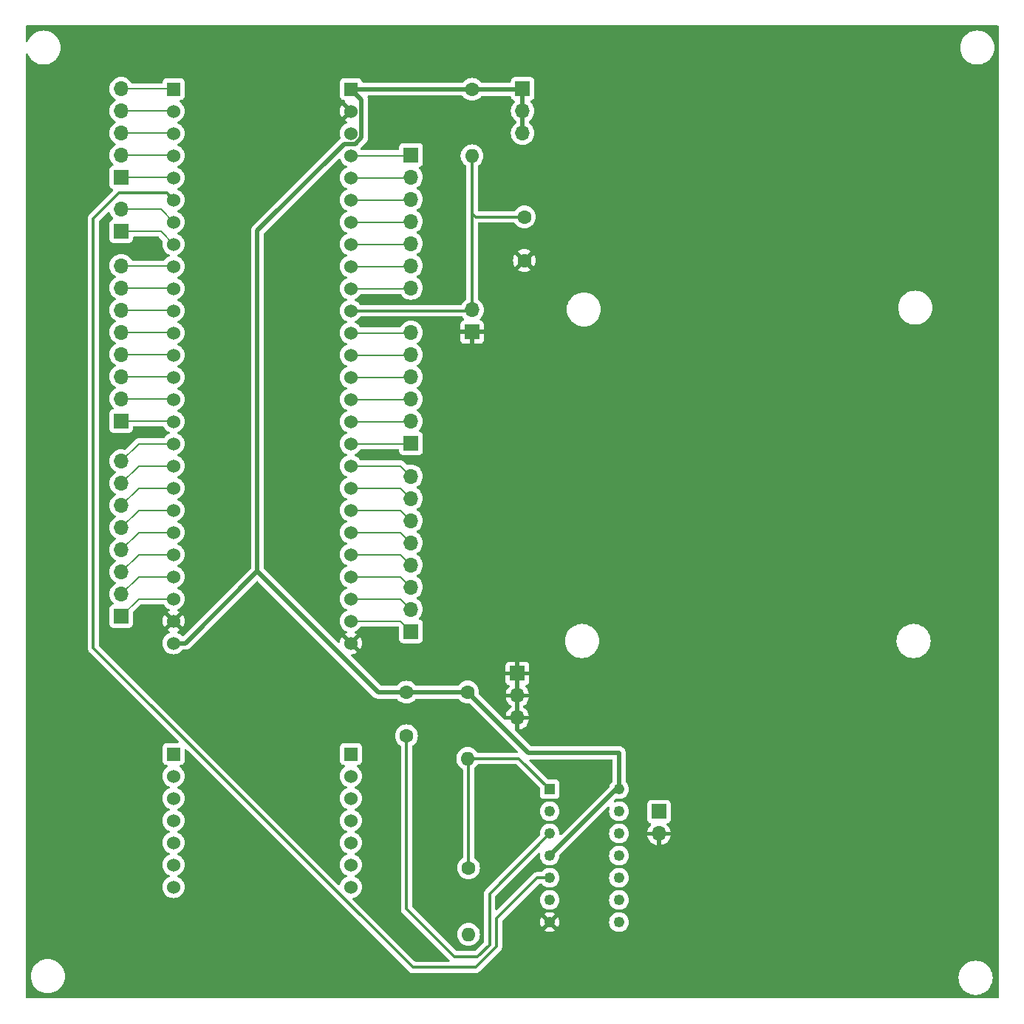
<source format=gbr>
%TF.GenerationSoftware,KiCad,Pcbnew,8.0.6*%
%TF.CreationDate,2025-04-20T20:46:23+08:00*%
%TF.ProjectId,external_chamber,65787465-726e-4616-9c5f-6368616d6265,rev?*%
%TF.SameCoordinates,Original*%
%TF.FileFunction,Copper,L1,Top*%
%TF.FilePolarity,Positive*%
%FSLAX46Y46*%
G04 Gerber Fmt 4.6, Leading zero omitted, Abs format (unit mm)*
G04 Created by KiCad (PCBNEW 8.0.6) date 2025-04-20 20:46:23*
%MOMM*%
%LPD*%
G01*
G04 APERTURE LIST*
%TA.AperFunction,ComponentPad*%
%ADD10R,1.700000X1.700000*%
%TD*%
%TA.AperFunction,ComponentPad*%
%ADD11O,1.700000X1.700000*%
%TD*%
%TA.AperFunction,ComponentPad*%
%ADD12C,1.600000*%
%TD*%
%TA.AperFunction,ComponentPad*%
%ADD13R,1.248000X1.248000*%
%TD*%
%TA.AperFunction,ComponentPad*%
%ADD14C,1.248000*%
%TD*%
%TA.AperFunction,ComponentPad*%
%ADD15O,1.600000X1.600000*%
%TD*%
%TA.AperFunction,ComponentPad*%
%ADD16R,1.530000X1.530000*%
%TD*%
%TA.AperFunction,ComponentPad*%
%ADD17C,1.530000*%
%TD*%
%TA.AperFunction,Conductor*%
%ADD18C,0.500000*%
%TD*%
%TA.AperFunction,Conductor*%
%ADD19C,0.200000*%
%TD*%
%TA.AperFunction,Conductor*%
%ADD20C,0.300000*%
%TD*%
G04 APERTURE END LIST*
D10*
%TO.P,J7,1,Pin_1*%
%TO.N,Net-(J7-Pin_1)*%
X85000000Y-92780000D03*
D11*
%TO.P,J7,2,Pin_2*%
%TO.N,Net-(J7-Pin_2)*%
X85000000Y-90240000D03*
%TO.P,J7,3,Pin_3*%
%TO.N,Net-(J7-Pin_3)*%
X85000000Y-87700000D03*
%TO.P,J7,4,Pin_4*%
%TO.N,Net-(J7-Pin_4)*%
X85000000Y-85160000D03*
%TO.P,J7,5,Pin_5*%
%TO.N,Net-(J7-Pin_5)*%
X85000000Y-82620000D03*
%TO.P,J7,6,Pin_6*%
%TO.N,Net-(J7-Pin_6)*%
X85000000Y-80080000D03*
%TO.P,J7,7,Pin_7*%
%TO.N,Net-(J7-Pin_7)*%
X85000000Y-77540000D03*
%TO.P,J7,8,Pin_8*%
%TO.N,Net-(J7-Pin_8)*%
X85000000Y-75000000D03*
%TD*%
D10*
%TO.P,J11,1,Pin_1*%
%TO.N,GND*%
X130400000Y-121720000D03*
D11*
%TO.P,J11,2,Pin_2*%
X130400000Y-124260000D03*
%TO.P,J11,3,Pin_3*%
X130400000Y-126800000D03*
%TD*%
D10*
%TO.P,J10,1,Pin_1*%
%TO.N,+5V*%
X131000000Y-54720000D03*
D11*
%TO.P,J10,2,Pin_2*%
X131000000Y-57260000D03*
%TO.P,J10,3,Pin_3*%
X131000000Y-59800000D03*
%TD*%
D12*
%TO.P,C2,1*%
%TO.N,/Temp*%
X131200000Y-69400000D03*
%TO.P,C2,2*%
%TO.N,GND*%
X131200000Y-74400000D03*
%TD*%
D10*
%TO.P,J6,1,Pin_1*%
%TO.N,Net-(J6-Pin_1)*%
X118200000Y-116900000D03*
D11*
%TO.P,J6,2,Pin_2*%
%TO.N,Net-(J6-Pin_2)*%
X118200000Y-114360000D03*
%TO.P,J6,3,Pin_3*%
%TO.N,Net-(J6-Pin_3)*%
X118200000Y-111820000D03*
%TO.P,J6,4,Pin_4*%
%TO.N,Net-(J6-Pin_4)*%
X118200000Y-109280000D03*
%TO.P,J6,5,Pin_5*%
%TO.N,Net-(J6-Pin_5)*%
X118200000Y-106740000D03*
%TO.P,J6,6,Pin_6*%
%TO.N,Net-(J6-Pin_6)*%
X118200000Y-104200000D03*
%TO.P,J6,7,Pin_7*%
%TO.N,Net-(J6-Pin_7)*%
X118200000Y-101660000D03*
%TO.P,J6,8,Pin_8*%
%TO.N,Net-(J6-Pin_8)*%
X118200000Y-99120000D03*
%TD*%
D10*
%TO.P,J2,1,Pin_1*%
%TO.N,Net-(J2-Pin_1)*%
X118200000Y-62300000D03*
D11*
%TO.P,J2,2,Pin_2*%
%TO.N,Net-(J2-Pin_2)*%
X118200000Y-64840000D03*
%TO.P,J2,3,Pin_3*%
%TO.N,Net-(J2-Pin_3)*%
X118200000Y-67380000D03*
%TO.P,J2,4,Pin_4*%
%TO.N,Net-(J2-Pin_4)*%
X118200000Y-69920000D03*
%TO.P,J2,5,Pin_5*%
%TO.N,Net-(J2-Pin_5)*%
X118200000Y-72460000D03*
%TO.P,J2,6,Pin_6*%
%TO.N,Net-(J2-Pin_6)*%
X118200000Y-75000000D03*
%TO.P,J2,7,Pin_7*%
%TO.N,Net-(J2-Pin_7)*%
X118200000Y-77540000D03*
%TD*%
D10*
%TO.P,J1,1,Pin_1*%
%TO.N,GND*%
X125200000Y-82600000D03*
D11*
%TO.P,J1,2,Pin_2*%
%TO.N,/Temp*%
X125200000Y-80060000D03*
%TD*%
D13*
%TO.P,U2,1,1DISCH*%
%TO.N,/TimerDisch*%
X134092500Y-134980000D03*
D14*
%TO.P,U2,2,1THRES*%
%TO.N,/TimerThresh*%
X134092500Y-137520000D03*
%TO.P,U2,3,1CONT*%
%TO.N,/TimerCont*%
X134092500Y-140060000D03*
%TO.P,U2,4,1RESET*%
%TO.N,+5V*%
X134092500Y-142600000D03*
%TO.P,U2,5,1OUT*%
%TO.N,/TimerOut*%
X134092500Y-145140000D03*
%TO.P,U2,6,1TRIG*%
%TO.N,/TimerThresh*%
X134092500Y-147680000D03*
%TO.P,U2,7,GND*%
%TO.N,GND*%
X134092500Y-150220000D03*
%TO.P,U2,8,2TRIG*%
%TO.N,unconnected-(U2-2TRIG-Pad8)*%
X142032500Y-150220000D03*
%TO.P,U2,9,2OUT*%
%TO.N,unconnected-(U2-2OUT-Pad9)*%
X142032500Y-147680000D03*
%TO.P,U2,10,2RESET*%
%TO.N,unconnected-(U2-2RESET-Pad10)*%
X142032500Y-145140000D03*
%TO.P,U2,11,2CONT*%
%TO.N,unconnected-(U2-2CONT-Pad11)*%
X142032500Y-142600000D03*
%TO.P,U2,12,2THRES*%
%TO.N,unconnected-(U2-2THRES-Pad12)*%
X142032500Y-140060000D03*
%TO.P,U2,13,2DISCH*%
%TO.N,unconnected-(U2-2DISCH-Pad13)*%
X142032500Y-137520000D03*
%TO.P,U2,14,VCC*%
%TO.N,+5V*%
X142032500Y-134980000D03*
%TD*%
D12*
%TO.P,R3,1*%
%TO.N,/TimerDisch*%
X124800000Y-143990000D03*
D15*
%TO.P,R3,2*%
%TO.N,/TimerThresh*%
X124800000Y-151610000D03*
%TD*%
D12*
%TO.P,R1,1*%
%TO.N,+5V*%
X125200000Y-54780000D03*
D15*
%TO.P,R1,2*%
%TO.N,/Temp*%
X125200000Y-62400000D03*
%TD*%
D10*
%TO.P,J9,1,Pin_1*%
%TO.N,/TimerThresh*%
X146625000Y-137550000D03*
D11*
%TO.P,J9,2,Pin_2*%
%TO.N,GND*%
X146625000Y-140090000D03*
%TD*%
D10*
%TO.P,J4,1,Pin_1*%
%TO.N,Net-(J4-Pin_1)*%
X85000000Y-64880000D03*
D11*
%TO.P,J4,2,Pin_2*%
%TO.N,Net-(J4-Pin_2)*%
X85000000Y-62340000D03*
%TO.P,J4,3,Pin_3*%
%TO.N,Net-(J4-Pin_3)*%
X85000000Y-59800000D03*
%TO.P,J4,4,Pin_4*%
%TO.N,Net-(J4-Pin_4)*%
X85000000Y-57260000D03*
%TO.P,J4,5,Pin_5*%
%TO.N,Net-(J4-Pin_5)*%
X85000000Y-54720000D03*
%TD*%
D10*
%TO.P,J5,1,Pin_1*%
%TO.N,Net-(J5-Pin_1)*%
X84975000Y-71050000D03*
D11*
%TO.P,J5,2,Pin_2*%
%TO.N,Net-(J5-Pin_2)*%
X84975000Y-68510000D03*
%TD*%
D10*
%TO.P,J3,1,Pin_1*%
%TO.N,Net-(J3-Pin_1)*%
X85000000Y-115160000D03*
D11*
%TO.P,J3,2,Pin_2*%
%TO.N,Net-(J3-Pin_2)*%
X85000000Y-112620000D03*
%TO.P,J3,3,Pin_3*%
%TO.N,Net-(J3-Pin_3)*%
X85000000Y-110080000D03*
%TO.P,J3,4,Pin_4*%
%TO.N,Net-(J3-Pin_4)*%
X85000000Y-107540000D03*
%TO.P,J3,5,Pin_5*%
%TO.N,Net-(J3-Pin_5)*%
X85000000Y-105000000D03*
%TO.P,J3,6,Pin_6*%
%TO.N,Net-(J3-Pin_6)*%
X85000000Y-102460000D03*
%TO.P,J3,7,Pin_7*%
%TO.N,Net-(J3-Pin_7)*%
X85000000Y-99920000D03*
%TO.P,J3,8,Pin_8*%
%TO.N,Net-(J3-Pin_8)*%
X85000000Y-97380000D03*
%TD*%
D12*
%TO.P,C1,1*%
%TO.N,+5V*%
X117692500Y-123860000D03*
%TO.P,C1,2*%
%TO.N,/TimerCont*%
X117692500Y-128860000D03*
%TD*%
%TO.P,R2,1*%
%TO.N,+5V*%
X124692500Y-123850000D03*
D15*
%TO.P,R2,2*%
%TO.N,/TimerDisch*%
X124692500Y-131470000D03*
%TD*%
D16*
%TO.P,U1,J1.1,P2.0/GPIO*%
%TO.N,Net-(J4-Pin_5)*%
X91000000Y-54750000D03*
D17*
%TO.P,U1,J1.2,P2.1/GPIO/LED*%
%TO.N,Net-(J4-Pin_4)*%
X91000000Y-57290000D03*
%TO.P,U1,J1.3,P2.2/GPIO/SW*%
%TO.N,Net-(J4-Pin_3)*%
X91000000Y-59830000D03*
%TO.P,U1,J1.4,P2.3/GPIO*%
%TO.N,Net-(J4-Pin_2)*%
X91000000Y-62370000D03*
%TO.P,U1,J1.5,P2.4/GPIO*%
%TO.N,Net-(J4-Pin_1)*%
X91000000Y-64910000D03*
%TO.P,U1,J1.6,P2.5/GPIO*%
%TO.N,/TimerOut*%
X91000000Y-67450000D03*
%TO.P,U1,J1.7,P2.6/GPIO*%
%TO.N,Net-(J5-Pin_2)*%
X91000000Y-69990000D03*
%TO.P,U1,J1.8,P2.7/GPIO*%
%TO.N,Net-(J5-Pin_1)*%
X91000000Y-72530000D03*
%TO.P,U1,J1.9,P12.7/GPIO/UART_TX*%
%TO.N,Net-(J7-Pin_8)*%
X91000000Y-75070000D03*
%TO.P,U1,J1.10,P12.6/GPIO/UART_RX*%
%TO.N,Net-(J7-Pin_7)*%
X91000000Y-77610000D03*
%TO.P,U1,J1.11,P12.5/GPIO*%
%TO.N,Net-(J7-Pin_6)*%
X91000000Y-80150000D03*
%TO.P,U1,J1.12,P12.4/GPIO*%
%TO.N,Net-(J7-Pin_5)*%
X91000000Y-82690000D03*
%TO.P,U1,J1.13,P12.3/GPIO*%
%TO.N,Net-(J7-Pin_4)*%
X91000000Y-85230000D03*
%TO.P,U1,J1.14,P12.2/GPIO*%
%TO.N,Net-(J7-Pin_3)*%
X91000000Y-87770000D03*
%TO.P,U1,J1.15,P12.1/GPIO/I2C_SDA*%
%TO.N,Net-(J7-Pin_2)*%
X91000000Y-90310000D03*
%TO.P,U1,J1.16,P12.0/GPIO/I2C_SCL*%
%TO.N,Net-(J7-Pin_1)*%
X91000000Y-92850000D03*
%TO.P,U1,J1.17,P1.0/GPIO*%
%TO.N,Net-(J3-Pin_8)*%
X91000000Y-95390000D03*
%TO.P,U1,J1.18,P1.1/GPIO*%
%TO.N,Net-(J3-Pin_7)*%
X91000000Y-97930000D03*
%TO.P,U1,J1.19,P1.2/GPIO*%
%TO.N,Net-(J3-Pin_6)*%
X91000000Y-100470000D03*
%TO.P,U1,J1.20,P1.3/GPIO*%
%TO.N,Net-(J3-Pin_5)*%
X91000000Y-103010000D03*
%TO.P,U1,J1.21,P1.4/GPIO*%
%TO.N,Net-(J3-Pin_4)*%
X91000000Y-105550000D03*
%TO.P,U1,J1.22,P1.5/GPIO*%
%TO.N,Net-(J3-Pin_3)*%
X91000000Y-108090000D03*
%TO.P,U1,J1.23,P1.6/GPIO*%
%TO.N,Net-(J3-Pin_2)*%
X91000000Y-110630000D03*
%TO.P,U1,J1.24,P1.7/GPIO*%
%TO.N,Net-(J3-Pin_1)*%
X91000000Y-113170000D03*
%TO.P,U1,J1.25,GND_J1*%
%TO.N,GND*%
X91000000Y-115710000D03*
%TO.P,U1,J1.26,VDDIO*%
%TO.N,+5V*%
X91000000Y-118250000D03*
D16*
%TO.P,U1,J2.1,VDD*%
X111320000Y-54750000D03*
D17*
%TO.P,U1,J2.2,GND_J2*%
%TO.N,GND*%
X111320000Y-57290000D03*
%TO.P,U1,J2.3,RESET*%
%TO.N,unconnected-(U1B-RESET-PadJ2.3)*%
X111320000Y-59830000D03*
%TO.P,U1,J2.4,P0.7/GPIO*%
%TO.N,Net-(J2-Pin_1)*%
X111320000Y-62370000D03*
%TO.P,U1,J2.5,P0.6/GPIO*%
%TO.N,Net-(J2-Pin_2)*%
X111320000Y-64910000D03*
%TO.P,U1,J2.6,P0.5/GPIO*%
%TO.N,Net-(J2-Pin_3)*%
X111320000Y-67450000D03*
%TO.P,U1,J2.7,P0.4/GPIO/BYPASSCAP*%
%TO.N,Net-(J2-Pin_4)*%
X111320000Y-69990000D03*
%TO.P,U1,J2.8,P0.3/GPIO/BYPASSCAP*%
%TO.N,Net-(J2-Pin_5)*%
X111320000Y-72530000D03*
%TO.P,U1,J2.9,P0.2/GPIO/BYPASSCAP*%
%TO.N,Net-(J2-Pin_6)*%
X111320000Y-75070000D03*
%TO.P,U1,J2.10,P0.1/GPIO*%
%TO.N,Net-(J2-Pin_7)*%
X111320000Y-77610000D03*
%TO.P,U1,J2.11,P0.0/GPIO*%
%TO.N,/Temp*%
X111320000Y-80150000D03*
%TO.P,U1,J2.12,P15.5/GPIO*%
%TO.N,Net-(J8-Pin_6)*%
X111320000Y-82690000D03*
%TO.P,U1,J2.13,P15.4/GPIO/CMOD*%
%TO.N,Net-(J8-Pin_5)*%
X111320000Y-85230000D03*
%TO.P,U1,J2.14,P15.3/GPIO/XTAL_IN*%
%TO.N,Net-(J8-Pin_4)*%
X111320000Y-87770000D03*
%TO.P,U1,J2.15,P15.2/GPIO/XTAL_OUT*%
%TO.N,Net-(J8-Pin_3)*%
X111320000Y-90310000D03*
%TO.P,U1,J2.16,P15.1/GPIO*%
%TO.N,Net-(J8-Pin_2)*%
X111320000Y-92850000D03*
%TO.P,U1,J2.17,P15.0/GPIO*%
%TO.N,Net-(J8-Pin_1)*%
X111320000Y-95390000D03*
%TO.P,U1,J2.18,P3.7/GPIO*%
%TO.N,Net-(J6-Pin_8)*%
X111320000Y-97930000D03*
%TO.P,U1,J2.19,P3.6/GPIO*%
%TO.N,Net-(J6-Pin_7)*%
X111320000Y-100470000D03*
%TO.P,U1,J2.20,P3.5/GPIO*%
%TO.N,Net-(J6-Pin_6)*%
X111320000Y-103010000D03*
%TO.P,U1,J2.21,P3.4/GPIO*%
%TO.N,Net-(J6-Pin_5)*%
X111320000Y-105550000D03*
%TO.P,U1,J2.22,P3.3/GPIO*%
%TO.N,Net-(J6-Pin_4)*%
X111320000Y-108090000D03*
%TO.P,U1,J2.23,P3.2/GPIO/BYPASSCAP*%
%TO.N,Net-(J6-Pin_3)*%
X111320000Y-110630000D03*
%TO.P,U1,J2.24,P3.1/GPIO*%
%TO.N,Net-(J6-Pin_2)*%
X111320000Y-113170000D03*
%TO.P,U1,J2.25,P3.0/GPIO*%
%TO.N,Net-(J6-Pin_1)*%
X111320000Y-115710000D03*
%TO.P,U1,J2.26,GND_J2*%
%TO.N,GND*%
X111320000Y-118250000D03*
D16*
%TO.P,U1,J8.1*%
%TO.N,N/C*%
X111320000Y-130950000D03*
D17*
%TO.P,U1,J8.2*%
X111320000Y-133490000D03*
%TO.P,U1,J8.3*%
X111320000Y-136030000D03*
%TO.P,U1,J8.4*%
X111320000Y-138570000D03*
%TO.P,U1,J8.5*%
X111320000Y-141110000D03*
%TO.P,U1,J8.6*%
X111320000Y-143650000D03*
%TO.P,U1,J8.7*%
X111320000Y-146190000D03*
D16*
%TO.P,U1,J9.1*%
X91000000Y-130950000D03*
D17*
%TO.P,U1,J9.2*%
X91000000Y-133490000D03*
%TO.P,U1,J9.3*%
X91000000Y-136030000D03*
%TO.P,U1,J9.4*%
X91000000Y-138570000D03*
%TO.P,U1,J9.5*%
X91000000Y-141110000D03*
%TO.P,U1,J9.6*%
X91000000Y-143650000D03*
%TO.P,U1,J9.7*%
X91000000Y-146190000D03*
%TD*%
D10*
%TO.P,J8,1,Pin_1*%
%TO.N,Net-(J8-Pin_1)*%
X118200000Y-95360000D03*
D11*
%TO.P,J8,2,Pin_2*%
%TO.N,Net-(J8-Pin_2)*%
X118200000Y-92820000D03*
%TO.P,J8,3,Pin_3*%
%TO.N,Net-(J8-Pin_3)*%
X118200000Y-90280000D03*
%TO.P,J8,4,Pin_4*%
%TO.N,Net-(J8-Pin_4)*%
X118200000Y-87740000D03*
%TO.P,J8,5,Pin_5*%
%TO.N,Net-(J8-Pin_5)*%
X118200000Y-85200000D03*
%TO.P,J8,6,Pin_6*%
%TO.N,Net-(J8-Pin_6)*%
X118200000Y-82660000D03*
%TD*%
D18*
%TO.N,+5V*%
X114460000Y-123860000D02*
X117692500Y-123860000D01*
X100600000Y-110000000D02*
X114460000Y-123860000D01*
D19*
%TO.N,Net-(J7-Pin_8)*%
X85000000Y-75000000D02*
X90930000Y-75000000D01*
X90930000Y-75000000D02*
X91000000Y-75070000D01*
%TO.N,Net-(J7-Pin_7)*%
X90930000Y-77540000D02*
X91000000Y-77610000D01*
X85000000Y-77540000D02*
X90930000Y-77540000D01*
%TO.N,Net-(J7-Pin_6)*%
X90930000Y-80080000D02*
X91000000Y-80150000D01*
X85000000Y-80080000D02*
X90930000Y-80080000D01*
%TO.N,Net-(J7-Pin_5)*%
X90930000Y-82620000D02*
X91000000Y-82690000D01*
X85000000Y-82620000D02*
X90930000Y-82620000D01*
%TO.N,Net-(J7-Pin_4)*%
X90930000Y-85160000D02*
X91000000Y-85230000D01*
X85000000Y-85160000D02*
X90930000Y-85160000D01*
%TO.N,Net-(J7-Pin_3)*%
X90930000Y-87700000D02*
X91000000Y-87770000D01*
X85000000Y-87700000D02*
X90930000Y-87700000D01*
%TO.N,Net-(J7-Pin_2)*%
X90930000Y-90240000D02*
X91000000Y-90310000D01*
X85000000Y-90240000D02*
X90930000Y-90240000D01*
%TO.N,Net-(J7-Pin_1)*%
X90930000Y-92780000D02*
X91000000Y-92850000D01*
X85000000Y-92780000D02*
X90930000Y-92780000D01*
D20*
%TO.N,/TimerOut*%
X132660000Y-145140000D02*
X134092500Y-145140000D01*
X128000000Y-149800000D02*
X132660000Y-145140000D01*
X125600000Y-155400000D02*
X128000000Y-153000000D01*
X118400000Y-155400000D02*
X125600000Y-155400000D01*
X128000000Y-153000000D02*
X128000000Y-149800000D01*
X81800000Y-118800000D02*
X118400000Y-155400000D01*
X81800000Y-69600000D02*
X81800000Y-118800000D01*
X84715000Y-66685000D02*
X81800000Y-69600000D01*
X90235000Y-66685000D02*
X84715000Y-66685000D01*
X91000000Y-67450000D02*
X90235000Y-66685000D01*
%TO.N,/TimerCont*%
X127200000Y-146952500D02*
X134092500Y-140060000D01*
X127200000Y-152800000D02*
X127200000Y-146952500D01*
X125800000Y-154200000D02*
X127200000Y-152800000D01*
X117692500Y-148692500D02*
X123200000Y-154200000D01*
X117692500Y-128860000D02*
X117692500Y-148692500D01*
X123200000Y-154200000D02*
X125800000Y-154200000D01*
%TO.N,/TimerDisch*%
X124800000Y-143990000D02*
X124800000Y-131577500D01*
X124800000Y-131577500D02*
X124692500Y-131470000D01*
D18*
%TO.N,+5V*%
X141712500Y-134980000D02*
X142032500Y-134980000D01*
X134092500Y-142600000D02*
X141712500Y-134980000D01*
D20*
%TO.N,/TimerDisch*%
X130582500Y-131470000D02*
X134092500Y-134980000D01*
X124692500Y-131470000D02*
X130582500Y-131470000D01*
X124692500Y-143882500D02*
X124800000Y-143990000D01*
D18*
%TO.N,+5V*%
X117702500Y-123850000D02*
X117692500Y-123860000D01*
X124692500Y-123850000D02*
X117702500Y-123850000D01*
X131642500Y-130800000D02*
X124692500Y-123850000D01*
X142032500Y-130800000D02*
X142032500Y-134980000D01*
X142032500Y-130800000D02*
X131642500Y-130800000D01*
D19*
%TO.N,Net-(J6-Pin_1)*%
X117010000Y-115710000D02*
X118200000Y-116900000D01*
X111320000Y-115710000D02*
X117010000Y-115710000D01*
%TO.N,Net-(J6-Pin_2)*%
X117010000Y-113170000D02*
X118200000Y-114360000D01*
X111320000Y-113170000D02*
X117010000Y-113170000D01*
%TO.N,Net-(J6-Pin_3)*%
X117010000Y-110630000D02*
X118200000Y-111820000D01*
X111320000Y-110630000D02*
X117010000Y-110630000D01*
%TO.N,Net-(J6-Pin_4)*%
X117010000Y-108090000D02*
X118200000Y-109280000D01*
X111320000Y-108090000D02*
X117010000Y-108090000D01*
%TO.N,Net-(J6-Pin_5)*%
X111320000Y-105550000D02*
X117010000Y-105550000D01*
X117010000Y-105550000D02*
X118200000Y-106740000D01*
%TO.N,Net-(J6-Pin_6)*%
X117010000Y-103010000D02*
X118200000Y-104200000D01*
X111320000Y-103010000D02*
X117010000Y-103010000D01*
%TO.N,Net-(J6-Pin_7)*%
X117010000Y-100470000D02*
X118200000Y-101660000D01*
X111320000Y-100470000D02*
X117010000Y-100470000D01*
%TO.N,Net-(J6-Pin_8)*%
X117010000Y-97930000D02*
X118200000Y-99120000D01*
X111320000Y-97930000D02*
X117010000Y-97930000D01*
%TO.N,Net-(J8-Pin_1)*%
X111320000Y-95390000D02*
X118170000Y-95390000D01*
X118170000Y-95390000D02*
X118200000Y-95360000D01*
%TO.N,Net-(J8-Pin_2)*%
X118170000Y-92850000D02*
X118200000Y-92820000D01*
X111320000Y-92850000D02*
X118170000Y-92850000D01*
%TO.N,Net-(J8-Pin_3)*%
X118170000Y-90310000D02*
X118200000Y-90280000D01*
X111320000Y-90310000D02*
X118170000Y-90310000D01*
%TO.N,Net-(J8-Pin_4)*%
X118170000Y-87770000D02*
X118200000Y-87740000D01*
X111320000Y-87770000D02*
X118170000Y-87770000D01*
%TO.N,Net-(J8-Pin_5)*%
X118170000Y-85230000D02*
X118200000Y-85200000D01*
X111320000Y-85230000D02*
X118170000Y-85230000D01*
%TO.N,Net-(J8-Pin_6)*%
X118170000Y-82690000D02*
X118200000Y-82660000D01*
X111320000Y-82690000D02*
X118170000Y-82690000D01*
%TO.N,Net-(J2-Pin_7)*%
X118130000Y-77610000D02*
X118200000Y-77540000D01*
X111320000Y-77610000D02*
X118130000Y-77610000D01*
%TO.N,Net-(J2-Pin_6)*%
X111320000Y-75070000D02*
X118130000Y-75070000D01*
X118130000Y-75070000D02*
X118200000Y-75000000D01*
%TO.N,Net-(J2-Pin_5)*%
X118130000Y-72530000D02*
X118200000Y-72460000D01*
X111320000Y-72530000D02*
X118130000Y-72530000D01*
%TO.N,Net-(J2-Pin_4)*%
X118130000Y-69990000D02*
X118200000Y-69920000D01*
X111320000Y-69990000D02*
X118130000Y-69990000D01*
%TO.N,Net-(J2-Pin_3)*%
X118130000Y-67450000D02*
X118200000Y-67380000D01*
X111320000Y-67450000D02*
X118130000Y-67450000D01*
%TO.N,Net-(J2-Pin_2)*%
X111320000Y-64910000D02*
X118130000Y-64910000D01*
X118130000Y-64910000D02*
X118200000Y-64840000D01*
%TO.N,Net-(J2-Pin_1)*%
X118130000Y-62370000D02*
X118200000Y-62300000D01*
X111320000Y-62370000D02*
X118130000Y-62370000D01*
D18*
%TO.N,+5V*%
X92350000Y-118250000D02*
X91000000Y-118250000D01*
X100600000Y-71000000D02*
X100600000Y-110000000D01*
X111823270Y-61045000D02*
X110555000Y-61045000D01*
X110555000Y-61045000D02*
X100600000Y-71000000D01*
X112535000Y-60333270D02*
X111823270Y-61045000D01*
X112535000Y-55965000D02*
X112535000Y-60333270D01*
X111320000Y-54750000D02*
X112535000Y-55965000D01*
X100600000Y-110000000D02*
X92350000Y-118250000D01*
D19*
%TO.N,Net-(J3-Pin_1)*%
X86990000Y-113170000D02*
X85000000Y-115160000D01*
X91000000Y-113170000D02*
X86990000Y-113170000D01*
%TO.N,Net-(J3-Pin_2)*%
X86990000Y-110630000D02*
X85000000Y-112620000D01*
X91000000Y-110630000D02*
X86990000Y-110630000D01*
%TO.N,Net-(J3-Pin_3)*%
X91000000Y-108090000D02*
X86990000Y-108090000D01*
X86990000Y-108090000D02*
X85000000Y-110080000D01*
%TO.N,Net-(J3-Pin_4)*%
X91000000Y-105550000D02*
X86990000Y-105550000D01*
X86990000Y-105550000D02*
X85000000Y-107540000D01*
%TO.N,Net-(J3-Pin_5)*%
X86990000Y-103010000D02*
X85000000Y-105000000D01*
X91000000Y-103010000D02*
X86990000Y-103010000D01*
%TO.N,Net-(J3-Pin_6)*%
X86990000Y-100470000D02*
X85000000Y-102460000D01*
X91000000Y-100470000D02*
X86990000Y-100470000D01*
%TO.N,Net-(J3-Pin_7)*%
X86990000Y-97930000D02*
X85000000Y-99920000D01*
X91000000Y-97930000D02*
X86990000Y-97930000D01*
%TO.N,Net-(J3-Pin_8)*%
X86990000Y-95390000D02*
X85000000Y-97380000D01*
X91000000Y-95390000D02*
X86990000Y-95390000D01*
%TO.N,Net-(J5-Pin_1)*%
X89520000Y-71050000D02*
X91000000Y-72530000D01*
X84975000Y-71050000D02*
X89520000Y-71050000D01*
%TO.N,Net-(J5-Pin_2)*%
X89520000Y-68510000D02*
X91000000Y-69990000D01*
X84975000Y-68510000D02*
X89520000Y-68510000D01*
%TO.N,Net-(J4-Pin_1)*%
X85000000Y-64880000D02*
X90970000Y-64880000D01*
X90970000Y-64880000D02*
X91000000Y-64910000D01*
%TO.N,Net-(J4-Pin_2)*%
X90970000Y-62340000D02*
X91000000Y-62370000D01*
X85000000Y-62340000D02*
X90970000Y-62340000D01*
%TO.N,Net-(J4-Pin_3)*%
X85000000Y-59800000D02*
X90970000Y-59800000D01*
X90970000Y-59800000D02*
X91000000Y-59830000D01*
%TO.N,Net-(J4-Pin_4)*%
X90970000Y-57260000D02*
X91000000Y-57290000D01*
X85000000Y-57260000D02*
X90970000Y-57260000D01*
%TO.N,Net-(J4-Pin_5)*%
X85000000Y-54720000D02*
X90970000Y-54720000D01*
X90970000Y-54720000D02*
X91000000Y-54750000D01*
D18*
%TO.N,+5V*%
X131000000Y-57260000D02*
X131000000Y-59800000D01*
X131000000Y-54720000D02*
X131000000Y-57260000D01*
X125200000Y-54780000D02*
X130940000Y-54780000D01*
X130940000Y-54780000D02*
X131000000Y-54720000D01*
X116600000Y-54750000D02*
X125170000Y-54750000D01*
X111320000Y-54750000D02*
X116600000Y-54750000D01*
X125170000Y-54750000D02*
X125200000Y-54780000D01*
D20*
%TO.N,/Temp*%
X125200000Y-69000000D02*
X125200000Y-80060000D01*
X125200000Y-62400000D02*
X125200000Y-69000000D01*
X125200000Y-69000000D02*
X125600000Y-69400000D01*
X125600000Y-69400000D02*
X131200000Y-69400000D01*
X125110000Y-80150000D02*
X125200000Y-80060000D01*
X111320000Y-80150000D02*
X125110000Y-80150000D01*
%TD*%
%TA.AperFunction,Conductor*%
%TO.N,GND*%
G36*
X83605261Y-68817196D02*
G01*
X83661195Y-68859068D01*
X83681703Y-68901284D01*
X83701095Y-68973658D01*
X83701096Y-68973660D01*
X83701097Y-68973663D01*
X83773839Y-69129658D01*
X83800965Y-69187830D01*
X83800967Y-69187834D01*
X83905152Y-69336624D01*
X83936501Y-69381396D01*
X83936506Y-69381402D01*
X84058430Y-69503326D01*
X84091915Y-69564649D01*
X84086931Y-69634341D01*
X84045059Y-69690274D01*
X84014083Y-69707189D01*
X83882669Y-69756203D01*
X83882664Y-69756206D01*
X83767455Y-69842452D01*
X83767452Y-69842455D01*
X83681206Y-69957664D01*
X83681202Y-69957671D01*
X83630908Y-70092517D01*
X83624501Y-70152116D01*
X83624501Y-70152123D01*
X83624500Y-70152135D01*
X83624500Y-71947870D01*
X83624501Y-71947876D01*
X83630908Y-72007483D01*
X83681202Y-72142328D01*
X83681206Y-72142335D01*
X83767452Y-72257544D01*
X83767455Y-72257547D01*
X83882664Y-72343793D01*
X83882671Y-72343797D01*
X84017517Y-72394091D01*
X84017516Y-72394091D01*
X84024444Y-72394835D01*
X84077127Y-72400500D01*
X85872872Y-72400499D01*
X85932483Y-72394091D01*
X86067331Y-72343796D01*
X86182546Y-72257546D01*
X86268796Y-72142331D01*
X86319091Y-72007483D01*
X86325500Y-71947873D01*
X86325500Y-71774500D01*
X86345185Y-71707461D01*
X86397989Y-71661706D01*
X86449500Y-71650500D01*
X89219903Y-71650500D01*
X89286942Y-71670185D01*
X89307584Y-71686819D01*
X89736635Y-72115870D01*
X89770120Y-72177193D01*
X89768729Y-72235643D01*
X89748967Y-72309400D01*
X89748964Y-72309414D01*
X89729666Y-72529998D01*
X89729666Y-72530001D01*
X89748964Y-72750585D01*
X89748965Y-72750592D01*
X89806275Y-72964475D01*
X89806279Y-72964486D01*
X89888007Y-73139752D01*
X89899858Y-73165167D01*
X90026868Y-73346555D01*
X90183445Y-73503132D01*
X90364833Y-73630142D01*
X90426828Y-73659050D01*
X90488091Y-73687618D01*
X90540531Y-73733790D01*
X90559683Y-73800983D01*
X90539467Y-73867865D01*
X90488091Y-73912382D01*
X90364836Y-73969856D01*
X90364834Y-73969857D01*
X90183444Y-74096868D01*
X90026872Y-74253440D01*
X90026869Y-74253443D01*
X90026868Y-74253445D01*
X89961622Y-74346625D01*
X89907046Y-74390249D01*
X89860049Y-74399500D01*
X86289091Y-74399500D01*
X86222052Y-74379815D01*
X86176711Y-74327909D01*
X86174037Y-74322175D01*
X86174034Y-74322170D01*
X86174033Y-74322169D01*
X86038495Y-74128599D01*
X86038494Y-74128597D01*
X85871402Y-73961506D01*
X85871395Y-73961501D01*
X85860228Y-73953682D01*
X85801246Y-73912382D01*
X85677834Y-73825967D01*
X85677830Y-73825965D01*
X85662818Y-73818965D01*
X85463663Y-73726097D01*
X85463659Y-73726096D01*
X85463655Y-73726094D01*
X85235413Y-73664938D01*
X85235403Y-73664936D01*
X85000001Y-73644341D01*
X84999999Y-73644341D01*
X84764596Y-73664936D01*
X84764586Y-73664938D01*
X84536344Y-73726094D01*
X84536335Y-73726098D01*
X84322171Y-73825964D01*
X84322169Y-73825965D01*
X84128597Y-73961505D01*
X83961505Y-74128597D01*
X83825965Y-74322169D01*
X83825964Y-74322171D01*
X83726098Y-74536335D01*
X83726094Y-74536344D01*
X83664938Y-74764586D01*
X83664936Y-74764596D01*
X83644341Y-74999999D01*
X83644341Y-75000000D01*
X83664936Y-75235403D01*
X83664938Y-75235413D01*
X83726094Y-75463655D01*
X83726096Y-75463659D01*
X83726097Y-75463663D01*
X83798839Y-75619658D01*
X83825965Y-75677830D01*
X83825967Y-75677834D01*
X83961501Y-75871395D01*
X83961506Y-75871402D01*
X84128597Y-76038493D01*
X84128603Y-76038498D01*
X84314158Y-76168425D01*
X84357783Y-76223002D01*
X84364977Y-76292500D01*
X84333454Y-76354855D01*
X84314158Y-76371575D01*
X84128597Y-76501505D01*
X83961505Y-76668597D01*
X83825965Y-76862169D01*
X83825964Y-76862171D01*
X83726098Y-77076335D01*
X83726094Y-77076344D01*
X83664938Y-77304586D01*
X83664936Y-77304596D01*
X83644341Y-77539999D01*
X83644341Y-77540000D01*
X83664936Y-77775403D01*
X83664938Y-77775413D01*
X83726094Y-78003655D01*
X83726096Y-78003659D01*
X83726097Y-78003663D01*
X83796639Y-78154940D01*
X83825965Y-78217830D01*
X83825967Y-78217834D01*
X83961501Y-78411395D01*
X83961506Y-78411402D01*
X84128597Y-78578493D01*
X84128603Y-78578498D01*
X84314158Y-78708425D01*
X84357783Y-78763002D01*
X84364977Y-78832500D01*
X84333454Y-78894855D01*
X84314158Y-78911575D01*
X84128597Y-79041505D01*
X83961505Y-79208597D01*
X83825965Y-79402169D01*
X83825964Y-79402171D01*
X83726098Y-79616335D01*
X83726094Y-79616344D01*
X83664938Y-79844586D01*
X83664936Y-79844596D01*
X83644341Y-80079999D01*
X83644341Y-80080000D01*
X83664936Y-80315403D01*
X83664938Y-80315413D01*
X83726094Y-80543655D01*
X83726096Y-80543659D01*
X83726097Y-80543663D01*
X83794282Y-80689886D01*
X83825965Y-80757830D01*
X83825967Y-80757834D01*
X83961501Y-80951395D01*
X83961506Y-80951402D01*
X84128597Y-81118493D01*
X84128603Y-81118498D01*
X84314158Y-81248425D01*
X84357783Y-81303002D01*
X84364977Y-81372500D01*
X84333454Y-81434855D01*
X84314158Y-81451575D01*
X84128597Y-81581505D01*
X83961505Y-81748597D01*
X83825965Y-81942169D01*
X83825964Y-81942171D01*
X83726098Y-82156335D01*
X83726094Y-82156344D01*
X83664938Y-82384586D01*
X83664936Y-82384596D01*
X83644341Y-82619999D01*
X83644341Y-82620000D01*
X83664936Y-82855403D01*
X83664938Y-82855413D01*
X83726094Y-83083655D01*
X83726096Y-83083659D01*
X83726097Y-83083663D01*
X83798839Y-83239658D01*
X83825965Y-83297830D01*
X83825967Y-83297834D01*
X83961501Y-83491395D01*
X83961506Y-83491402D01*
X84128597Y-83658493D01*
X84128603Y-83658498D01*
X84314158Y-83788425D01*
X84357783Y-83843002D01*
X84364977Y-83912500D01*
X84333454Y-83974855D01*
X84314158Y-83991575D01*
X84128597Y-84121505D01*
X83961505Y-84288597D01*
X83825965Y-84482169D01*
X83825964Y-84482171D01*
X83726098Y-84696335D01*
X83726094Y-84696344D01*
X83664938Y-84924586D01*
X83664936Y-84924596D01*
X83644341Y-85159999D01*
X83644341Y-85160000D01*
X83664936Y-85395403D01*
X83664938Y-85395413D01*
X83726094Y-85623655D01*
X83726096Y-85623659D01*
X83726097Y-85623663D01*
X83798839Y-85779658D01*
X83825965Y-85837830D01*
X83825967Y-85837834D01*
X83961501Y-86031395D01*
X83961506Y-86031402D01*
X84128597Y-86198493D01*
X84128603Y-86198498D01*
X84314158Y-86328425D01*
X84357783Y-86383002D01*
X84364977Y-86452500D01*
X84333454Y-86514855D01*
X84314158Y-86531575D01*
X84128597Y-86661505D01*
X83961505Y-86828597D01*
X83825965Y-87022169D01*
X83825964Y-87022171D01*
X83726098Y-87236335D01*
X83726094Y-87236344D01*
X83664938Y-87464586D01*
X83664936Y-87464596D01*
X83644341Y-87699999D01*
X83644341Y-87700000D01*
X83664936Y-87935403D01*
X83664938Y-87935413D01*
X83726094Y-88163655D01*
X83726096Y-88163659D01*
X83726097Y-88163663D01*
X83798839Y-88319658D01*
X83825965Y-88377830D01*
X83825967Y-88377834D01*
X83961501Y-88571395D01*
X83961506Y-88571402D01*
X84128597Y-88738493D01*
X84128603Y-88738498D01*
X84314158Y-88868425D01*
X84357783Y-88923002D01*
X84364977Y-88992500D01*
X84333454Y-89054855D01*
X84314158Y-89071575D01*
X84128597Y-89201505D01*
X83961505Y-89368597D01*
X83825965Y-89562169D01*
X83825964Y-89562171D01*
X83726098Y-89776335D01*
X83726094Y-89776344D01*
X83664938Y-90004586D01*
X83664936Y-90004596D01*
X83644341Y-90239999D01*
X83644341Y-90240000D01*
X83664936Y-90475403D01*
X83664938Y-90475413D01*
X83726094Y-90703655D01*
X83726096Y-90703659D01*
X83726097Y-90703663D01*
X83798839Y-90859658D01*
X83825965Y-90917830D01*
X83825967Y-90917834D01*
X83857857Y-90963377D01*
X83961501Y-91111396D01*
X83961506Y-91111402D01*
X84083430Y-91233326D01*
X84116915Y-91294649D01*
X84111931Y-91364341D01*
X84070059Y-91420274D01*
X84039083Y-91437189D01*
X83907669Y-91486203D01*
X83907664Y-91486206D01*
X83792455Y-91572452D01*
X83792452Y-91572455D01*
X83706206Y-91687664D01*
X83706202Y-91687671D01*
X83655908Y-91822517D01*
X83650065Y-91876868D01*
X83649501Y-91882123D01*
X83649500Y-91882135D01*
X83649500Y-93677870D01*
X83649501Y-93677876D01*
X83655908Y-93737483D01*
X83706202Y-93872328D01*
X83706206Y-93872335D01*
X83792452Y-93987544D01*
X83792455Y-93987547D01*
X83907664Y-94073793D01*
X83907671Y-94073797D01*
X84042517Y-94124091D01*
X84042516Y-94124091D01*
X84049444Y-94124835D01*
X84102127Y-94130500D01*
X85897872Y-94130499D01*
X85957483Y-94124091D01*
X86092331Y-94073796D01*
X86207546Y-93987546D01*
X86293796Y-93872331D01*
X86344091Y-93737483D01*
X86350500Y-93677873D01*
X86350500Y-93504500D01*
X86370185Y-93437461D01*
X86422989Y-93391706D01*
X86474500Y-93380500D01*
X89772054Y-93380500D01*
X89839093Y-93400185D01*
X89884435Y-93452093D01*
X89899858Y-93485167D01*
X90026868Y-93666555D01*
X90183445Y-93823132D01*
X90364833Y-93950142D01*
X90418824Y-93975318D01*
X90488091Y-94007618D01*
X90540531Y-94053790D01*
X90559683Y-94120983D01*
X90539467Y-94187865D01*
X90488091Y-94232382D01*
X90364836Y-94289856D01*
X90364834Y-94289857D01*
X90183444Y-94416868D01*
X90026868Y-94573444D01*
X89975096Y-94647382D01*
X89912607Y-94736625D01*
X89858032Y-94780248D01*
X89811034Y-94789500D01*
X87076669Y-94789500D01*
X87076653Y-94789499D01*
X87069057Y-94789499D01*
X86910943Y-94789499D01*
X86803587Y-94818265D01*
X86758210Y-94830424D01*
X86758209Y-94830425D01*
X86708096Y-94859359D01*
X86708095Y-94859360D01*
X86664689Y-94884420D01*
X86621285Y-94909479D01*
X86621282Y-94909481D01*
X86509478Y-95021286D01*
X85483530Y-96047233D01*
X85422207Y-96080718D01*
X85363756Y-96079327D01*
X85235413Y-96044938D01*
X85235403Y-96044936D01*
X85000001Y-96024341D01*
X84999999Y-96024341D01*
X84764596Y-96044936D01*
X84764586Y-96044938D01*
X84536344Y-96106094D01*
X84536335Y-96106098D01*
X84322171Y-96205964D01*
X84322169Y-96205965D01*
X84128597Y-96341505D01*
X83961505Y-96508597D01*
X83825965Y-96702169D01*
X83825964Y-96702171D01*
X83726098Y-96916335D01*
X83726094Y-96916344D01*
X83664938Y-97144586D01*
X83664936Y-97144596D01*
X83644341Y-97379999D01*
X83644341Y-97380000D01*
X83664936Y-97615403D01*
X83664938Y-97615413D01*
X83726094Y-97843655D01*
X83726096Y-97843659D01*
X83726097Y-97843663D01*
X83825965Y-98057830D01*
X83825967Y-98057834D01*
X83961501Y-98251395D01*
X83961506Y-98251402D01*
X84128597Y-98418493D01*
X84128603Y-98418498D01*
X84314158Y-98548425D01*
X84357783Y-98603002D01*
X84364977Y-98672500D01*
X84333454Y-98734855D01*
X84314158Y-98751575D01*
X84128597Y-98881505D01*
X83961505Y-99048597D01*
X83825965Y-99242169D01*
X83825964Y-99242171D01*
X83726098Y-99456335D01*
X83726094Y-99456344D01*
X83664938Y-99684586D01*
X83664936Y-99684596D01*
X83644341Y-99919999D01*
X83644341Y-99920000D01*
X83664936Y-100155403D01*
X83664938Y-100155413D01*
X83726094Y-100383655D01*
X83726096Y-100383659D01*
X83726097Y-100383663D01*
X83825965Y-100597830D01*
X83825967Y-100597834D01*
X83961501Y-100791395D01*
X83961506Y-100791402D01*
X84128597Y-100958493D01*
X84128603Y-100958498D01*
X84314158Y-101088425D01*
X84357783Y-101143002D01*
X84364977Y-101212500D01*
X84333454Y-101274855D01*
X84314158Y-101291575D01*
X84128597Y-101421505D01*
X83961505Y-101588597D01*
X83825965Y-101782169D01*
X83825964Y-101782171D01*
X83726098Y-101996335D01*
X83726094Y-101996344D01*
X83664938Y-102224586D01*
X83664936Y-102224596D01*
X83644341Y-102459999D01*
X83644341Y-102460000D01*
X83664936Y-102695403D01*
X83664938Y-102695413D01*
X83726094Y-102923655D01*
X83726096Y-102923659D01*
X83726097Y-102923663D01*
X83825965Y-103137830D01*
X83825967Y-103137834D01*
X83961501Y-103331395D01*
X83961506Y-103331402D01*
X84128597Y-103498493D01*
X84128603Y-103498498D01*
X84314158Y-103628425D01*
X84357783Y-103683002D01*
X84364977Y-103752500D01*
X84333454Y-103814855D01*
X84314158Y-103831575D01*
X84128597Y-103961505D01*
X83961505Y-104128597D01*
X83825965Y-104322169D01*
X83825964Y-104322171D01*
X83726098Y-104536335D01*
X83726094Y-104536344D01*
X83664938Y-104764586D01*
X83664936Y-104764596D01*
X83644341Y-104999999D01*
X83644341Y-105000000D01*
X83664936Y-105235403D01*
X83664938Y-105235413D01*
X83726094Y-105463655D01*
X83726096Y-105463659D01*
X83726097Y-105463663D01*
X83825965Y-105677830D01*
X83825967Y-105677834D01*
X83961501Y-105871395D01*
X83961506Y-105871402D01*
X84128597Y-106038493D01*
X84128603Y-106038498D01*
X84314158Y-106168425D01*
X84357783Y-106223002D01*
X84364977Y-106292500D01*
X84333454Y-106354855D01*
X84314158Y-106371575D01*
X84128597Y-106501505D01*
X83961505Y-106668597D01*
X83825965Y-106862169D01*
X83825964Y-106862171D01*
X83726098Y-107076335D01*
X83726094Y-107076344D01*
X83664938Y-107304586D01*
X83664936Y-107304596D01*
X83644341Y-107539999D01*
X83644341Y-107540000D01*
X83664936Y-107775403D01*
X83664938Y-107775413D01*
X83726094Y-108003655D01*
X83726096Y-108003659D01*
X83726097Y-108003663D01*
X83825965Y-108217830D01*
X83825967Y-108217834D01*
X83961501Y-108411395D01*
X83961506Y-108411402D01*
X84128597Y-108578493D01*
X84128603Y-108578498D01*
X84314158Y-108708425D01*
X84357783Y-108763002D01*
X84364977Y-108832500D01*
X84333454Y-108894855D01*
X84314158Y-108911575D01*
X84128597Y-109041505D01*
X83961505Y-109208597D01*
X83825965Y-109402169D01*
X83825964Y-109402171D01*
X83726098Y-109616335D01*
X83726094Y-109616344D01*
X83664938Y-109844586D01*
X83664936Y-109844596D01*
X83644341Y-110079999D01*
X83644341Y-110080000D01*
X83664936Y-110315403D01*
X83664938Y-110315413D01*
X83726094Y-110543655D01*
X83726096Y-110543659D01*
X83726097Y-110543663D01*
X83825965Y-110757830D01*
X83825967Y-110757834D01*
X83961501Y-110951395D01*
X83961506Y-110951402D01*
X84128597Y-111118493D01*
X84128603Y-111118498D01*
X84314158Y-111248425D01*
X84357783Y-111303002D01*
X84364977Y-111372500D01*
X84333454Y-111434855D01*
X84314158Y-111451575D01*
X84128597Y-111581505D01*
X83961505Y-111748597D01*
X83825965Y-111942169D01*
X83825964Y-111942171D01*
X83726098Y-112156335D01*
X83726094Y-112156344D01*
X83664938Y-112384586D01*
X83664936Y-112384596D01*
X83644341Y-112619999D01*
X83644341Y-112620000D01*
X83664936Y-112855403D01*
X83664938Y-112855413D01*
X83726094Y-113083655D01*
X83726096Y-113083659D01*
X83726097Y-113083663D01*
X83825965Y-113297830D01*
X83825967Y-113297834D01*
X83961501Y-113491395D01*
X83961506Y-113491402D01*
X84083430Y-113613326D01*
X84116915Y-113674649D01*
X84111931Y-113744341D01*
X84070059Y-113800274D01*
X84039083Y-113817189D01*
X83907669Y-113866203D01*
X83907664Y-113866206D01*
X83792455Y-113952452D01*
X83792452Y-113952455D01*
X83706206Y-114067664D01*
X83706202Y-114067671D01*
X83655908Y-114202517D01*
X83649501Y-114262116D01*
X83649500Y-114262135D01*
X83649500Y-116057870D01*
X83649501Y-116057876D01*
X83655908Y-116117483D01*
X83706202Y-116252328D01*
X83706206Y-116252335D01*
X83792452Y-116367544D01*
X83792455Y-116367547D01*
X83907664Y-116453793D01*
X83907671Y-116453797D01*
X84042517Y-116504091D01*
X84042516Y-116504091D01*
X84049444Y-116504835D01*
X84102127Y-116510500D01*
X85897872Y-116510499D01*
X85957483Y-116504091D01*
X86092331Y-116453796D01*
X86207546Y-116367546D01*
X86293796Y-116252331D01*
X86344091Y-116117483D01*
X86350500Y-116057873D01*
X86350499Y-114710096D01*
X86370184Y-114643058D01*
X86386818Y-114622416D01*
X87202416Y-113806819D01*
X87263739Y-113773334D01*
X87290097Y-113770500D01*
X89811034Y-113770500D01*
X89878073Y-113790185D01*
X89912606Y-113823373D01*
X90026868Y-113986555D01*
X90183445Y-114143132D01*
X90364833Y-114270142D01*
X90488682Y-114327893D01*
X90541122Y-114374065D01*
X90560274Y-114441258D01*
X90540059Y-114508139D01*
X90488683Y-114552657D01*
X90365084Y-114610293D01*
X90299657Y-114656104D01*
X90862424Y-115218871D01*
X90803147Y-115234755D01*
X90686853Y-115301898D01*
X90591898Y-115396853D01*
X90524755Y-115513147D01*
X90508871Y-115572424D01*
X89946104Y-115009657D01*
X89900293Y-115075084D01*
X89806749Y-115275690D01*
X89806745Y-115275699D01*
X89749461Y-115489490D01*
X89749459Y-115489500D01*
X89730168Y-115709999D01*
X89730168Y-115710000D01*
X89749459Y-115930499D01*
X89749461Y-115930509D01*
X89806745Y-116144300D01*
X89806749Y-116144309D01*
X89900295Y-116344919D01*
X89946103Y-116410341D01*
X89946105Y-116410342D01*
X90508871Y-115847575D01*
X90524755Y-115906853D01*
X90591898Y-116023147D01*
X90686853Y-116118102D01*
X90803147Y-116185245D01*
X90862424Y-116201128D01*
X90299656Y-116763894D01*
X90365083Y-116809706D01*
X90365085Y-116809707D01*
X90488683Y-116867342D01*
X90541122Y-116913514D01*
X90560274Y-116980708D01*
X90540058Y-117047589D01*
X90488683Y-117092106D01*
X90364833Y-117149857D01*
X90183444Y-117276868D01*
X90026868Y-117433444D01*
X89899857Y-117614834D01*
X89899856Y-117614836D01*
X89806279Y-117815513D01*
X89806275Y-117815524D01*
X89748965Y-118029407D01*
X89748964Y-118029414D01*
X89729666Y-118249998D01*
X89729666Y-118250001D01*
X89748964Y-118470585D01*
X89748965Y-118470592D01*
X89806275Y-118684475D01*
X89806279Y-118684486D01*
X89875510Y-118832952D01*
X89899858Y-118885167D01*
X90026868Y-119066555D01*
X90183445Y-119223132D01*
X90364833Y-119350142D01*
X90482791Y-119405146D01*
X90565513Y-119443720D01*
X90565515Y-119443720D01*
X90565520Y-119443723D01*
X90779409Y-119501035D01*
X90936974Y-119514820D01*
X90999998Y-119520334D01*
X91000000Y-119520334D01*
X91000002Y-119520334D01*
X91055147Y-119515509D01*
X91220591Y-119501035D01*
X91434480Y-119443723D01*
X91635167Y-119350142D01*
X91816555Y-119223132D01*
X91973132Y-119066555D01*
X91973972Y-119065354D01*
X91982361Y-119053376D01*
X92036938Y-119009751D01*
X92083935Y-119000500D01*
X92423920Y-119000500D01*
X92521462Y-118981096D01*
X92568913Y-118971658D01*
X92637204Y-118943371D01*
X92705491Y-118915086D01*
X92705492Y-118915085D01*
X92705495Y-118915084D01*
X92781845Y-118864069D01*
X92828416Y-118832952D01*
X100512319Y-111149049D01*
X100573642Y-111115564D01*
X100643334Y-111120548D01*
X100687681Y-111149049D01*
X113981586Y-124442954D01*
X114011058Y-124462645D01*
X114055270Y-124492186D01*
X114104505Y-124525084D01*
X114104506Y-124525084D01*
X114104507Y-124525085D01*
X114104509Y-124525086D01*
X114205716Y-124567007D01*
X114241087Y-124581658D01*
X114241091Y-124581658D01*
X114241092Y-124581659D01*
X114386079Y-124610500D01*
X114386082Y-124610500D01*
X114386083Y-124610500D01*
X114533917Y-124610500D01*
X116565837Y-124610500D01*
X116632876Y-124630185D01*
X116667412Y-124663377D01*
X116692454Y-124699141D01*
X116853358Y-124860045D01*
X116853361Y-124860047D01*
X117039766Y-124990568D01*
X117246004Y-125086739D01*
X117465808Y-125145635D01*
X117627730Y-125159801D01*
X117692498Y-125165468D01*
X117692500Y-125165468D01*
X117692502Y-125165468D01*
X117749173Y-125160509D01*
X117919192Y-125145635D01*
X118138996Y-125086739D01*
X118345234Y-124990568D01*
X118531639Y-124860047D01*
X118692547Y-124699139D01*
X118724590Y-124653377D01*
X118779167Y-124609752D01*
X118826165Y-124600500D01*
X123565837Y-124600500D01*
X123632876Y-124620185D01*
X123667412Y-124653377D01*
X123692454Y-124689141D01*
X123853358Y-124850045D01*
X123853361Y-124850047D01*
X124039766Y-124980568D01*
X124246004Y-125076739D01*
X124465808Y-125135635D01*
X124627730Y-125149801D01*
X124692498Y-125155468D01*
X124692500Y-125155468D01*
X124692501Y-125155468D01*
X124712562Y-125153712D01*
X124859361Y-125140869D01*
X124927859Y-125154635D01*
X124957848Y-125176716D01*
X127754732Y-127973600D01*
X130388952Y-130607819D01*
X130422437Y-130669142D01*
X130417453Y-130738834D01*
X130375581Y-130794767D01*
X130310117Y-130819184D01*
X130301271Y-130819500D01*
X125889183Y-130819500D01*
X125822144Y-130799815D01*
X125787608Y-130766623D01*
X125692545Y-130630858D01*
X125531641Y-130469954D01*
X125345234Y-130339432D01*
X125345232Y-130339431D01*
X125138997Y-130243261D01*
X125138988Y-130243258D01*
X124919197Y-130184366D01*
X124919193Y-130184365D01*
X124919192Y-130184365D01*
X124919191Y-130184364D01*
X124919186Y-130184364D01*
X124692502Y-130164532D01*
X124692498Y-130164532D01*
X124465813Y-130184364D01*
X124465802Y-130184366D01*
X124246011Y-130243258D01*
X124246002Y-130243261D01*
X124039767Y-130339431D01*
X124039765Y-130339432D01*
X123853358Y-130469954D01*
X123692454Y-130630858D01*
X123561932Y-130817265D01*
X123561931Y-130817267D01*
X123465761Y-131023502D01*
X123465758Y-131023511D01*
X123406866Y-131243302D01*
X123406864Y-131243313D01*
X123387032Y-131469998D01*
X123387032Y-131470001D01*
X123406864Y-131696686D01*
X123406866Y-131696697D01*
X123465758Y-131916488D01*
X123465761Y-131916497D01*
X123561931Y-132122732D01*
X123561932Y-132122734D01*
X123692454Y-132309141D01*
X123853358Y-132470045D01*
X123853361Y-132470047D01*
X124039766Y-132600568D01*
X124077904Y-132618352D01*
X124130344Y-132664524D01*
X124149500Y-132730734D01*
X124149500Y-142793316D01*
X124129815Y-142860355D01*
X124096623Y-142894891D01*
X123960859Y-142989953D01*
X123799954Y-143150858D01*
X123669432Y-143337265D01*
X123669431Y-143337267D01*
X123573261Y-143543502D01*
X123573258Y-143543511D01*
X123514366Y-143763302D01*
X123514364Y-143763313D01*
X123494532Y-143989998D01*
X123494532Y-143990001D01*
X123514364Y-144216686D01*
X123514366Y-144216697D01*
X123573258Y-144436488D01*
X123573261Y-144436497D01*
X123669431Y-144642732D01*
X123669432Y-144642734D01*
X123799954Y-144829141D01*
X123960858Y-144990045D01*
X123960861Y-144990047D01*
X124147266Y-145120568D01*
X124353504Y-145216739D01*
X124573308Y-145275635D01*
X124735230Y-145289801D01*
X124799998Y-145295468D01*
X124800000Y-145295468D01*
X124800002Y-145295468D01*
X124856673Y-145290509D01*
X125026692Y-145275635D01*
X125246496Y-145216739D01*
X125452734Y-145120568D01*
X125639139Y-144990047D01*
X125800047Y-144829139D01*
X125930568Y-144642734D01*
X126026739Y-144436496D01*
X126085635Y-144216692D01*
X126105468Y-143990000D01*
X126085635Y-143763308D01*
X126026739Y-143543504D01*
X125930568Y-143337266D01*
X125800047Y-143150861D01*
X125800045Y-143150858D01*
X125639140Y-142989953D01*
X125503377Y-142894891D01*
X125459752Y-142840314D01*
X125450500Y-142793316D01*
X125450500Y-137519999D01*
X132963183Y-137519999D01*
X132963183Y-137520000D01*
X132982411Y-137727506D01*
X133039444Y-137927959D01*
X133132335Y-138114509D01*
X133257926Y-138280818D01*
X133411933Y-138421213D01*
X133411935Y-138421215D01*
X133589116Y-138530921D01*
X133589118Y-138530922D01*
X133589120Y-138530923D01*
X133783448Y-138606206D01*
X133988300Y-138644500D01*
X133988302Y-138644500D01*
X134196698Y-138644500D01*
X134196700Y-138644500D01*
X134401552Y-138606206D01*
X134595880Y-138530923D01*
X134773066Y-138421214D01*
X134927075Y-138280816D01*
X135052665Y-138114509D01*
X135145557Y-137927956D01*
X135202588Y-137727511D01*
X135221817Y-137520000D01*
X135202588Y-137312489D01*
X135145557Y-137112044D01*
X135052665Y-136925491D01*
X134927075Y-136759184D01*
X134927073Y-136759181D01*
X134773066Y-136618786D01*
X134773064Y-136618784D01*
X134595883Y-136509078D01*
X134595874Y-136509074D01*
X134442584Y-136449690D01*
X134401552Y-136433794D01*
X134196700Y-136395500D01*
X133988300Y-136395500D01*
X133783448Y-136433794D01*
X133783445Y-136433794D01*
X133783445Y-136433795D01*
X133589125Y-136509074D01*
X133589116Y-136509078D01*
X133411935Y-136618784D01*
X133411933Y-136618786D01*
X133257926Y-136759181D01*
X133132335Y-136925490D01*
X133039444Y-137112040D01*
X133039443Y-137112044D01*
X132985966Y-137300000D01*
X132982411Y-137312493D01*
X132963183Y-137519999D01*
X125450500Y-137519999D01*
X125450500Y-132591411D01*
X125470185Y-132524372D01*
X125503378Y-132489835D01*
X125531639Y-132470047D01*
X125692547Y-132309139D01*
X125787608Y-132173377D01*
X125842185Y-132129752D01*
X125889183Y-132120500D01*
X130261692Y-132120500D01*
X130328731Y-132140185D01*
X130349373Y-132156819D01*
X132931681Y-134739127D01*
X132965166Y-134800450D01*
X132968000Y-134826808D01*
X132968000Y-135651870D01*
X132968001Y-135651876D01*
X132974408Y-135711483D01*
X133024702Y-135846328D01*
X133024706Y-135846335D01*
X133110952Y-135961544D01*
X133110955Y-135961547D01*
X133226164Y-136047793D01*
X133226171Y-136047797D01*
X133361017Y-136098091D01*
X133361016Y-136098091D01*
X133367944Y-136098835D01*
X133420627Y-136104500D01*
X134764372Y-136104499D01*
X134823983Y-136098091D01*
X134958831Y-136047796D01*
X135074046Y-135961546D01*
X135160296Y-135846331D01*
X135210591Y-135711483D01*
X135217000Y-135651873D01*
X135216999Y-134308128D01*
X135210591Y-134248517D01*
X135199649Y-134219181D01*
X135160297Y-134113671D01*
X135160293Y-134113664D01*
X135074047Y-133998455D01*
X135074044Y-133998452D01*
X134958835Y-133912206D01*
X134958828Y-133912202D01*
X134823982Y-133861908D01*
X134823983Y-133861908D01*
X134764383Y-133855501D01*
X134764381Y-133855500D01*
X134764373Y-133855500D01*
X134764365Y-133855500D01*
X133939308Y-133855500D01*
X133872269Y-133835815D01*
X133851627Y-133819181D01*
X131794627Y-131762181D01*
X131761142Y-131700858D01*
X131766126Y-131631166D01*
X131807998Y-131575233D01*
X131873462Y-131550816D01*
X131882308Y-131550500D01*
X141158000Y-131550500D01*
X141225039Y-131570185D01*
X141270794Y-131622989D01*
X141282000Y-131674500D01*
X141282000Y-134087787D01*
X141262315Y-134154826D01*
X141241539Y-134179423D01*
X141197927Y-134219181D01*
X141072335Y-134385490D01*
X140979447Y-134572033D01*
X140979442Y-134572046D01*
X140956583Y-134652387D01*
X140924998Y-134706133D01*
X135428981Y-140202149D01*
X135367658Y-140235634D01*
X135297966Y-140230650D01*
X135242033Y-140188778D01*
X135217616Y-140123314D01*
X135217828Y-140103038D01*
X135221817Y-140060000D01*
X135202588Y-139852489D01*
X135145557Y-139652044D01*
X135052665Y-139465491D01*
X134927075Y-139299184D01*
X134927073Y-139299181D01*
X134773066Y-139158786D01*
X134773064Y-139158784D01*
X134595883Y-139049078D01*
X134595874Y-139049074D01*
X134450134Y-138992614D01*
X134401552Y-138973794D01*
X134196700Y-138935500D01*
X133988300Y-138935500D01*
X133783448Y-138973794D01*
X133783445Y-138973794D01*
X133783445Y-138973795D01*
X133589125Y-139049074D01*
X133589116Y-139049078D01*
X133411935Y-139158784D01*
X133411933Y-139158786D01*
X133257926Y-139299181D01*
X133132335Y-139465490D01*
X133039444Y-139652040D01*
X133039443Y-139652044D01*
X132985966Y-139840000D01*
X132982411Y-139852493D01*
X132963183Y-140059999D01*
X132963183Y-140060000D01*
X132975567Y-140193653D01*
X132962152Y-140262223D01*
X132939777Y-140292775D01*
X126694727Y-146537825D01*
X126694721Y-146537832D01*
X126636826Y-146624479D01*
X126636827Y-146624480D01*
X126623534Y-146644374D01*
X126574499Y-146762755D01*
X126574497Y-146762761D01*
X126549500Y-146888428D01*
X126549500Y-152479192D01*
X126529815Y-152546231D01*
X126513181Y-152566873D01*
X125566873Y-153513181D01*
X125505550Y-153546666D01*
X125479192Y-153549500D01*
X123520807Y-153549500D01*
X123453768Y-153529815D01*
X123433126Y-153513181D01*
X121529943Y-151609998D01*
X123494532Y-151609998D01*
X123494532Y-151610001D01*
X123514364Y-151836686D01*
X123514366Y-151836697D01*
X123573258Y-152056488D01*
X123573261Y-152056497D01*
X123669431Y-152262732D01*
X123669432Y-152262734D01*
X123799954Y-152449141D01*
X123960858Y-152610045D01*
X123960861Y-152610047D01*
X124147266Y-152740568D01*
X124353504Y-152836739D01*
X124573308Y-152895635D01*
X124735230Y-152909801D01*
X124799998Y-152915468D01*
X124800000Y-152915468D01*
X124800002Y-152915468D01*
X124856673Y-152910509D01*
X125026692Y-152895635D01*
X125246496Y-152836739D01*
X125452734Y-152740568D01*
X125639139Y-152610047D01*
X125800047Y-152449139D01*
X125930568Y-152262734D01*
X126026739Y-152056496D01*
X126085635Y-151836692D01*
X126105468Y-151610000D01*
X126085635Y-151383308D01*
X126026739Y-151163504D01*
X125930568Y-150957266D01*
X125800047Y-150770861D01*
X125800045Y-150770858D01*
X125639141Y-150609954D01*
X125452734Y-150479432D01*
X125452732Y-150479431D01*
X125246497Y-150383261D01*
X125246488Y-150383258D01*
X125026697Y-150324366D01*
X125026693Y-150324365D01*
X125026692Y-150324365D01*
X125026691Y-150324364D01*
X125026686Y-150324364D01*
X124800002Y-150304532D01*
X124799998Y-150304532D01*
X124573313Y-150324364D01*
X124573302Y-150324366D01*
X124353511Y-150383258D01*
X124353502Y-150383261D01*
X124147267Y-150479431D01*
X124147265Y-150479432D01*
X123960858Y-150609954D01*
X123799954Y-150770858D01*
X123669432Y-150957265D01*
X123669431Y-150957267D01*
X123573261Y-151163502D01*
X123573258Y-151163511D01*
X123514366Y-151383302D01*
X123514364Y-151383313D01*
X123494532Y-151609998D01*
X121529943Y-151609998D01*
X118379319Y-148459373D01*
X118345834Y-148398050D01*
X118343000Y-148371692D01*
X118343000Y-130056682D01*
X118362685Y-129989643D01*
X118395871Y-129955111D01*
X118531639Y-129860047D01*
X118692547Y-129699139D01*
X118823068Y-129512734D01*
X118919239Y-129306496D01*
X118978135Y-129086692D01*
X118997968Y-128860000D01*
X118978135Y-128633308D01*
X118919239Y-128413504D01*
X118823068Y-128207266D01*
X118692547Y-128020861D01*
X118692545Y-128020858D01*
X118531641Y-127859954D01*
X118345234Y-127729432D01*
X118345232Y-127729431D01*
X118138997Y-127633261D01*
X118138988Y-127633258D01*
X117919197Y-127574366D01*
X117919193Y-127574365D01*
X117919192Y-127574365D01*
X117919191Y-127574364D01*
X117919186Y-127574364D01*
X117692502Y-127554532D01*
X117692498Y-127554532D01*
X117465813Y-127574364D01*
X117465802Y-127574366D01*
X117246011Y-127633258D01*
X117246002Y-127633261D01*
X117039767Y-127729431D01*
X117039765Y-127729432D01*
X116853358Y-127859954D01*
X116692454Y-128020858D01*
X116561932Y-128207265D01*
X116561931Y-128207267D01*
X116465761Y-128413502D01*
X116465758Y-128413511D01*
X116406866Y-128633302D01*
X116406864Y-128633313D01*
X116387032Y-128859998D01*
X116387032Y-128860001D01*
X116406864Y-129086686D01*
X116406866Y-129086697D01*
X116465758Y-129306488D01*
X116465761Y-129306497D01*
X116561931Y-129512732D01*
X116561932Y-129512734D01*
X116692454Y-129699141D01*
X116853355Y-129860042D01*
X116853358Y-129860044D01*
X116853361Y-129860047D01*
X116989126Y-129955109D01*
X117032748Y-130009683D01*
X117042000Y-130056682D01*
X117042000Y-148756569D01*
X117042000Y-148756571D01*
X117041999Y-148756571D01*
X117066997Y-148882238D01*
X117066999Y-148882244D01*
X117116035Y-149000627D01*
X117187223Y-149107169D01*
X117187226Y-149107173D01*
X117187227Y-149107174D01*
X122617874Y-154537819D01*
X122651359Y-154599142D01*
X122646375Y-154668834D01*
X122604503Y-154724767D01*
X122539039Y-154749184D01*
X122530193Y-154749500D01*
X118720808Y-154749500D01*
X118653769Y-154729815D01*
X118633127Y-154713181D01*
X111550805Y-147630859D01*
X111517320Y-147569536D01*
X111522304Y-147499844D01*
X111564176Y-147443911D01*
X111606391Y-147423403D01*
X111754480Y-147383723D01*
X111955167Y-147290142D01*
X112136555Y-147163132D01*
X112293132Y-147006555D01*
X112420142Y-146825167D01*
X112513723Y-146624480D01*
X112571035Y-146410591D01*
X112590334Y-146190000D01*
X112571035Y-145969409D01*
X112513723Y-145755520D01*
X112420142Y-145554833D01*
X112293132Y-145373445D01*
X112136555Y-145216868D01*
X111955167Y-145089858D01*
X111831907Y-145032381D01*
X111779468Y-144986210D01*
X111760316Y-144919017D01*
X111780531Y-144852136D01*
X111831908Y-144807618D01*
X111955167Y-144750142D01*
X112136555Y-144623132D01*
X112293132Y-144466555D01*
X112420142Y-144285167D01*
X112513723Y-144084480D01*
X112571035Y-143870591D01*
X112590334Y-143650000D01*
X112571035Y-143429409D01*
X112513723Y-143215520D01*
X112420142Y-143014833D01*
X112293132Y-142833445D01*
X112136555Y-142676868D01*
X111955167Y-142549858D01*
X111831907Y-142492381D01*
X111779468Y-142446210D01*
X111760316Y-142379017D01*
X111780531Y-142312136D01*
X111831908Y-142267618D01*
X111955167Y-142210142D01*
X112136555Y-142083132D01*
X112293132Y-141926555D01*
X112420142Y-141745167D01*
X112513723Y-141544480D01*
X112571035Y-141330591D01*
X112590334Y-141110000D01*
X112571035Y-140889409D01*
X112513723Y-140675520D01*
X112420142Y-140474833D01*
X112293132Y-140293445D01*
X112136555Y-140136868D01*
X111955167Y-140009858D01*
X111831907Y-139952381D01*
X111779468Y-139906210D01*
X111760316Y-139839017D01*
X111780531Y-139772136D01*
X111831908Y-139727618D01*
X111955167Y-139670142D01*
X112136555Y-139543132D01*
X112293132Y-139386555D01*
X112420142Y-139205167D01*
X112513723Y-139004480D01*
X112571035Y-138790591D01*
X112590334Y-138570000D01*
X112571035Y-138349409D01*
X112513723Y-138135520D01*
X112420142Y-137934833D01*
X112293132Y-137753445D01*
X112136555Y-137596868D01*
X111955167Y-137469858D01*
X111831907Y-137412381D01*
X111779468Y-137366210D01*
X111760316Y-137299017D01*
X111780531Y-137232136D01*
X111831908Y-137187618D01*
X111955167Y-137130142D01*
X112136555Y-137003132D01*
X112293132Y-136846555D01*
X112420142Y-136665167D01*
X112513723Y-136464480D01*
X112571035Y-136250591D01*
X112590334Y-136030000D01*
X112571035Y-135809409D01*
X112513723Y-135595520D01*
X112420142Y-135394833D01*
X112293132Y-135213445D01*
X112136555Y-135056868D01*
X111955167Y-134929858D01*
X111831907Y-134872381D01*
X111779468Y-134826210D01*
X111760316Y-134759017D01*
X111780531Y-134692136D01*
X111831908Y-134647618D01*
X111955167Y-134590142D01*
X112136555Y-134463132D01*
X112293132Y-134306555D01*
X112420142Y-134125167D01*
X112513723Y-133924480D01*
X112571035Y-133710591D01*
X112590334Y-133490000D01*
X112571035Y-133269409D01*
X112513723Y-133055520D01*
X112420142Y-132854833D01*
X112293132Y-132673445D01*
X112136555Y-132516868D01*
X112136552Y-132516866D01*
X112136550Y-132516864D01*
X112069684Y-132470044D01*
X112028309Y-132441073D01*
X111984685Y-132386497D01*
X111977491Y-132316999D01*
X112009014Y-132254644D01*
X112069244Y-132219230D01*
X112099432Y-132215499D01*
X112132872Y-132215499D01*
X112192483Y-132209091D01*
X112327331Y-132158796D01*
X112442546Y-132072546D01*
X112528796Y-131957331D01*
X112579091Y-131822483D01*
X112585500Y-131762873D01*
X112585499Y-130137128D01*
X112579180Y-130078342D01*
X112579091Y-130077516D01*
X112528797Y-129942671D01*
X112528793Y-129942664D01*
X112442547Y-129827455D01*
X112442544Y-129827452D01*
X112327335Y-129741206D01*
X112327328Y-129741202D01*
X112192482Y-129690908D01*
X112192483Y-129690908D01*
X112132883Y-129684501D01*
X112132881Y-129684500D01*
X112132873Y-129684500D01*
X112132864Y-129684500D01*
X110507129Y-129684500D01*
X110507123Y-129684501D01*
X110447516Y-129690908D01*
X110312671Y-129741202D01*
X110312664Y-129741206D01*
X110197455Y-129827452D01*
X110197452Y-129827455D01*
X110111206Y-129942664D01*
X110111202Y-129942671D01*
X110060908Y-130077517D01*
X110054738Y-130134912D01*
X110054501Y-130137123D01*
X110054500Y-130137135D01*
X110054500Y-131762870D01*
X110054501Y-131762876D01*
X110060908Y-131822483D01*
X110111202Y-131957328D01*
X110111206Y-131957335D01*
X110197452Y-132072544D01*
X110197455Y-132072547D01*
X110312664Y-132158793D01*
X110312671Y-132158797D01*
X110447517Y-132209091D01*
X110447516Y-132209091D01*
X110454444Y-132209835D01*
X110507127Y-132215500D01*
X110540564Y-132215499D01*
X110607601Y-132235182D01*
X110653357Y-132287984D01*
X110663302Y-132357143D01*
X110634279Y-132420699D01*
X110611689Y-132441073D01*
X110503447Y-132516866D01*
X110503441Y-132516871D01*
X110346868Y-132673444D01*
X110219857Y-132854834D01*
X110219856Y-132854836D01*
X110126279Y-133055513D01*
X110126275Y-133055524D01*
X110068965Y-133269407D01*
X110068964Y-133269414D01*
X110049666Y-133489998D01*
X110049666Y-133490001D01*
X110068964Y-133710585D01*
X110068965Y-133710592D01*
X110126275Y-133924475D01*
X110126279Y-133924486D01*
X110214494Y-134113664D01*
X110219858Y-134125167D01*
X110346868Y-134306555D01*
X110503445Y-134463132D01*
X110684833Y-134590142D01*
X110746828Y-134619050D01*
X110808091Y-134647618D01*
X110860531Y-134693790D01*
X110879683Y-134760983D01*
X110859467Y-134827865D01*
X110808091Y-134872382D01*
X110684836Y-134929856D01*
X110684834Y-134929857D01*
X110503444Y-135056868D01*
X110346868Y-135213444D01*
X110219857Y-135394834D01*
X110219856Y-135394836D01*
X110126279Y-135595513D01*
X110126275Y-135595524D01*
X110068965Y-135809407D01*
X110068964Y-135809414D01*
X110049666Y-136029998D01*
X110049666Y-136030001D01*
X110068964Y-136250585D01*
X110068965Y-136250592D01*
X110126275Y-136464475D01*
X110126279Y-136464486D01*
X110213777Y-136652127D01*
X110219858Y-136665167D01*
X110346868Y-136846555D01*
X110503445Y-137003132D01*
X110684833Y-137130142D01*
X110746828Y-137159050D01*
X110808091Y-137187618D01*
X110860531Y-137233790D01*
X110879683Y-137300983D01*
X110859467Y-137367865D01*
X110808091Y-137412382D01*
X110684836Y-137469856D01*
X110684834Y-137469857D01*
X110503444Y-137596868D01*
X110346868Y-137753444D01*
X110219857Y-137934834D01*
X110219856Y-137934836D01*
X110126279Y-138135513D01*
X110126275Y-138135524D01*
X110068965Y-138349407D01*
X110068964Y-138349414D01*
X110049666Y-138569998D01*
X110049666Y-138570001D01*
X110068964Y-138790585D01*
X110068965Y-138790592D01*
X110126275Y-139004475D01*
X110126279Y-139004486D01*
X110169356Y-139096865D01*
X110219858Y-139205167D01*
X110346868Y-139386555D01*
X110503445Y-139543132D01*
X110684833Y-139670142D01*
X110727207Y-139689901D01*
X110808091Y-139727618D01*
X110860531Y-139773790D01*
X110879683Y-139840983D01*
X110859467Y-139907865D01*
X110808091Y-139952382D01*
X110684836Y-140009856D01*
X110684834Y-140009857D01*
X110503444Y-140136868D01*
X110346868Y-140293444D01*
X110219857Y-140474834D01*
X110219856Y-140474836D01*
X110126279Y-140675513D01*
X110126275Y-140675524D01*
X110068965Y-140889407D01*
X110068964Y-140889414D01*
X110049666Y-141109998D01*
X110049666Y-141110001D01*
X110068964Y-141330585D01*
X110068965Y-141330592D01*
X110126275Y-141544475D01*
X110126279Y-141544486D01*
X110147073Y-141589078D01*
X110219858Y-141745167D01*
X110346868Y-141926555D01*
X110503445Y-142083132D01*
X110684833Y-142210142D01*
X110746828Y-142239050D01*
X110808091Y-142267618D01*
X110860531Y-142313790D01*
X110879683Y-142380983D01*
X110859467Y-142447865D01*
X110808091Y-142492382D01*
X110684836Y-142549856D01*
X110684834Y-142549857D01*
X110503444Y-142676868D01*
X110346868Y-142833444D01*
X110219857Y-143014834D01*
X110219856Y-143014836D01*
X110126279Y-143215513D01*
X110126275Y-143215524D01*
X110068965Y-143429407D01*
X110068964Y-143429414D01*
X110049666Y-143649998D01*
X110049666Y-143650001D01*
X110068964Y-143870585D01*
X110068965Y-143870592D01*
X110126275Y-144084475D01*
X110126279Y-144084486D01*
X110147073Y-144129078D01*
X110219858Y-144285167D01*
X110346868Y-144466555D01*
X110503445Y-144623132D01*
X110684833Y-144750142D01*
X110746828Y-144779050D01*
X110808091Y-144807618D01*
X110860531Y-144853790D01*
X110879683Y-144920983D01*
X110859467Y-144987865D01*
X110808091Y-145032382D01*
X110684836Y-145089856D01*
X110684834Y-145089857D01*
X110503444Y-145216868D01*
X110346868Y-145373444D01*
X110219857Y-145554834D01*
X110219856Y-145554836D01*
X110126279Y-145755513D01*
X110126275Y-145755525D01*
X110086596Y-145903607D01*
X110050230Y-145963268D01*
X109987383Y-145993796D01*
X109918008Y-145985501D01*
X109879140Y-145959194D01*
X82486819Y-118566873D01*
X82453334Y-118505550D01*
X82450500Y-118479192D01*
X82450500Y-69920807D01*
X82470185Y-69853768D01*
X82486814Y-69833130D01*
X83474249Y-68845695D01*
X83535570Y-68812212D01*
X83605261Y-68817196D01*
G37*
%TD.AperFunction*%
%TA.AperFunction,Conductor*%
G36*
X130650000Y-126366988D02*
G01*
X130592993Y-126334075D01*
X130465826Y-126300000D01*
X130334174Y-126300000D01*
X130207007Y-126334075D01*
X130150000Y-126366988D01*
X130150000Y-124693012D01*
X130207007Y-124725925D01*
X130334174Y-124760000D01*
X130465826Y-124760000D01*
X130592993Y-124725925D01*
X130650000Y-124693012D01*
X130650000Y-126366988D01*
G37*
%TD.AperFunction*%
%TA.AperFunction,Conductor*%
G36*
X130650000Y-123826988D02*
G01*
X130592993Y-123794075D01*
X130465826Y-123760000D01*
X130334174Y-123760000D01*
X130207007Y-123794075D01*
X130150000Y-123826988D01*
X130150000Y-122153012D01*
X130207007Y-122185925D01*
X130334174Y-122220000D01*
X130465826Y-122220000D01*
X130592993Y-122185925D01*
X130650000Y-122153012D01*
X130650000Y-123826988D01*
G37*
%TD.AperFunction*%
%TA.AperFunction,Conductor*%
G36*
X110048495Y-62715385D02*
G01*
X110104428Y-62757257D01*
X110124934Y-62799469D01*
X110126056Y-62803655D01*
X110126278Y-62804484D01*
X110208007Y-62979752D01*
X110219858Y-63005167D01*
X110346868Y-63186555D01*
X110503445Y-63343132D01*
X110684833Y-63470142D01*
X110738369Y-63495106D01*
X110808091Y-63527618D01*
X110860531Y-63573790D01*
X110879683Y-63640983D01*
X110859467Y-63707865D01*
X110808091Y-63752382D01*
X110684836Y-63809856D01*
X110684834Y-63809857D01*
X110503444Y-63936868D01*
X110346868Y-64093444D01*
X110219857Y-64274834D01*
X110219856Y-64274836D01*
X110126279Y-64475513D01*
X110126275Y-64475524D01*
X110068965Y-64689407D01*
X110068964Y-64689414D01*
X110049666Y-64909998D01*
X110049666Y-64910001D01*
X110068964Y-65130585D01*
X110068965Y-65130592D01*
X110126275Y-65344475D01*
X110126279Y-65344486D01*
X110208007Y-65519752D01*
X110219858Y-65545167D01*
X110346868Y-65726555D01*
X110503445Y-65883132D01*
X110684833Y-66010142D01*
X110746828Y-66039050D01*
X110808091Y-66067618D01*
X110860531Y-66113790D01*
X110879683Y-66180983D01*
X110859467Y-66247865D01*
X110808091Y-66292382D01*
X110684836Y-66349856D01*
X110684834Y-66349857D01*
X110503444Y-66476868D01*
X110346868Y-66633444D01*
X110219857Y-66814834D01*
X110219856Y-66814836D01*
X110126279Y-67015513D01*
X110126275Y-67015524D01*
X110068965Y-67229407D01*
X110068964Y-67229414D01*
X110049666Y-67449998D01*
X110049666Y-67450001D01*
X110068964Y-67670585D01*
X110068965Y-67670592D01*
X110126275Y-67884475D01*
X110126279Y-67884486D01*
X110208007Y-68059752D01*
X110219858Y-68085167D01*
X110346868Y-68266555D01*
X110503445Y-68423132D01*
X110684833Y-68550142D01*
X110746828Y-68579050D01*
X110808091Y-68607618D01*
X110860531Y-68653790D01*
X110879683Y-68720983D01*
X110859467Y-68787865D01*
X110808091Y-68832382D01*
X110684836Y-68889856D01*
X110684834Y-68889857D01*
X110503444Y-69016868D01*
X110346868Y-69173444D01*
X110219857Y-69354834D01*
X110219856Y-69354836D01*
X110126279Y-69555513D01*
X110126275Y-69555524D01*
X110068965Y-69769407D01*
X110068964Y-69769414D01*
X110049666Y-69989998D01*
X110049666Y-69990001D01*
X110068964Y-70210585D01*
X110068965Y-70210592D01*
X110126275Y-70424475D01*
X110126279Y-70424486D01*
X110208007Y-70599752D01*
X110219858Y-70625167D01*
X110346868Y-70806555D01*
X110503445Y-70963132D01*
X110684833Y-71090142D01*
X110746828Y-71119050D01*
X110808091Y-71147618D01*
X110860531Y-71193790D01*
X110879683Y-71260983D01*
X110859467Y-71327865D01*
X110808091Y-71372382D01*
X110684836Y-71429856D01*
X110684834Y-71429857D01*
X110503444Y-71556868D01*
X110346868Y-71713444D01*
X110219857Y-71894834D01*
X110219856Y-71894836D01*
X110126279Y-72095513D01*
X110126275Y-72095524D01*
X110068965Y-72309407D01*
X110068964Y-72309414D01*
X110049666Y-72529998D01*
X110049666Y-72530001D01*
X110068964Y-72750585D01*
X110068965Y-72750592D01*
X110126275Y-72964475D01*
X110126279Y-72964486D01*
X110208007Y-73139752D01*
X110219858Y-73165167D01*
X110346868Y-73346555D01*
X110503445Y-73503132D01*
X110684833Y-73630142D01*
X110746828Y-73659050D01*
X110808091Y-73687618D01*
X110860531Y-73733790D01*
X110879683Y-73800983D01*
X110859467Y-73867865D01*
X110808091Y-73912382D01*
X110684836Y-73969856D01*
X110684834Y-73969857D01*
X110503444Y-74096868D01*
X110346868Y-74253444D01*
X110219857Y-74434834D01*
X110219856Y-74434836D01*
X110126279Y-74635513D01*
X110126275Y-74635524D01*
X110068965Y-74849407D01*
X110068964Y-74849414D01*
X110049666Y-75069998D01*
X110049666Y-75070001D01*
X110068964Y-75290585D01*
X110068965Y-75290592D01*
X110126275Y-75504475D01*
X110126279Y-75504486D01*
X110208007Y-75679752D01*
X110219858Y-75705167D01*
X110346868Y-75886555D01*
X110503445Y-76043132D01*
X110684833Y-76170142D01*
X110746828Y-76199050D01*
X110808091Y-76227618D01*
X110860531Y-76273790D01*
X110879683Y-76340983D01*
X110859467Y-76407865D01*
X110808091Y-76452382D01*
X110684836Y-76509856D01*
X110684834Y-76509857D01*
X110503444Y-76636868D01*
X110346868Y-76793444D01*
X110219857Y-76974834D01*
X110219856Y-76974836D01*
X110126279Y-77175513D01*
X110126275Y-77175524D01*
X110068965Y-77389407D01*
X110068964Y-77389414D01*
X110049666Y-77609998D01*
X110049666Y-77610001D01*
X110068964Y-77830585D01*
X110068965Y-77830592D01*
X110126275Y-78044475D01*
X110126279Y-78044486D01*
X110208697Y-78221233D01*
X110219858Y-78245167D01*
X110346868Y-78426555D01*
X110503445Y-78583132D01*
X110684833Y-78710142D01*
X110735071Y-78733568D01*
X110808091Y-78767618D01*
X110860531Y-78813790D01*
X110879683Y-78880983D01*
X110859467Y-78947865D01*
X110808091Y-78992382D01*
X110684836Y-79049856D01*
X110684834Y-79049857D01*
X110503444Y-79176868D01*
X110346868Y-79333444D01*
X110219857Y-79514834D01*
X110219856Y-79514836D01*
X110126279Y-79715513D01*
X110126275Y-79715524D01*
X110068965Y-79929407D01*
X110068964Y-79929414D01*
X110049666Y-80149998D01*
X110049666Y-80150001D01*
X110068964Y-80370585D01*
X110068965Y-80370592D01*
X110126275Y-80584475D01*
X110126279Y-80584486D01*
X110219856Y-80785163D01*
X110219858Y-80785167D01*
X110346868Y-80966555D01*
X110503445Y-81123132D01*
X110684833Y-81250142D01*
X110744243Y-81277845D01*
X110808091Y-81307618D01*
X110860531Y-81353790D01*
X110879683Y-81420983D01*
X110859467Y-81487865D01*
X110808091Y-81532382D01*
X110684836Y-81589856D01*
X110684834Y-81589857D01*
X110503444Y-81716868D01*
X110346868Y-81873444D01*
X110219857Y-82054834D01*
X110219856Y-82054836D01*
X110126279Y-82255513D01*
X110126275Y-82255524D01*
X110068965Y-82469407D01*
X110068964Y-82469414D01*
X110049666Y-82689998D01*
X110049666Y-82690001D01*
X110068964Y-82910585D01*
X110068965Y-82910592D01*
X110126275Y-83124475D01*
X110126279Y-83124486D01*
X110208007Y-83299752D01*
X110219858Y-83325167D01*
X110346868Y-83506555D01*
X110503445Y-83663132D01*
X110684833Y-83790142D01*
X110721393Y-83807190D01*
X110808091Y-83847618D01*
X110860531Y-83893790D01*
X110879683Y-83960983D01*
X110859467Y-84027865D01*
X110808091Y-84072382D01*
X110684836Y-84129856D01*
X110684834Y-84129857D01*
X110503444Y-84256868D01*
X110346868Y-84413444D01*
X110219857Y-84594834D01*
X110219856Y-84594836D01*
X110126279Y-84795513D01*
X110126275Y-84795524D01*
X110068965Y-85009407D01*
X110068964Y-85009414D01*
X110049666Y-85229998D01*
X110049666Y-85230001D01*
X110068964Y-85450585D01*
X110068965Y-85450592D01*
X110126275Y-85664475D01*
X110126279Y-85664486D01*
X110208007Y-85839752D01*
X110219858Y-85865167D01*
X110346868Y-86046555D01*
X110503445Y-86203132D01*
X110684833Y-86330142D01*
X110746828Y-86359050D01*
X110808091Y-86387618D01*
X110860531Y-86433790D01*
X110879683Y-86500983D01*
X110859467Y-86567865D01*
X110808091Y-86612382D01*
X110684836Y-86669856D01*
X110684834Y-86669857D01*
X110503444Y-86796868D01*
X110346868Y-86953444D01*
X110219857Y-87134834D01*
X110219856Y-87134836D01*
X110126279Y-87335513D01*
X110126275Y-87335524D01*
X110068965Y-87549407D01*
X110068964Y-87549414D01*
X110049666Y-87769998D01*
X110049666Y-87770001D01*
X110068964Y-87990585D01*
X110068965Y-87990592D01*
X110126275Y-88204475D01*
X110126279Y-88204486D01*
X110208007Y-88379752D01*
X110219858Y-88405167D01*
X110346868Y-88586555D01*
X110503445Y-88743132D01*
X110684833Y-88870142D01*
X110746828Y-88899050D01*
X110808091Y-88927618D01*
X110860531Y-88973790D01*
X110879683Y-89040983D01*
X110859467Y-89107865D01*
X110808091Y-89152382D01*
X110684836Y-89209856D01*
X110684834Y-89209857D01*
X110503444Y-89336868D01*
X110346868Y-89493444D01*
X110219857Y-89674834D01*
X110219856Y-89674836D01*
X110126279Y-89875513D01*
X110126275Y-89875524D01*
X110068965Y-90089407D01*
X110068964Y-90089414D01*
X110049666Y-90309998D01*
X110049666Y-90310001D01*
X110068964Y-90530585D01*
X110068965Y-90530592D01*
X110126275Y-90744475D01*
X110126279Y-90744486D01*
X110208007Y-90919752D01*
X110219858Y-90945167D01*
X110346868Y-91126555D01*
X110503445Y-91283132D01*
X110684833Y-91410142D01*
X110726347Y-91429500D01*
X110808091Y-91467618D01*
X110860531Y-91513790D01*
X110879683Y-91580983D01*
X110859467Y-91647865D01*
X110808091Y-91692382D01*
X110684836Y-91749856D01*
X110684834Y-91749857D01*
X110503444Y-91876868D01*
X110346868Y-92033444D01*
X110219857Y-92214834D01*
X110219856Y-92214836D01*
X110126279Y-92415513D01*
X110126275Y-92415524D01*
X110068965Y-92629407D01*
X110068964Y-92629414D01*
X110049666Y-92849998D01*
X110049666Y-92850001D01*
X110068964Y-93070585D01*
X110068965Y-93070592D01*
X110126275Y-93284475D01*
X110126279Y-93284486D01*
X110204436Y-93452094D01*
X110219858Y-93485167D01*
X110346868Y-93666555D01*
X110503445Y-93823132D01*
X110684833Y-93950142D01*
X110738824Y-93975318D01*
X110808091Y-94007618D01*
X110860531Y-94053790D01*
X110879683Y-94120983D01*
X110859467Y-94187865D01*
X110808091Y-94232382D01*
X110684836Y-94289856D01*
X110684834Y-94289857D01*
X110503444Y-94416868D01*
X110346868Y-94573444D01*
X110219857Y-94754834D01*
X110219856Y-94754836D01*
X110126279Y-94955513D01*
X110126275Y-94955524D01*
X110068965Y-95169407D01*
X110068964Y-95169414D01*
X110049666Y-95389998D01*
X110049666Y-95390001D01*
X110068964Y-95610585D01*
X110068965Y-95610592D01*
X110126275Y-95824475D01*
X110126279Y-95824486D01*
X110205014Y-95993334D01*
X110219858Y-96025167D01*
X110346868Y-96206555D01*
X110503445Y-96363132D01*
X110684833Y-96490142D01*
X110724415Y-96508599D01*
X110808091Y-96547618D01*
X110860531Y-96593790D01*
X110879683Y-96660983D01*
X110859467Y-96727865D01*
X110808091Y-96772382D01*
X110684836Y-96829856D01*
X110684834Y-96829857D01*
X110503444Y-96956868D01*
X110346868Y-97113444D01*
X110219857Y-97294834D01*
X110219856Y-97294836D01*
X110126279Y-97495513D01*
X110126275Y-97495524D01*
X110068965Y-97709407D01*
X110068964Y-97709414D01*
X110049666Y-97929998D01*
X110049666Y-97930001D01*
X110068964Y-98150585D01*
X110068965Y-98150592D01*
X110126275Y-98364475D01*
X110126279Y-98364486D01*
X110205014Y-98533334D01*
X110219858Y-98565167D01*
X110346868Y-98746555D01*
X110503445Y-98903132D01*
X110684833Y-99030142D01*
X110724415Y-99048599D01*
X110808091Y-99087618D01*
X110860531Y-99133790D01*
X110879683Y-99200983D01*
X110859467Y-99267865D01*
X110808091Y-99312382D01*
X110684836Y-99369856D01*
X110684834Y-99369857D01*
X110503444Y-99496868D01*
X110346868Y-99653444D01*
X110219857Y-99834834D01*
X110219856Y-99834836D01*
X110126279Y-100035513D01*
X110126275Y-100035524D01*
X110068965Y-100249407D01*
X110068964Y-100249414D01*
X110049666Y-100469998D01*
X110049666Y-100470001D01*
X110068964Y-100690585D01*
X110068965Y-100690592D01*
X110126275Y-100904475D01*
X110126279Y-100904486D01*
X110205014Y-101073334D01*
X110219858Y-101105167D01*
X110346868Y-101286555D01*
X110503445Y-101443132D01*
X110684833Y-101570142D01*
X110724415Y-101588599D01*
X110808091Y-101627618D01*
X110860531Y-101673790D01*
X110879683Y-101740983D01*
X110859467Y-101807865D01*
X110808091Y-101852382D01*
X110684836Y-101909856D01*
X110684834Y-101909857D01*
X110503444Y-102036868D01*
X110346868Y-102193444D01*
X110219857Y-102374834D01*
X110219856Y-102374836D01*
X110126279Y-102575513D01*
X110126275Y-102575524D01*
X110068965Y-102789407D01*
X110068964Y-102789414D01*
X110049666Y-103009998D01*
X110049666Y-103010001D01*
X110068964Y-103230585D01*
X110068965Y-103230592D01*
X110126275Y-103444475D01*
X110126279Y-103444486D01*
X110205014Y-103613334D01*
X110219858Y-103645167D01*
X110346868Y-103826555D01*
X110503445Y-103983132D01*
X110684833Y-104110142D01*
X110724415Y-104128599D01*
X110808091Y-104167618D01*
X110860531Y-104213790D01*
X110879683Y-104280983D01*
X110859467Y-104347865D01*
X110808091Y-104392382D01*
X110684836Y-104449856D01*
X110684834Y-104449857D01*
X110503444Y-104576868D01*
X110346868Y-104733444D01*
X110219857Y-104914834D01*
X110219856Y-104914836D01*
X110126279Y-105115513D01*
X110126275Y-105115524D01*
X110068965Y-105329407D01*
X110068964Y-105329414D01*
X110049666Y-105549998D01*
X110049666Y-105550001D01*
X110068964Y-105770585D01*
X110068965Y-105770592D01*
X110126275Y-105984475D01*
X110126279Y-105984486D01*
X110205014Y-106153334D01*
X110219858Y-106185167D01*
X110346868Y-106366555D01*
X110503445Y-106523132D01*
X110684833Y-106650142D01*
X110724415Y-106668599D01*
X110808091Y-106707618D01*
X110860531Y-106753790D01*
X110879683Y-106820983D01*
X110859467Y-106887865D01*
X110808091Y-106932382D01*
X110684836Y-106989856D01*
X110684834Y-106989857D01*
X110503444Y-107116868D01*
X110346868Y-107273444D01*
X110219857Y-107454834D01*
X110219856Y-107454836D01*
X110126279Y-107655513D01*
X110126275Y-107655524D01*
X110068965Y-107869407D01*
X110068964Y-107869414D01*
X110049666Y-108089998D01*
X110049666Y-108090001D01*
X110068964Y-108310585D01*
X110068965Y-108310592D01*
X110126275Y-108524475D01*
X110126279Y-108524486D01*
X110205014Y-108693334D01*
X110219858Y-108725167D01*
X110346868Y-108906555D01*
X110503445Y-109063132D01*
X110684833Y-109190142D01*
X110724415Y-109208599D01*
X110808091Y-109247618D01*
X110860531Y-109293790D01*
X110879683Y-109360983D01*
X110859467Y-109427865D01*
X110808091Y-109472382D01*
X110684836Y-109529856D01*
X110684834Y-109529857D01*
X110503444Y-109656868D01*
X110346868Y-109813444D01*
X110219857Y-109994834D01*
X110219856Y-109994836D01*
X110126279Y-110195513D01*
X110126275Y-110195524D01*
X110068965Y-110409407D01*
X110068964Y-110409414D01*
X110049666Y-110629998D01*
X110049666Y-110630001D01*
X110068964Y-110850585D01*
X110068965Y-110850592D01*
X110126275Y-111064475D01*
X110126279Y-111064486D01*
X110205014Y-111233334D01*
X110219858Y-111265167D01*
X110346868Y-111446555D01*
X110503445Y-111603132D01*
X110684833Y-111730142D01*
X110724415Y-111748599D01*
X110808091Y-111787618D01*
X110860531Y-111833790D01*
X110879683Y-111900983D01*
X110859467Y-111967865D01*
X110808091Y-112012382D01*
X110684836Y-112069856D01*
X110684834Y-112069857D01*
X110503444Y-112196868D01*
X110346868Y-112353444D01*
X110219857Y-112534834D01*
X110219856Y-112534836D01*
X110126279Y-112735513D01*
X110126275Y-112735524D01*
X110068965Y-112949407D01*
X110068964Y-112949414D01*
X110049666Y-113169998D01*
X110049666Y-113170001D01*
X110068964Y-113390585D01*
X110068965Y-113390592D01*
X110126275Y-113604475D01*
X110126279Y-113604486D01*
X110205014Y-113773334D01*
X110219858Y-113805167D01*
X110346868Y-113986555D01*
X110503445Y-114143132D01*
X110684833Y-114270142D01*
X110746828Y-114299050D01*
X110808091Y-114327618D01*
X110860531Y-114373790D01*
X110879683Y-114440983D01*
X110859467Y-114507865D01*
X110808091Y-114552382D01*
X110684836Y-114609856D01*
X110684834Y-114609857D01*
X110503444Y-114736868D01*
X110346868Y-114893444D01*
X110219857Y-115074834D01*
X110219856Y-115074836D01*
X110126279Y-115275513D01*
X110126275Y-115275524D01*
X110068965Y-115489407D01*
X110068964Y-115489414D01*
X110049666Y-115709998D01*
X110049666Y-115710001D01*
X110068964Y-115930585D01*
X110068965Y-115930592D01*
X110126275Y-116144475D01*
X110126279Y-116144486D01*
X110208007Y-116319752D01*
X110219858Y-116345167D01*
X110346868Y-116526555D01*
X110503445Y-116683132D01*
X110684833Y-116810142D01*
X110808682Y-116867893D01*
X110861122Y-116914065D01*
X110880274Y-116981258D01*
X110860059Y-117048139D01*
X110808683Y-117092657D01*
X110685084Y-117150293D01*
X110619657Y-117196104D01*
X111182424Y-117758871D01*
X111123147Y-117774755D01*
X111006853Y-117841898D01*
X110911898Y-117936853D01*
X110844755Y-118053147D01*
X110828871Y-118112424D01*
X110266104Y-117549657D01*
X110220293Y-117615084D01*
X110126749Y-117815690D01*
X110126745Y-117815699D01*
X110069461Y-118029490D01*
X110069459Y-118029500D01*
X110062177Y-118112728D01*
X110036723Y-118177797D01*
X109980132Y-118218774D01*
X109910370Y-118222651D01*
X109850968Y-118189600D01*
X101386819Y-109725451D01*
X101353334Y-109664128D01*
X101350500Y-109637770D01*
X101350500Y-71362229D01*
X101370185Y-71295190D01*
X101386814Y-71274553D01*
X109917482Y-62743884D01*
X109978803Y-62710401D01*
X110048495Y-62715385D01*
G37*
%TD.AperFunction*%
%TA.AperFunction,Conductor*%
G36*
X185492539Y-47470185D02*
G01*
X185538294Y-47522989D01*
X185549500Y-47574500D01*
X185549500Y-158825500D01*
X185529815Y-158892539D01*
X185477011Y-158938294D01*
X185425500Y-158949500D01*
X74174500Y-158949500D01*
X74107461Y-158929815D01*
X74061706Y-158877011D01*
X74050500Y-158825500D01*
X74050500Y-156399998D01*
X74644518Y-156399998D01*
X74644518Y-156400001D01*
X74664422Y-156678299D01*
X74723727Y-156950916D01*
X74723729Y-156950923D01*
X74775559Y-157089886D01*
X74821231Y-157212338D01*
X74821233Y-157212342D01*
X74954940Y-157457207D01*
X74954945Y-157457215D01*
X75122138Y-157680560D01*
X75122154Y-157680578D01*
X75319421Y-157877845D01*
X75319439Y-157877861D01*
X75542784Y-158045054D01*
X75542792Y-158045059D01*
X75787657Y-158178766D01*
X75787661Y-158178768D01*
X75787663Y-158178769D01*
X76049077Y-158276271D01*
X76185391Y-158305924D01*
X76321700Y-158335577D01*
X76321702Y-158335577D01*
X76321706Y-158335578D01*
X76569014Y-158353265D01*
X76599999Y-158355482D01*
X76600000Y-158355482D01*
X76600001Y-158355482D01*
X76627881Y-158353487D01*
X76878294Y-158335578D01*
X77150923Y-158276271D01*
X77412337Y-158178769D01*
X77657213Y-158045056D01*
X77880568Y-157877855D01*
X78077855Y-157680568D01*
X78245056Y-157457213D01*
X78378769Y-157212337D01*
X78476271Y-156950923D01*
X78535578Y-156678294D01*
X78541178Y-156599998D01*
X180944518Y-156599998D01*
X180944518Y-156600001D01*
X180964422Y-156878299D01*
X181010451Y-157089886D01*
X181023729Y-157150923D01*
X181046636Y-157212338D01*
X181121231Y-157412338D01*
X181121233Y-157412342D01*
X181254940Y-157657207D01*
X181254945Y-157657215D01*
X181422138Y-157880560D01*
X181422154Y-157880578D01*
X181619421Y-158077845D01*
X181619439Y-158077861D01*
X181842784Y-158245054D01*
X181842792Y-158245059D01*
X182087657Y-158378766D01*
X182087661Y-158378768D01*
X182087663Y-158378769D01*
X182349077Y-158476271D01*
X182485391Y-158505924D01*
X182621700Y-158535577D01*
X182621702Y-158535577D01*
X182621706Y-158535578D01*
X182869014Y-158553265D01*
X182899999Y-158555482D01*
X182900000Y-158555482D01*
X182900001Y-158555482D01*
X182927881Y-158553487D01*
X183178294Y-158535578D01*
X183450923Y-158476271D01*
X183712337Y-158378769D01*
X183957213Y-158245056D01*
X184180568Y-158077855D01*
X184377855Y-157880568D01*
X184545056Y-157657213D01*
X184678769Y-157412337D01*
X184776271Y-157150923D01*
X184835578Y-156878294D01*
X184855482Y-156600000D01*
X184835578Y-156321706D01*
X184776271Y-156049077D01*
X184678769Y-155787663D01*
X184636197Y-155709699D01*
X184545059Y-155542792D01*
X184545054Y-155542784D01*
X184377861Y-155319439D01*
X184377845Y-155319421D01*
X184180578Y-155122154D01*
X184180560Y-155122138D01*
X183957215Y-154954945D01*
X183957207Y-154954940D01*
X183712342Y-154821233D01*
X183712338Y-154821231D01*
X183613230Y-154784266D01*
X183450923Y-154723729D01*
X183450919Y-154723728D01*
X183450916Y-154723727D01*
X183178299Y-154664422D01*
X182900001Y-154644518D01*
X182899999Y-154644518D01*
X182621700Y-154664422D01*
X182349083Y-154723727D01*
X182349078Y-154723728D01*
X182349077Y-154723729D01*
X182332760Y-154729815D01*
X182087661Y-154821231D01*
X182087657Y-154821233D01*
X181842792Y-154954940D01*
X181842784Y-154954945D01*
X181619439Y-155122138D01*
X181619421Y-155122154D01*
X181422154Y-155319421D01*
X181422138Y-155319439D01*
X181254945Y-155542784D01*
X181254940Y-155542792D01*
X181121233Y-155787657D01*
X181121231Y-155787661D01*
X181077363Y-155905277D01*
X181032523Y-156025501D01*
X181023727Y-156049083D01*
X180964422Y-156321700D01*
X180944518Y-156599998D01*
X78541178Y-156599998D01*
X78555482Y-156400000D01*
X78535578Y-156121706D01*
X78519778Y-156049077D01*
X78493733Y-155929348D01*
X78476271Y-155849077D01*
X78378769Y-155587663D01*
X78354267Y-155542792D01*
X78245059Y-155342792D01*
X78245054Y-155342784D01*
X78077861Y-155119439D01*
X78077845Y-155119421D01*
X77880578Y-154922154D01*
X77880560Y-154922138D01*
X77657215Y-154754945D01*
X77657207Y-154754940D01*
X77412342Y-154621233D01*
X77412338Y-154621231D01*
X77313230Y-154584266D01*
X77150923Y-154523729D01*
X77150919Y-154523728D01*
X77150916Y-154523727D01*
X76878299Y-154464422D01*
X76600001Y-154444518D01*
X76599999Y-154444518D01*
X76321700Y-154464422D01*
X76049083Y-154523727D01*
X76049078Y-154523728D01*
X76049077Y-154523729D01*
X76011300Y-154537819D01*
X75787661Y-154621231D01*
X75787657Y-154621233D01*
X75542792Y-154754940D01*
X75542784Y-154754945D01*
X75319439Y-154922138D01*
X75319421Y-154922154D01*
X75122154Y-155119421D01*
X75122138Y-155119439D01*
X74954945Y-155342784D01*
X74954940Y-155342792D01*
X74821233Y-155587657D01*
X74821231Y-155587661D01*
X74723727Y-155849083D01*
X74664422Y-156121700D01*
X74644518Y-156399998D01*
X74050500Y-156399998D01*
X74050500Y-69535928D01*
X81149500Y-69535928D01*
X81149500Y-118864069D01*
X81174497Y-118989738D01*
X81174499Y-118989744D01*
X81223534Y-119108125D01*
X81294726Y-119214673D01*
X81294727Y-119214674D01*
X91552873Y-129472819D01*
X91586358Y-129534142D01*
X91581374Y-129603834D01*
X91539502Y-129659767D01*
X91474038Y-129684184D01*
X91465192Y-129684500D01*
X90187129Y-129684500D01*
X90187123Y-129684501D01*
X90127516Y-129690908D01*
X89992671Y-129741202D01*
X89992664Y-129741206D01*
X89877455Y-129827452D01*
X89877452Y-129827455D01*
X89791206Y-129942664D01*
X89791202Y-129942671D01*
X89740908Y-130077517D01*
X89734738Y-130134912D01*
X89734501Y-130137123D01*
X89734500Y-130137135D01*
X89734500Y-131762870D01*
X89734501Y-131762876D01*
X89740908Y-131822483D01*
X89791202Y-131957328D01*
X89791206Y-131957335D01*
X89877452Y-132072544D01*
X89877455Y-132072547D01*
X89992664Y-132158793D01*
X89992671Y-132158797D01*
X90127517Y-132209091D01*
X90127516Y-132209091D01*
X90134444Y-132209835D01*
X90187127Y-132215500D01*
X90220564Y-132215499D01*
X90287601Y-132235182D01*
X90333357Y-132287984D01*
X90343302Y-132357143D01*
X90314279Y-132420699D01*
X90291689Y-132441073D01*
X90183447Y-132516866D01*
X90183441Y-132516871D01*
X90026868Y-132673444D01*
X89899857Y-132854834D01*
X89899856Y-132854836D01*
X89806279Y-133055513D01*
X89806275Y-133055524D01*
X89748965Y-133269407D01*
X89748964Y-133269414D01*
X89729666Y-133489998D01*
X89729666Y-133490001D01*
X89748964Y-133710585D01*
X89748965Y-133710592D01*
X89806275Y-133924475D01*
X89806279Y-133924486D01*
X89894494Y-134113664D01*
X89899858Y-134125167D01*
X90026868Y-134306555D01*
X90183445Y-134463132D01*
X90364833Y-134590142D01*
X90426828Y-134619050D01*
X90488091Y-134647618D01*
X90540531Y-134693790D01*
X90559683Y-134760983D01*
X90539467Y-134827865D01*
X90488091Y-134872382D01*
X90364836Y-134929856D01*
X90364834Y-134929857D01*
X90183444Y-135056868D01*
X90026868Y-135213444D01*
X89899857Y-135394834D01*
X89899856Y-135394836D01*
X89806279Y-135595513D01*
X89806275Y-135595524D01*
X89748965Y-135809407D01*
X89748964Y-135809414D01*
X89729666Y-136029998D01*
X89729666Y-136030001D01*
X89748964Y-136250585D01*
X89748965Y-136250592D01*
X89806275Y-136464475D01*
X89806279Y-136464486D01*
X89893777Y-136652127D01*
X89899858Y-136665167D01*
X90026868Y-136846555D01*
X90183445Y-137003132D01*
X90364833Y-137130142D01*
X90426828Y-137159050D01*
X90488091Y-137187618D01*
X90540531Y-137233790D01*
X90559683Y-137300983D01*
X90539467Y-137367865D01*
X90488091Y-137412382D01*
X90364836Y-137469856D01*
X90364834Y-137469857D01*
X90183444Y-137596868D01*
X90026868Y-137753444D01*
X89899857Y-137934834D01*
X89899856Y-137934836D01*
X89806279Y-138135513D01*
X89806275Y-138135524D01*
X89748965Y-138349407D01*
X89748964Y-138349414D01*
X89729666Y-138569998D01*
X89729666Y-138570001D01*
X89748964Y-138790585D01*
X89748965Y-138790592D01*
X89806275Y-139004475D01*
X89806279Y-139004486D01*
X89849356Y-139096865D01*
X89899858Y-139205167D01*
X90026868Y-139386555D01*
X90183445Y-139543132D01*
X90364833Y-139670142D01*
X90407207Y-139689901D01*
X90488091Y-139727618D01*
X90540531Y-139773790D01*
X90559683Y-139840983D01*
X90539467Y-139907865D01*
X90488091Y-139952382D01*
X90364836Y-140009856D01*
X90364834Y-140009857D01*
X90183444Y-140136868D01*
X90026868Y-140293444D01*
X89899857Y-140474834D01*
X89899856Y-140474836D01*
X89806279Y-140675513D01*
X89806275Y-140675524D01*
X89748965Y-140889407D01*
X89748964Y-140889414D01*
X89729666Y-141109998D01*
X89729666Y-141110001D01*
X89748964Y-141330585D01*
X89748965Y-141330592D01*
X89806275Y-141544475D01*
X89806279Y-141544486D01*
X89827073Y-141589078D01*
X89899858Y-141745167D01*
X90026868Y-141926555D01*
X90183445Y-142083132D01*
X90364833Y-142210142D01*
X90426828Y-142239050D01*
X90488091Y-142267618D01*
X90540531Y-142313790D01*
X90559683Y-142380983D01*
X90539467Y-142447865D01*
X90488091Y-142492382D01*
X90364836Y-142549856D01*
X90364834Y-142549857D01*
X90183444Y-142676868D01*
X90026868Y-142833444D01*
X89899857Y-143014834D01*
X89899856Y-143014836D01*
X89806279Y-143215513D01*
X89806275Y-143215524D01*
X89748965Y-143429407D01*
X89748964Y-143429414D01*
X89729666Y-143649998D01*
X89729666Y-143650001D01*
X89748964Y-143870585D01*
X89748965Y-143870592D01*
X89806275Y-144084475D01*
X89806279Y-144084486D01*
X89827073Y-144129078D01*
X89899858Y-144285167D01*
X90026868Y-144466555D01*
X90183445Y-144623132D01*
X90364833Y-144750142D01*
X90426828Y-144779050D01*
X90488091Y-144807618D01*
X90540531Y-144853790D01*
X90559683Y-144920983D01*
X90539467Y-144987865D01*
X90488091Y-145032382D01*
X90364836Y-145089856D01*
X90364834Y-145089857D01*
X90183444Y-145216868D01*
X90026868Y-145373444D01*
X89899857Y-145554834D01*
X89899856Y-145554836D01*
X89806279Y-145755513D01*
X89806275Y-145755524D01*
X89748965Y-145969407D01*
X89748964Y-145969414D01*
X89729666Y-146189998D01*
X89729666Y-146190001D01*
X89748964Y-146410585D01*
X89748965Y-146410592D01*
X89806275Y-146624475D01*
X89806277Y-146624480D01*
X89870755Y-146762756D01*
X89899858Y-146825167D01*
X90026868Y-147006555D01*
X90183445Y-147163132D01*
X90364833Y-147290142D01*
X90485572Y-147346443D01*
X90565513Y-147383720D01*
X90565515Y-147383720D01*
X90565520Y-147383723D01*
X90779409Y-147441035D01*
X90936974Y-147454820D01*
X90999998Y-147460334D01*
X91000000Y-147460334D01*
X91000002Y-147460334D01*
X91055436Y-147455484D01*
X91220591Y-147441035D01*
X91434480Y-147383723D01*
X91635167Y-147290142D01*
X91816555Y-147163132D01*
X91973132Y-147006555D01*
X92100142Y-146825167D01*
X92193723Y-146624480D01*
X92251035Y-146410591D01*
X92270334Y-146190000D01*
X92251035Y-145969409D01*
X92193723Y-145755520D01*
X92100142Y-145554833D01*
X91973132Y-145373445D01*
X91816555Y-145216868D01*
X91635167Y-145089858D01*
X91511907Y-145032381D01*
X91459468Y-144986210D01*
X91440316Y-144919017D01*
X91460531Y-144852136D01*
X91511908Y-144807618D01*
X91635167Y-144750142D01*
X91816555Y-144623132D01*
X91973132Y-144466555D01*
X92100142Y-144285167D01*
X92193723Y-144084480D01*
X92251035Y-143870591D01*
X92270334Y-143650000D01*
X92251035Y-143429409D01*
X92193723Y-143215520D01*
X92100142Y-143014833D01*
X91973132Y-142833445D01*
X91816555Y-142676868D01*
X91635167Y-142549858D01*
X91511907Y-142492381D01*
X91459468Y-142446210D01*
X91440316Y-142379017D01*
X91460531Y-142312136D01*
X91511908Y-142267618D01*
X91635167Y-142210142D01*
X91816555Y-142083132D01*
X91973132Y-141926555D01*
X92100142Y-141745167D01*
X92193723Y-141544480D01*
X92251035Y-141330591D01*
X92270334Y-141110000D01*
X92251035Y-140889409D01*
X92193723Y-140675520D01*
X92100142Y-140474833D01*
X91973132Y-140293445D01*
X91816555Y-140136868D01*
X91635167Y-140009858D01*
X91511907Y-139952381D01*
X91459468Y-139906210D01*
X91440316Y-139839017D01*
X91460531Y-139772136D01*
X91511908Y-139727618D01*
X91635167Y-139670142D01*
X91816555Y-139543132D01*
X91973132Y-139386555D01*
X92100142Y-139205167D01*
X92193723Y-139004480D01*
X92251035Y-138790591D01*
X92270334Y-138570000D01*
X92251035Y-138349409D01*
X92193723Y-138135520D01*
X92100142Y-137934833D01*
X91973132Y-137753445D01*
X91816555Y-137596868D01*
X91635167Y-137469858D01*
X91511907Y-137412381D01*
X91459468Y-137366210D01*
X91440316Y-137299017D01*
X91460531Y-137232136D01*
X91511908Y-137187618D01*
X91635167Y-137130142D01*
X91816555Y-137003132D01*
X91973132Y-136846555D01*
X92100142Y-136665167D01*
X92193723Y-136464480D01*
X92251035Y-136250591D01*
X92270334Y-136030000D01*
X92251035Y-135809409D01*
X92193723Y-135595520D01*
X92100142Y-135394833D01*
X91973132Y-135213445D01*
X91816555Y-135056868D01*
X91635167Y-134929858D01*
X91511907Y-134872381D01*
X91459468Y-134826210D01*
X91440316Y-134759017D01*
X91460531Y-134692136D01*
X91511908Y-134647618D01*
X91635167Y-134590142D01*
X91816555Y-134463132D01*
X91973132Y-134306555D01*
X92100142Y-134125167D01*
X92193723Y-133924480D01*
X92251035Y-133710591D01*
X92270334Y-133490000D01*
X92251035Y-133269409D01*
X92193723Y-133055520D01*
X92100142Y-132854833D01*
X91973132Y-132673445D01*
X91816555Y-132516868D01*
X91816552Y-132516866D01*
X91816550Y-132516864D01*
X91749684Y-132470044D01*
X91708309Y-132441073D01*
X91664685Y-132386497D01*
X91657491Y-132316999D01*
X91689014Y-132254644D01*
X91749244Y-132219230D01*
X91779432Y-132215499D01*
X91812872Y-132215499D01*
X91872483Y-132209091D01*
X92007331Y-132158796D01*
X92122546Y-132072546D01*
X92208796Y-131957331D01*
X92259091Y-131822483D01*
X92265500Y-131762873D01*
X92265499Y-130484806D01*
X92285184Y-130417768D01*
X92337987Y-130372013D01*
X92407146Y-130362069D01*
X92470702Y-130391094D01*
X92477180Y-130397126D01*
X117985324Y-155905271D01*
X117985327Y-155905274D01*
X117985330Y-155905276D01*
X118021357Y-155929348D01*
X118091873Y-155976465D01*
X118210256Y-156025501D01*
X118210260Y-156025501D01*
X118210261Y-156025502D01*
X118335928Y-156050500D01*
X118335931Y-156050500D01*
X125664071Y-156050500D01*
X125748615Y-156033682D01*
X125789744Y-156025501D01*
X125908127Y-155976465D01*
X126014669Y-155905277D01*
X128505277Y-153414669D01*
X128576466Y-153308126D01*
X128605189Y-153238779D01*
X128625501Y-153189744D01*
X128650500Y-153064069D01*
X128650500Y-150219999D01*
X132963685Y-150219999D01*
X132963685Y-150220000D01*
X132982904Y-150427414D01*
X133039912Y-150627778D01*
X133132761Y-150814242D01*
X133132762Y-150814245D01*
X133137899Y-150821046D01*
X133722500Y-150236446D01*
X133722500Y-150268711D01*
X133747715Y-150362815D01*
X133796426Y-150447186D01*
X133865314Y-150516074D01*
X133949685Y-150564785D01*
X134043789Y-150590000D01*
X134076053Y-150590000D01*
X133494377Y-151171673D01*
X133494378Y-151171674D01*
X133589338Y-151230470D01*
X133589345Y-151230474D01*
X133783582Y-151305721D01*
X133988348Y-151344000D01*
X134196652Y-151344000D01*
X134401417Y-151305721D01*
X134595653Y-151230475D01*
X134595654Y-151230474D01*
X134690621Y-151171673D01*
X134108948Y-150590000D01*
X134141211Y-150590000D01*
X134235315Y-150564785D01*
X134319686Y-150516074D01*
X134388574Y-150447186D01*
X134437285Y-150362815D01*
X134462500Y-150268711D01*
X134462500Y-150236447D01*
X135047099Y-150821046D01*
X135052238Y-150814244D01*
X135145087Y-150627778D01*
X135202095Y-150427414D01*
X135221315Y-150220000D01*
X135221315Y-150219999D01*
X140903183Y-150219999D01*
X140903183Y-150220000D01*
X140922411Y-150427506D01*
X140922411Y-150427508D01*
X140922412Y-150427511D01*
X140979443Y-150627956D01*
X140979444Y-150627959D01*
X141072335Y-150814509D01*
X141197926Y-150980818D01*
X141351933Y-151121213D01*
X141351935Y-151121215D01*
X141529116Y-151230921D01*
X141529118Y-151230922D01*
X141529120Y-151230923D01*
X141723448Y-151306206D01*
X141928300Y-151344500D01*
X141928302Y-151344500D01*
X142136698Y-151344500D01*
X142136700Y-151344500D01*
X142341552Y-151306206D01*
X142535880Y-151230923D01*
X142713066Y-151121214D01*
X142867075Y-150980816D01*
X142992665Y-150814509D01*
X143085557Y-150627956D01*
X143142588Y-150427511D01*
X143161817Y-150220000D01*
X143142588Y-150012489D01*
X143085557Y-149812044D01*
X142992665Y-149625491D01*
X142867075Y-149459184D01*
X142867073Y-149459181D01*
X142713066Y-149318786D01*
X142713064Y-149318784D01*
X142535883Y-149209078D01*
X142535874Y-149209074D01*
X142342801Y-149134278D01*
X142341552Y-149133794D01*
X142136700Y-149095500D01*
X141928300Y-149095500D01*
X141723448Y-149133794D01*
X141723445Y-149133794D01*
X141723445Y-149133795D01*
X141529125Y-149209074D01*
X141529116Y-149209078D01*
X141351935Y-149318784D01*
X141351933Y-149318786D01*
X141197926Y-149459181D01*
X141072335Y-149625490D01*
X140979444Y-149812040D01*
X140922411Y-150012493D01*
X140903183Y-150219999D01*
X135221315Y-150219999D01*
X135202095Y-150012585D01*
X135145087Y-149812221D01*
X135052238Y-149625757D01*
X135052236Y-149625752D01*
X135047100Y-149618952D01*
X134462500Y-150203552D01*
X134462500Y-150171289D01*
X134437285Y-150077185D01*
X134388574Y-149992814D01*
X134319686Y-149923926D01*
X134235315Y-149875215D01*
X134141211Y-149850000D01*
X134108948Y-149850000D01*
X134690621Y-149268325D01*
X134595653Y-149209525D01*
X134595654Y-149209525D01*
X134401417Y-149134278D01*
X134196652Y-149096000D01*
X133988348Y-149096000D01*
X133783582Y-149134278D01*
X133589347Y-149209524D01*
X133589344Y-149209526D01*
X133494377Y-149268325D01*
X134076053Y-149850000D01*
X134043789Y-149850000D01*
X133949685Y-149875215D01*
X133865314Y-149923926D01*
X133796426Y-149992814D01*
X133747715Y-150077185D01*
X133722500Y-150171289D01*
X133722500Y-150203552D01*
X133137899Y-149618951D01*
X133132763Y-149625752D01*
X133039912Y-149812221D01*
X132982904Y-150012585D01*
X132963685Y-150219999D01*
X128650500Y-150219999D01*
X128650500Y-150120807D01*
X128670185Y-150053768D01*
X128686819Y-150033126D01*
X131039946Y-147679999D01*
X132963183Y-147679999D01*
X132963183Y-147680000D01*
X132982411Y-147887506D01*
X133039444Y-148087959D01*
X133132335Y-148274509D01*
X133257926Y-148440818D01*
X133411933Y-148581213D01*
X133411935Y-148581215D01*
X133589116Y-148690921D01*
X133589118Y-148690922D01*
X133589120Y-148690923D01*
X133783448Y-148766206D01*
X133988300Y-148804500D01*
X133988302Y-148804500D01*
X134196698Y-148804500D01*
X134196700Y-148804500D01*
X134401552Y-148766206D01*
X134595880Y-148690923D01*
X134773066Y-148581214D01*
X134927075Y-148440816D01*
X135052665Y-148274509D01*
X135145557Y-148087956D01*
X135202588Y-147887511D01*
X135221817Y-147680000D01*
X135221817Y-147679999D01*
X140903183Y-147679999D01*
X140903183Y-147680000D01*
X140922411Y-147887506D01*
X140979444Y-148087959D01*
X141072335Y-148274509D01*
X141197926Y-148440818D01*
X141351933Y-148581213D01*
X141351935Y-148581215D01*
X141529116Y-148690921D01*
X141529118Y-148690922D01*
X141529120Y-148690923D01*
X141723448Y-148766206D01*
X141928300Y-148804500D01*
X141928302Y-148804500D01*
X142136698Y-148804500D01*
X142136700Y-148804500D01*
X142341552Y-148766206D01*
X142535880Y-148690923D01*
X142713066Y-148581214D01*
X142867075Y-148440816D01*
X142992665Y-148274509D01*
X143085557Y-148087956D01*
X143142588Y-147887511D01*
X143161817Y-147680000D01*
X143142588Y-147472489D01*
X143085557Y-147272044D01*
X142992665Y-147085491D01*
X142867075Y-146919184D01*
X142867073Y-146919181D01*
X142713066Y-146778786D01*
X142713064Y-146778784D01*
X142535883Y-146669078D01*
X142535874Y-146669074D01*
X142390134Y-146612614D01*
X142341552Y-146593794D01*
X142136700Y-146555500D01*
X141928300Y-146555500D01*
X141723448Y-146593794D01*
X141723445Y-146593794D01*
X141723445Y-146593795D01*
X141529125Y-146669074D01*
X141529116Y-146669078D01*
X141351935Y-146778784D01*
X141351933Y-146778786D01*
X141197926Y-146919181D01*
X141072335Y-147085490D01*
X140979444Y-147272040D01*
X140922411Y-147472493D01*
X140903183Y-147679999D01*
X135221817Y-147679999D01*
X135202588Y-147472489D01*
X135145557Y-147272044D01*
X135052665Y-147085491D01*
X134927075Y-146919184D01*
X134927073Y-146919181D01*
X134773066Y-146778786D01*
X134773064Y-146778784D01*
X134595883Y-146669078D01*
X134595874Y-146669074D01*
X134450134Y-146612614D01*
X134401552Y-146593794D01*
X134196700Y-146555500D01*
X133988300Y-146555500D01*
X133783448Y-146593794D01*
X133783445Y-146593794D01*
X133783445Y-146593795D01*
X133589125Y-146669074D01*
X133589116Y-146669078D01*
X133411935Y-146778784D01*
X133411933Y-146778786D01*
X133257926Y-146919181D01*
X133132335Y-147085490D01*
X133039444Y-147272040D01*
X132982411Y-147472493D01*
X132963183Y-147679999D01*
X131039946Y-147679999D01*
X132893126Y-145826819D01*
X132954449Y-145793334D01*
X132980807Y-145790500D01*
X133112873Y-145790500D01*
X133179912Y-145810185D01*
X133211827Y-145839773D01*
X133257926Y-145900817D01*
X133411933Y-146041213D01*
X133411935Y-146041215D01*
X133589116Y-146150921D01*
X133589118Y-146150922D01*
X133589120Y-146150923D01*
X133783448Y-146226206D01*
X133988300Y-146264500D01*
X133988302Y-146264500D01*
X134196698Y-146264500D01*
X134196700Y-146264500D01*
X134401552Y-146226206D01*
X134595880Y-146150923D01*
X134773066Y-146041214D01*
X134903940Y-145921906D01*
X134927073Y-145900818D01*
X134927075Y-145900816D01*
X135052665Y-145734509D01*
X135145557Y-145547956D01*
X135202588Y-145347511D01*
X135221817Y-145140000D01*
X135221817Y-145139999D01*
X140903183Y-145139999D01*
X140903183Y-145140000D01*
X140922411Y-145347506D01*
X140979444Y-145547959D01*
X141072335Y-145734509D01*
X141197926Y-145900818D01*
X141351933Y-146041213D01*
X141351935Y-146041215D01*
X141529116Y-146150921D01*
X141529118Y-146150922D01*
X141529120Y-146150923D01*
X141723448Y-146226206D01*
X141928300Y-146264500D01*
X141928302Y-146264500D01*
X142136698Y-146264500D01*
X142136700Y-146264500D01*
X142341552Y-146226206D01*
X142535880Y-146150923D01*
X142713066Y-146041214D01*
X142843940Y-145921906D01*
X142867073Y-145900818D01*
X142867075Y-145900816D01*
X142992665Y-145734509D01*
X143085557Y-145547956D01*
X143142588Y-145347511D01*
X143161817Y-145140000D01*
X143142588Y-144932489D01*
X143085557Y-144732044D01*
X142992665Y-144545491D01*
X142867075Y-144379184D01*
X142867073Y-144379181D01*
X142713066Y-144238786D01*
X142713064Y-144238784D01*
X142535883Y-144129078D01*
X142535874Y-144129074D01*
X142390134Y-144072614D01*
X142341552Y-144053794D01*
X142136700Y-144015500D01*
X141928300Y-144015500D01*
X141723448Y-144053794D01*
X141723445Y-144053794D01*
X141723445Y-144053795D01*
X141529125Y-144129074D01*
X141529116Y-144129078D01*
X141351935Y-144238784D01*
X141351933Y-144238786D01*
X141197926Y-144379181D01*
X141072335Y-144545490D01*
X140979444Y-144732040D01*
X140979443Y-144732044D01*
X140925966Y-144920000D01*
X140922411Y-144932493D01*
X140903183Y-145139999D01*
X135221817Y-145139999D01*
X135202588Y-144932489D01*
X135145557Y-144732044D01*
X135052665Y-144545491D01*
X134927075Y-144379184D01*
X134927073Y-144379181D01*
X134773066Y-144238786D01*
X134773064Y-144238784D01*
X134595883Y-144129078D01*
X134595874Y-144129074D01*
X134450134Y-144072614D01*
X134401552Y-144053794D01*
X134196700Y-144015500D01*
X133988300Y-144015500D01*
X133783448Y-144053794D01*
X133783445Y-144053794D01*
X133783445Y-144053795D01*
X133589125Y-144129074D01*
X133589116Y-144129078D01*
X133411935Y-144238784D01*
X133411933Y-144238786D01*
X133257926Y-144379182D01*
X133211827Y-144440227D01*
X133155718Y-144481863D01*
X133112873Y-144489500D01*
X132595929Y-144489500D01*
X132470261Y-144514497D01*
X132470255Y-144514499D01*
X132351875Y-144563533D01*
X132351866Y-144563538D01*
X132245331Y-144634723D01*
X132245327Y-144634726D01*
X128062181Y-148817873D01*
X128000858Y-148851358D01*
X127931166Y-148846374D01*
X127875233Y-148804502D01*
X127850816Y-148739038D01*
X127850500Y-148730192D01*
X127850500Y-147273307D01*
X127870185Y-147206268D01*
X127886814Y-147185631D01*
X132770463Y-142301981D01*
X132831784Y-142268498D01*
X132901476Y-142273482D01*
X132957409Y-142315354D01*
X132981826Y-142380818D01*
X132981613Y-142401105D01*
X132963183Y-142599999D01*
X132963183Y-142600000D01*
X132982411Y-142807506D01*
X132982411Y-142807508D01*
X132982412Y-142807511D01*
X133007274Y-142894891D01*
X133039444Y-143007959D01*
X133132335Y-143194509D01*
X133257926Y-143360818D01*
X133411933Y-143501213D01*
X133411935Y-143501215D01*
X133589116Y-143610921D01*
X133589118Y-143610922D01*
X133589120Y-143610923D01*
X133783448Y-143686206D01*
X133988300Y-143724500D01*
X133988302Y-143724500D01*
X134196698Y-143724500D01*
X134196700Y-143724500D01*
X134401552Y-143686206D01*
X134595880Y-143610923D01*
X134773066Y-143501214D01*
X134927075Y-143360816D01*
X135052665Y-143194509D01*
X135145557Y-143007956D01*
X135202588Y-142807511D01*
X135221817Y-142600000D01*
X135221817Y-142599999D01*
X140903183Y-142599999D01*
X140903183Y-142600000D01*
X140922411Y-142807506D01*
X140922411Y-142807508D01*
X140922412Y-142807511D01*
X140947274Y-142894891D01*
X140979444Y-143007959D01*
X141072335Y-143194509D01*
X141197926Y-143360818D01*
X141351933Y-143501213D01*
X141351935Y-143501215D01*
X141529116Y-143610921D01*
X141529118Y-143610922D01*
X141529120Y-143610923D01*
X141723448Y-143686206D01*
X141928300Y-143724500D01*
X141928302Y-143724500D01*
X142136698Y-143724500D01*
X142136700Y-143724500D01*
X142341552Y-143686206D01*
X142535880Y-143610923D01*
X142713066Y-143501214D01*
X142867075Y-143360816D01*
X142992665Y-143194509D01*
X143085557Y-143007956D01*
X143142588Y-142807511D01*
X143161817Y-142600000D01*
X143142588Y-142392489D01*
X143085557Y-142192044D01*
X142992665Y-142005491D01*
X142867075Y-141839184D01*
X142867073Y-141839181D01*
X142713066Y-141698786D01*
X142713064Y-141698784D01*
X142535883Y-141589078D01*
X142535874Y-141589074D01*
X142390134Y-141532614D01*
X142341552Y-141513794D01*
X142136700Y-141475500D01*
X141928300Y-141475500D01*
X141723448Y-141513794D01*
X141723445Y-141513794D01*
X141723445Y-141513795D01*
X141529125Y-141589074D01*
X141529116Y-141589078D01*
X141351935Y-141698784D01*
X141351933Y-141698786D01*
X141197926Y-141839181D01*
X141072335Y-142005490D01*
X140979444Y-142192040D01*
X140979443Y-142192044D01*
X140925966Y-142380000D01*
X140922411Y-142392493D01*
X140903183Y-142599999D01*
X135221817Y-142599999D01*
X135221426Y-142595779D01*
X135234837Y-142527209D01*
X135257212Y-142496654D01*
X137693867Y-140059999D01*
X140903183Y-140059999D01*
X140903183Y-140060000D01*
X140922411Y-140267506D01*
X140922411Y-140267508D01*
X140922412Y-140267511D01*
X140979443Y-140467956D01*
X140979444Y-140467959D01*
X141072335Y-140654509D01*
X141197926Y-140820818D01*
X141351933Y-140961213D01*
X141351935Y-140961215D01*
X141529116Y-141070921D01*
X141529118Y-141070922D01*
X141529120Y-141070923D01*
X141723448Y-141146206D01*
X141928300Y-141184500D01*
X141928302Y-141184500D01*
X142136698Y-141184500D01*
X142136700Y-141184500D01*
X142341552Y-141146206D01*
X142535880Y-141070923D01*
X142713066Y-140961214D01*
X142867075Y-140820816D01*
X142992665Y-140654509D01*
X143085557Y-140467956D01*
X143142588Y-140267511D01*
X143161817Y-140060000D01*
X143142588Y-139852489D01*
X143085557Y-139652044D01*
X142992665Y-139465491D01*
X142867075Y-139299184D01*
X142867073Y-139299181D01*
X142713066Y-139158786D01*
X142713064Y-139158784D01*
X142535883Y-139049078D01*
X142535874Y-139049074D01*
X142390134Y-138992614D01*
X142341552Y-138973794D01*
X142136700Y-138935500D01*
X141928300Y-138935500D01*
X141723448Y-138973794D01*
X141723445Y-138973794D01*
X141723445Y-138973795D01*
X141529125Y-139049074D01*
X141529116Y-139049078D01*
X141351935Y-139158784D01*
X141351933Y-139158786D01*
X141197926Y-139299181D01*
X141072335Y-139465490D01*
X140979444Y-139652040D01*
X140979443Y-139652044D01*
X140925966Y-139840000D01*
X140922411Y-139852493D01*
X140903183Y-140059999D01*
X137693867Y-140059999D01*
X140777299Y-136976566D01*
X140838620Y-136943083D01*
X140908312Y-136948067D01*
X140964245Y-136989939D01*
X140988662Y-137055403D01*
X140980985Y-137106522D01*
X140981012Y-137106530D01*
X140980953Y-137106737D01*
X140980608Y-137109035D01*
X140979444Y-137112037D01*
X140922411Y-137312493D01*
X140903183Y-137519999D01*
X140903183Y-137520000D01*
X140922411Y-137727506D01*
X140979444Y-137927959D01*
X141072335Y-138114509D01*
X141197926Y-138280818D01*
X141351933Y-138421213D01*
X141351935Y-138421215D01*
X141529116Y-138530921D01*
X141529118Y-138530922D01*
X141529120Y-138530923D01*
X141723448Y-138606206D01*
X141928300Y-138644500D01*
X141928302Y-138644500D01*
X142136698Y-138644500D01*
X142136700Y-138644500D01*
X142341552Y-138606206D01*
X142535880Y-138530923D01*
X142713066Y-138421214D01*
X142867075Y-138280816D01*
X142992665Y-138114509D01*
X143085557Y-137927956D01*
X143142588Y-137727511D01*
X143161817Y-137520000D01*
X143142588Y-137312489D01*
X143085557Y-137112044D01*
X142992665Y-136925491D01*
X142867075Y-136759184D01*
X142867073Y-136759181D01*
X142749648Y-136652135D01*
X145274500Y-136652135D01*
X145274500Y-138447870D01*
X145274501Y-138447876D01*
X145280908Y-138507483D01*
X145331202Y-138642328D01*
X145331206Y-138642335D01*
X145417452Y-138757544D01*
X145417455Y-138757547D01*
X145532664Y-138843793D01*
X145532671Y-138843797D01*
X145532674Y-138843798D01*
X145664598Y-138893002D01*
X145720531Y-138934873D01*
X145744949Y-139000337D01*
X145730098Y-139068610D01*
X145708947Y-139096865D01*
X145586886Y-139218926D01*
X145451400Y-139412420D01*
X145451399Y-139412422D01*
X145351570Y-139626507D01*
X145351567Y-139626513D01*
X145294364Y-139839999D01*
X145294364Y-139840000D01*
X146191988Y-139840000D01*
X146159075Y-139897007D01*
X146125000Y-140024174D01*
X146125000Y-140155826D01*
X146159075Y-140282993D01*
X146191988Y-140340000D01*
X145294364Y-140340000D01*
X145351567Y-140553486D01*
X145351570Y-140553492D01*
X145451399Y-140767578D01*
X145586894Y-140961082D01*
X145753917Y-141128105D01*
X145947421Y-141263600D01*
X146161507Y-141363429D01*
X146161516Y-141363433D01*
X146375000Y-141420634D01*
X146375000Y-140523012D01*
X146432007Y-140555925D01*
X146559174Y-140590000D01*
X146690826Y-140590000D01*
X146817993Y-140555925D01*
X146875000Y-140523012D01*
X146875000Y-141420633D01*
X147088483Y-141363433D01*
X147088492Y-141363429D01*
X147302578Y-141263600D01*
X147496082Y-141128105D01*
X147663105Y-140961082D01*
X147798600Y-140767578D01*
X147898429Y-140553492D01*
X147898432Y-140553486D01*
X147955636Y-140340000D01*
X147058012Y-140340000D01*
X147090925Y-140282993D01*
X147125000Y-140155826D01*
X147125000Y-140024174D01*
X147090925Y-139897007D01*
X147058012Y-139840000D01*
X147955636Y-139840000D01*
X147955635Y-139839999D01*
X147898432Y-139626513D01*
X147898429Y-139626507D01*
X147798600Y-139412422D01*
X147798599Y-139412420D01*
X147663113Y-139218926D01*
X147663108Y-139218920D01*
X147541053Y-139096865D01*
X147507568Y-139035542D01*
X147512552Y-138965850D01*
X147554424Y-138909917D01*
X147585400Y-138893002D01*
X147717331Y-138843796D01*
X147832546Y-138757546D01*
X147918796Y-138642331D01*
X147969091Y-138507483D01*
X147975500Y-138447873D01*
X147975499Y-136652128D01*
X147969091Y-136592517D01*
X147937970Y-136509078D01*
X147918797Y-136457671D01*
X147918793Y-136457664D01*
X147832547Y-136342455D01*
X147832544Y-136342452D01*
X147717335Y-136256206D01*
X147717328Y-136256202D01*
X147582482Y-136205908D01*
X147582483Y-136205908D01*
X147522883Y-136199501D01*
X147522881Y-136199500D01*
X147522873Y-136199500D01*
X147522864Y-136199500D01*
X145727129Y-136199500D01*
X145727123Y-136199501D01*
X145667516Y-136205908D01*
X145532671Y-136256202D01*
X145532664Y-136256206D01*
X145417455Y-136342452D01*
X145417452Y-136342455D01*
X145331206Y-136457664D01*
X145331202Y-136457671D01*
X145280908Y-136592517D01*
X145274501Y-136652116D01*
X145274501Y-136652123D01*
X145274500Y-136652135D01*
X142749648Y-136652135D01*
X142713066Y-136618786D01*
X142713064Y-136618784D01*
X142535883Y-136509078D01*
X142535874Y-136509074D01*
X142382584Y-136449690D01*
X142341552Y-136433794D01*
X142136700Y-136395500D01*
X141928300Y-136395500D01*
X141723448Y-136433794D01*
X141723445Y-136433794D01*
X141723445Y-136433795D01*
X141613108Y-136476539D01*
X141543484Y-136482400D01*
X141481744Y-136449690D01*
X141447490Y-136388793D01*
X141451597Y-136319044D01*
X141480632Y-136273233D01*
X141647080Y-136106785D01*
X141708401Y-136073302D01*
X141757540Y-136072579D01*
X141928300Y-136104500D01*
X141928302Y-136104500D01*
X142136698Y-136104500D01*
X142136700Y-136104500D01*
X142341552Y-136066206D01*
X142535880Y-135990923D01*
X142713066Y-135881214D01*
X142867075Y-135740816D01*
X142992665Y-135574509D01*
X143085557Y-135387956D01*
X143142588Y-135187511D01*
X143161817Y-134980000D01*
X143142588Y-134772489D01*
X143085557Y-134572044D01*
X142992665Y-134385491D01*
X142867075Y-134219184D01*
X142867072Y-134219181D01*
X142867073Y-134219181D01*
X142823461Y-134179423D01*
X142787180Y-134119712D01*
X142783000Y-134087787D01*
X142783000Y-130726079D01*
X142754159Y-130581092D01*
X142754158Y-130581091D01*
X142754158Y-130581087D01*
X142714278Y-130484807D01*
X142697587Y-130444511D01*
X142697580Y-130444498D01*
X142615451Y-130321584D01*
X142615448Y-130321580D01*
X142510919Y-130217051D01*
X142510915Y-130217048D01*
X142388001Y-130134919D01*
X142387988Y-130134912D01*
X142251417Y-130078343D01*
X142251407Y-130078340D01*
X142106420Y-130049500D01*
X142106418Y-130049500D01*
X132004729Y-130049500D01*
X131937690Y-130029815D01*
X131917048Y-130013181D01*
X130184629Y-128280762D01*
X130151144Y-128219439D01*
X130153122Y-128191785D01*
X130150000Y-128191785D01*
X130150000Y-127233012D01*
X130207007Y-127265925D01*
X130334174Y-127300000D01*
X130465826Y-127300000D01*
X130592993Y-127265925D01*
X130650000Y-127233012D01*
X130650000Y-128130633D01*
X130863483Y-128073433D01*
X130863492Y-128073429D01*
X131077578Y-127973600D01*
X131271082Y-127838105D01*
X131438105Y-127671082D01*
X131573600Y-127477578D01*
X131673429Y-127263492D01*
X131673432Y-127263486D01*
X131730636Y-127050000D01*
X130833012Y-127050000D01*
X130865925Y-126992993D01*
X130900000Y-126865826D01*
X130900000Y-126734174D01*
X130865925Y-126607007D01*
X130833012Y-126550000D01*
X131730636Y-126550000D01*
X131730635Y-126549999D01*
X131673432Y-126336513D01*
X131673429Y-126336507D01*
X131573600Y-126122422D01*
X131573599Y-126122420D01*
X131438113Y-125928926D01*
X131438108Y-125928920D01*
X131271082Y-125761894D01*
X131084968Y-125631575D01*
X131041344Y-125576998D01*
X131034151Y-125507499D01*
X131065673Y-125445145D01*
X131084968Y-125428425D01*
X131271082Y-125298105D01*
X131438105Y-125131082D01*
X131573600Y-124937578D01*
X131673429Y-124723492D01*
X131673432Y-124723486D01*
X131730636Y-124510000D01*
X130833012Y-124510000D01*
X130865925Y-124452993D01*
X130900000Y-124325826D01*
X130900000Y-124194174D01*
X130865925Y-124067007D01*
X130833012Y-124010000D01*
X131730636Y-124010000D01*
X131730635Y-124009999D01*
X131673432Y-123796513D01*
X131673429Y-123796507D01*
X131573600Y-123582422D01*
X131573599Y-123582420D01*
X131438113Y-123388926D01*
X131438108Y-123388920D01*
X131315665Y-123266477D01*
X131282180Y-123205154D01*
X131287164Y-123135462D01*
X131329036Y-123079529D01*
X131360013Y-123062614D01*
X131492086Y-123013354D01*
X131492093Y-123013350D01*
X131607187Y-122927190D01*
X131607190Y-122927187D01*
X131693350Y-122812093D01*
X131693354Y-122812086D01*
X131743596Y-122677379D01*
X131743598Y-122677372D01*
X131749999Y-122617844D01*
X131750000Y-122617827D01*
X131750000Y-121970000D01*
X130833012Y-121970000D01*
X130865925Y-121912993D01*
X130900000Y-121785826D01*
X130900000Y-121654174D01*
X130865925Y-121527007D01*
X130833012Y-121470000D01*
X131750000Y-121470000D01*
X131750000Y-120822172D01*
X131749999Y-120822155D01*
X131743598Y-120762627D01*
X131743596Y-120762620D01*
X131693354Y-120627913D01*
X131693350Y-120627906D01*
X131607190Y-120512812D01*
X131607187Y-120512809D01*
X131492093Y-120426649D01*
X131492086Y-120426645D01*
X131357379Y-120376403D01*
X131357372Y-120376401D01*
X131297844Y-120370000D01*
X130650000Y-120370000D01*
X130650000Y-121286988D01*
X130592993Y-121254075D01*
X130465826Y-121220000D01*
X130334174Y-121220000D01*
X130207007Y-121254075D01*
X130150000Y-121286988D01*
X130150000Y-120370000D01*
X129502155Y-120370000D01*
X129442627Y-120376401D01*
X129442620Y-120376403D01*
X129307913Y-120426645D01*
X129307906Y-120426649D01*
X129192812Y-120512809D01*
X129192809Y-120512812D01*
X129106649Y-120627906D01*
X129106645Y-120627913D01*
X129056403Y-120762620D01*
X129056401Y-120762627D01*
X129050000Y-120822155D01*
X129050000Y-121470000D01*
X129966988Y-121470000D01*
X129934075Y-121527007D01*
X129900000Y-121654174D01*
X129900000Y-121785826D01*
X129934075Y-121912993D01*
X129966988Y-121970000D01*
X129050000Y-121970000D01*
X129050000Y-122617844D01*
X129056401Y-122677372D01*
X129056403Y-122677379D01*
X129106645Y-122812086D01*
X129106649Y-122812093D01*
X129192809Y-122927187D01*
X129192812Y-122927190D01*
X129307906Y-123013350D01*
X129307913Y-123013354D01*
X129439986Y-123062614D01*
X129495920Y-123104485D01*
X129520337Y-123169949D01*
X129505486Y-123238222D01*
X129484335Y-123266477D01*
X129361886Y-123388926D01*
X129226400Y-123582420D01*
X129226399Y-123582422D01*
X129126570Y-123796507D01*
X129126567Y-123796513D01*
X129069364Y-124009999D01*
X129069364Y-124010000D01*
X129966988Y-124010000D01*
X129934075Y-124067007D01*
X129900000Y-124194174D01*
X129900000Y-124325826D01*
X129934075Y-124452993D01*
X129966988Y-124510000D01*
X129069364Y-124510000D01*
X129126567Y-124723486D01*
X129126570Y-124723492D01*
X129226399Y-124937578D01*
X129361894Y-125131082D01*
X129528917Y-125298105D01*
X129715031Y-125428425D01*
X129758656Y-125483003D01*
X129765848Y-125552501D01*
X129734326Y-125614856D01*
X129715031Y-125631575D01*
X129528922Y-125761890D01*
X129528920Y-125761891D01*
X129361891Y-125928920D01*
X129361886Y-125928926D01*
X129226400Y-126122420D01*
X129226399Y-126122422D01*
X129126570Y-126336507D01*
X129126567Y-126336513D01*
X129069364Y-126549999D01*
X129069364Y-126550000D01*
X129966988Y-126550000D01*
X129934075Y-126607007D01*
X129900000Y-126734174D01*
X129900000Y-126865826D01*
X129934075Y-126992993D01*
X129966988Y-127050000D01*
X129008214Y-127050000D01*
X129008214Y-127046797D01*
X128979086Y-127048524D01*
X128919237Y-127015369D01*
X126019216Y-124115348D01*
X125985731Y-124054025D01*
X125983369Y-124016863D01*
X125997968Y-123850000D01*
X125993288Y-123796513D01*
X125978135Y-123623313D01*
X125978135Y-123623308D01*
X125919239Y-123403504D01*
X125823068Y-123197266D01*
X125692547Y-123010861D01*
X125692545Y-123010858D01*
X125531641Y-122849954D01*
X125345234Y-122719432D01*
X125345232Y-122719431D01*
X125138997Y-122623261D01*
X125138988Y-122623258D01*
X124919197Y-122564366D01*
X124919193Y-122564365D01*
X124919192Y-122564365D01*
X124919191Y-122564364D01*
X124919186Y-122564364D01*
X124692502Y-122544532D01*
X124692498Y-122544532D01*
X124465813Y-122564364D01*
X124465802Y-122564366D01*
X124246011Y-122623258D01*
X124246002Y-122623261D01*
X124039767Y-122719431D01*
X124039765Y-122719432D01*
X123853358Y-122849954D01*
X123692454Y-123010858D01*
X123667412Y-123046623D01*
X123612835Y-123090248D01*
X123565837Y-123099500D01*
X118812161Y-123099500D01*
X118745122Y-123079815D01*
X118710586Y-123046623D01*
X118692545Y-123020858D01*
X118531641Y-122859954D01*
X118345234Y-122729432D01*
X118345232Y-122729431D01*
X118138997Y-122633261D01*
X118138988Y-122633258D01*
X117919197Y-122574366D01*
X117919193Y-122574365D01*
X117919192Y-122574365D01*
X117919191Y-122574364D01*
X117919186Y-122574364D01*
X117692502Y-122554532D01*
X117692498Y-122554532D01*
X117465813Y-122574364D01*
X117465802Y-122574366D01*
X117246011Y-122633258D01*
X117246002Y-122633261D01*
X117039767Y-122729431D01*
X117039765Y-122729432D01*
X116853358Y-122859954D01*
X116692454Y-123020858D01*
X116667412Y-123056623D01*
X116612835Y-123100248D01*
X116565837Y-123109500D01*
X114822230Y-123109500D01*
X114755191Y-123089815D01*
X114734549Y-123073181D01*
X111380398Y-119719030D01*
X111346913Y-119657707D01*
X111351897Y-119588015D01*
X111393769Y-119532082D01*
X111457273Y-119507821D01*
X111540498Y-119500540D01*
X111540509Y-119500538D01*
X111754300Y-119443254D01*
X111754309Y-119443250D01*
X111954915Y-119349706D01*
X112020342Y-119303894D01*
X111457575Y-118741128D01*
X111516853Y-118725245D01*
X111633147Y-118658102D01*
X111728102Y-118563147D01*
X111795245Y-118446853D01*
X111811128Y-118387575D01*
X112373894Y-118950342D01*
X112419706Y-118884915D01*
X112513250Y-118684309D01*
X112513254Y-118684300D01*
X112570538Y-118470509D01*
X112570540Y-118470499D01*
X112589832Y-118250000D01*
X112589832Y-118249999D01*
X112570540Y-118029500D01*
X112570538Y-118029490D01*
X112513254Y-117815699D01*
X112513250Y-117815690D01*
X112419707Y-117615085D01*
X112419706Y-117615083D01*
X112373894Y-117549657D01*
X112373894Y-117549656D01*
X111811127Y-118112423D01*
X111795245Y-118053147D01*
X111728102Y-117936853D01*
X111633147Y-117841898D01*
X111516853Y-117774755D01*
X111457575Y-117758872D01*
X112020342Y-117196105D01*
X112020341Y-117196103D01*
X111954919Y-117150295D01*
X111831316Y-117092657D01*
X111778877Y-117046484D01*
X111759725Y-116979291D01*
X111779941Y-116912410D01*
X111831312Y-116867895D01*
X111955167Y-116810142D01*
X112136555Y-116683132D01*
X112293132Y-116526555D01*
X112407392Y-116363374D01*
X112461968Y-116319752D01*
X112508966Y-116310500D01*
X116709903Y-116310500D01*
X116776942Y-116330185D01*
X116797584Y-116346819D01*
X116813181Y-116362416D01*
X116846666Y-116423739D01*
X116849500Y-116450097D01*
X116849500Y-117797870D01*
X116849501Y-117797876D01*
X116855908Y-117857483D01*
X116906202Y-117992328D01*
X116906206Y-117992335D01*
X116992452Y-118107544D01*
X116992455Y-118107547D01*
X117107664Y-118193793D01*
X117107671Y-118193797D01*
X117242517Y-118244091D01*
X117242516Y-118244091D01*
X117249444Y-118244835D01*
X117302127Y-118250500D01*
X119097872Y-118250499D01*
X119157483Y-118244091D01*
X119292331Y-118193796D01*
X119407546Y-118107546D01*
X119488056Y-117999998D01*
X135844518Y-117999998D01*
X135844518Y-118000001D01*
X135864422Y-118278299D01*
X135923727Y-118550916D01*
X135923729Y-118550923D01*
X135943359Y-118603553D01*
X136021231Y-118812338D01*
X136021233Y-118812342D01*
X136154940Y-119057207D01*
X136154945Y-119057215D01*
X136322138Y-119280560D01*
X136322154Y-119280578D01*
X136519421Y-119477845D01*
X136519439Y-119477861D01*
X136742784Y-119645054D01*
X136742792Y-119645059D01*
X136987657Y-119778766D01*
X136987661Y-119778768D01*
X136987663Y-119778769D01*
X137249077Y-119876271D01*
X137385391Y-119905924D01*
X137521700Y-119935577D01*
X137521702Y-119935577D01*
X137521706Y-119935578D01*
X137769014Y-119953265D01*
X137799999Y-119955482D01*
X137800000Y-119955482D01*
X137800001Y-119955482D01*
X137827881Y-119953487D01*
X138078294Y-119935578D01*
X138350923Y-119876271D01*
X138612337Y-119778769D01*
X138857213Y-119645056D01*
X139080568Y-119477855D01*
X139277855Y-119280568D01*
X139445056Y-119057213D01*
X139578769Y-118812337D01*
X139676271Y-118550923D01*
X139735578Y-118278294D01*
X139755482Y-118000000D01*
X139755482Y-117999998D01*
X173844518Y-117999998D01*
X173844518Y-118000001D01*
X173864422Y-118278299D01*
X173923727Y-118550916D01*
X173923729Y-118550923D01*
X173943359Y-118603553D01*
X174021231Y-118812338D01*
X174021233Y-118812342D01*
X174154940Y-119057207D01*
X174154945Y-119057215D01*
X174322138Y-119280560D01*
X174322154Y-119280578D01*
X174519421Y-119477845D01*
X174519439Y-119477861D01*
X174742784Y-119645054D01*
X174742792Y-119645059D01*
X174987657Y-119778766D01*
X174987661Y-119778768D01*
X174987663Y-119778769D01*
X175249077Y-119876271D01*
X175385391Y-119905924D01*
X175521700Y-119935577D01*
X175521702Y-119935577D01*
X175521706Y-119935578D01*
X175769014Y-119953265D01*
X175799999Y-119955482D01*
X175800000Y-119955482D01*
X175800001Y-119955482D01*
X175827881Y-119953487D01*
X176078294Y-119935578D01*
X176350923Y-119876271D01*
X176612337Y-119778769D01*
X176857213Y-119645056D01*
X177080568Y-119477855D01*
X177277855Y-119280568D01*
X177445056Y-119057213D01*
X177578769Y-118812337D01*
X177676271Y-118550923D01*
X177735578Y-118278294D01*
X177755482Y-118000000D01*
X177735578Y-117721706D01*
X177676271Y-117449077D01*
X177578769Y-117187663D01*
X177558364Y-117150295D01*
X177445059Y-116942792D01*
X177445054Y-116942784D01*
X177277861Y-116719439D01*
X177277845Y-116719421D01*
X177080578Y-116522154D01*
X177080560Y-116522138D01*
X176857215Y-116354945D01*
X176857207Y-116354940D01*
X176612342Y-116221233D01*
X176612338Y-116221231D01*
X176513230Y-116184266D01*
X176350923Y-116123729D01*
X176350919Y-116123728D01*
X176350916Y-116123727D01*
X176078299Y-116064422D01*
X175800001Y-116044518D01*
X175799999Y-116044518D01*
X175521700Y-116064422D01*
X175249083Y-116123727D01*
X175249078Y-116123728D01*
X175249077Y-116123729D01*
X175193924Y-116144300D01*
X174987661Y-116221231D01*
X174987657Y-116221233D01*
X174742792Y-116354940D01*
X174742784Y-116354945D01*
X174519439Y-116522138D01*
X174519421Y-116522154D01*
X174322154Y-116719421D01*
X174322138Y-116719439D01*
X174154945Y-116942784D01*
X174154940Y-116942792D01*
X174021233Y-117187657D01*
X174021231Y-117187661D01*
X174018082Y-117196105D01*
X173929560Y-117433445D01*
X173923727Y-117449083D01*
X173864422Y-117721700D01*
X173844518Y-117999998D01*
X139755482Y-117999998D01*
X139735578Y-117721706D01*
X139676271Y-117449077D01*
X139578769Y-117187663D01*
X139558364Y-117150295D01*
X139445059Y-116942792D01*
X139445054Y-116942784D01*
X139277861Y-116719439D01*
X139277845Y-116719421D01*
X139080578Y-116522154D01*
X139080560Y-116522138D01*
X138857215Y-116354945D01*
X138857207Y-116354940D01*
X138612342Y-116221233D01*
X138612338Y-116221231D01*
X138513230Y-116184266D01*
X138350923Y-116123729D01*
X138350919Y-116123728D01*
X138350916Y-116123727D01*
X138078299Y-116064422D01*
X137800001Y-116044518D01*
X137799999Y-116044518D01*
X137521700Y-116064422D01*
X137249083Y-116123727D01*
X137249078Y-116123728D01*
X137249077Y-116123729D01*
X137193924Y-116144300D01*
X136987661Y-116221231D01*
X136987657Y-116221233D01*
X136742792Y-116354940D01*
X136742784Y-116354945D01*
X136519439Y-116522138D01*
X136519421Y-116522154D01*
X136322154Y-116719421D01*
X136322138Y-116719439D01*
X136154945Y-116942784D01*
X136154940Y-116942792D01*
X136021233Y-117187657D01*
X136021231Y-117187661D01*
X136018082Y-117196105D01*
X135929560Y-117433445D01*
X135923727Y-117449083D01*
X135864422Y-117721700D01*
X135844518Y-117999998D01*
X119488056Y-117999998D01*
X119493796Y-117992331D01*
X119544091Y-117857483D01*
X119550500Y-117797873D01*
X119550499Y-116002128D01*
X119544091Y-115942517D01*
X119539643Y-115930592D01*
X119493797Y-115807671D01*
X119493793Y-115807664D01*
X119407547Y-115692455D01*
X119407544Y-115692452D01*
X119292335Y-115606206D01*
X119292328Y-115606202D01*
X119160917Y-115557189D01*
X119104983Y-115515318D01*
X119080566Y-115449853D01*
X119095418Y-115381580D01*
X119116563Y-115353332D01*
X119238495Y-115231401D01*
X119374035Y-115037830D01*
X119473903Y-114823663D01*
X119535063Y-114595408D01*
X119555659Y-114360000D01*
X119535063Y-114124592D01*
X119473903Y-113896337D01*
X119374035Y-113682171D01*
X119325830Y-113613326D01*
X119238494Y-113488597D01*
X119071402Y-113321506D01*
X119071396Y-113321501D01*
X118885842Y-113191575D01*
X118842217Y-113136998D01*
X118835023Y-113067500D01*
X118866546Y-113005145D01*
X118885842Y-112988425D01*
X118941565Y-112949407D01*
X119071401Y-112858495D01*
X119238495Y-112691401D01*
X119374035Y-112497830D01*
X119473903Y-112283663D01*
X119535063Y-112055408D01*
X119555659Y-111820000D01*
X119535063Y-111584592D01*
X119473903Y-111356337D01*
X119374035Y-111142171D01*
X119358895Y-111120548D01*
X119238494Y-110948597D01*
X119071402Y-110781506D01*
X119071396Y-110781501D01*
X118885842Y-110651575D01*
X118842217Y-110596998D01*
X118835023Y-110527500D01*
X118866546Y-110465145D01*
X118885842Y-110448425D01*
X118941565Y-110409407D01*
X119071401Y-110318495D01*
X119238495Y-110151401D01*
X119374035Y-109957830D01*
X119473903Y-109743663D01*
X119535063Y-109515408D01*
X119555659Y-109280000D01*
X119535063Y-109044592D01*
X119473903Y-108816337D01*
X119374035Y-108602171D01*
X119319636Y-108524480D01*
X119238494Y-108408597D01*
X119071402Y-108241506D01*
X119071396Y-108241501D01*
X118885842Y-108111575D01*
X118842217Y-108056998D01*
X118835023Y-107987500D01*
X118866546Y-107925145D01*
X118885842Y-107908425D01*
X118941565Y-107869407D01*
X119071401Y-107778495D01*
X119238495Y-107611401D01*
X119374035Y-107417830D01*
X119473903Y-107203663D01*
X119535063Y-106975408D01*
X119555659Y-106740000D01*
X119535063Y-106504592D01*
X119473903Y-106276337D01*
X119374035Y-106062171D01*
X119319636Y-105984480D01*
X119238494Y-105868597D01*
X119071402Y-105701506D01*
X119071396Y-105701501D01*
X118885842Y-105571575D01*
X118842217Y-105516998D01*
X118835023Y-105447500D01*
X118866546Y-105385145D01*
X118885842Y-105368425D01*
X118941565Y-105329407D01*
X119071401Y-105238495D01*
X119238495Y-105071401D01*
X119374035Y-104877830D01*
X119473903Y-104663663D01*
X119535063Y-104435408D01*
X119555659Y-104200000D01*
X119535063Y-103964592D01*
X119473903Y-103736337D01*
X119374035Y-103522171D01*
X119319636Y-103444480D01*
X119238494Y-103328597D01*
X119071402Y-103161506D01*
X119071396Y-103161501D01*
X118885842Y-103031575D01*
X118842217Y-102976998D01*
X118835023Y-102907500D01*
X118866546Y-102845145D01*
X118885842Y-102828425D01*
X118941565Y-102789407D01*
X119071401Y-102698495D01*
X119238495Y-102531401D01*
X119374035Y-102337830D01*
X119473903Y-102123663D01*
X119535063Y-101895408D01*
X119555659Y-101660000D01*
X119535063Y-101424592D01*
X119473903Y-101196337D01*
X119374035Y-100982171D01*
X119319636Y-100904480D01*
X119238494Y-100788597D01*
X119071402Y-100621506D01*
X119071396Y-100621501D01*
X118885842Y-100491575D01*
X118842217Y-100436998D01*
X118835023Y-100367500D01*
X118866546Y-100305145D01*
X118885842Y-100288425D01*
X118941565Y-100249407D01*
X119071401Y-100158495D01*
X119238495Y-99991401D01*
X119374035Y-99797830D01*
X119473903Y-99583663D01*
X119535063Y-99355408D01*
X119555659Y-99120000D01*
X119535063Y-98884592D01*
X119473903Y-98656337D01*
X119374035Y-98442171D01*
X119319636Y-98364480D01*
X119238494Y-98248597D01*
X119071402Y-98081506D01*
X119071395Y-98081501D01*
X118877834Y-97945967D01*
X118877830Y-97945965D01*
X118843589Y-97929998D01*
X118663663Y-97846097D01*
X118663659Y-97846096D01*
X118663655Y-97846094D01*
X118435413Y-97784938D01*
X118435403Y-97784936D01*
X118200001Y-97764341D01*
X118199999Y-97764341D01*
X117964596Y-97784936D01*
X117964583Y-97784939D01*
X117836241Y-97819327D01*
X117766392Y-97817664D01*
X117716468Y-97787233D01*
X117497590Y-97568355D01*
X117497588Y-97568352D01*
X117378717Y-97449481D01*
X117378716Y-97449480D01*
X117291904Y-97399360D01*
X117291904Y-97399359D01*
X117291900Y-97399358D01*
X117241785Y-97370423D01*
X117089057Y-97329499D01*
X116930943Y-97329499D01*
X116923347Y-97329499D01*
X116923331Y-97329500D01*
X112508966Y-97329500D01*
X112441927Y-97309815D01*
X112407393Y-97276626D01*
X112293132Y-97113445D01*
X112136555Y-96956868D01*
X111955167Y-96829858D01*
X111831907Y-96772381D01*
X111779468Y-96726210D01*
X111760316Y-96659017D01*
X111780531Y-96592136D01*
X111831908Y-96547618D01*
X111955167Y-96490142D01*
X112136555Y-96363132D01*
X112293132Y-96206555D01*
X112407392Y-96043374D01*
X112461968Y-95999752D01*
X112508966Y-95990500D01*
X116725501Y-95990500D01*
X116792540Y-96010185D01*
X116838295Y-96062989D01*
X116849501Y-96114500D01*
X116849501Y-96257876D01*
X116855908Y-96317483D01*
X116906202Y-96452328D01*
X116906206Y-96452335D01*
X116992452Y-96567544D01*
X116992455Y-96567547D01*
X117107664Y-96653793D01*
X117107671Y-96653797D01*
X117242517Y-96704091D01*
X117242516Y-96704091D01*
X117249444Y-96704835D01*
X117302127Y-96710500D01*
X119097872Y-96710499D01*
X119157483Y-96704091D01*
X119292331Y-96653796D01*
X119407546Y-96567546D01*
X119493796Y-96452331D01*
X119544091Y-96317483D01*
X119550500Y-96257873D01*
X119550499Y-94462128D01*
X119544091Y-94402517D01*
X119493796Y-94267669D01*
X119493795Y-94267668D01*
X119493793Y-94267664D01*
X119407547Y-94152455D01*
X119407544Y-94152452D01*
X119292335Y-94066206D01*
X119292328Y-94066202D01*
X119160917Y-94017189D01*
X119104983Y-93975318D01*
X119080566Y-93909853D01*
X119095418Y-93841580D01*
X119116563Y-93813332D01*
X119238495Y-93691401D01*
X119374035Y-93497830D01*
X119473903Y-93283663D01*
X119535063Y-93055408D01*
X119555659Y-92820000D01*
X119535063Y-92584592D01*
X119473903Y-92356337D01*
X119374035Y-92142171D01*
X119238495Y-91948599D01*
X119238494Y-91948597D01*
X119071402Y-91781506D01*
X119071396Y-91781501D01*
X118885842Y-91651575D01*
X118842217Y-91596998D01*
X118835023Y-91527500D01*
X118866546Y-91465145D01*
X118885842Y-91448425D01*
X118940514Y-91410143D01*
X119071401Y-91318495D01*
X119238495Y-91151401D01*
X119374035Y-90957830D01*
X119473903Y-90743663D01*
X119535063Y-90515408D01*
X119555659Y-90280000D01*
X119535063Y-90044592D01*
X119473903Y-89816337D01*
X119374035Y-89602171D01*
X119346027Y-89562170D01*
X119238494Y-89408597D01*
X119071402Y-89241506D01*
X119071396Y-89241501D01*
X118885842Y-89111575D01*
X118842217Y-89056998D01*
X118835023Y-88987500D01*
X118866546Y-88925145D01*
X118885842Y-88908425D01*
X118940514Y-88870143D01*
X119071401Y-88778495D01*
X119238495Y-88611401D01*
X119374035Y-88417830D01*
X119473903Y-88203663D01*
X119535063Y-87975408D01*
X119555659Y-87740000D01*
X119535063Y-87504592D01*
X119473903Y-87276337D01*
X119374035Y-87062171D01*
X119346027Y-87022170D01*
X119238494Y-86868597D01*
X119071402Y-86701506D01*
X119071396Y-86701501D01*
X118885842Y-86571575D01*
X118842217Y-86516998D01*
X118835023Y-86447500D01*
X118866546Y-86385145D01*
X118885842Y-86368425D01*
X118940514Y-86330143D01*
X119071401Y-86238495D01*
X119238495Y-86071401D01*
X119374035Y-85877830D01*
X119473903Y-85663663D01*
X119535063Y-85435408D01*
X119555659Y-85200000D01*
X119535063Y-84964592D01*
X119473903Y-84736337D01*
X119374035Y-84522171D01*
X119346027Y-84482170D01*
X119238494Y-84328597D01*
X119071402Y-84161506D01*
X119071396Y-84161501D01*
X118885842Y-84031575D01*
X118842217Y-83976998D01*
X118835023Y-83907500D01*
X118866546Y-83845145D01*
X118885842Y-83828425D01*
X118940514Y-83790143D01*
X119071401Y-83698495D01*
X119238495Y-83531401D01*
X119374035Y-83337830D01*
X119473903Y-83123663D01*
X119535063Y-82895408D01*
X119555659Y-82660000D01*
X119535063Y-82424592D01*
X119473903Y-82196337D01*
X119374035Y-81982171D01*
X119355348Y-81955482D01*
X119238494Y-81788597D01*
X119071402Y-81621506D01*
X119071395Y-81621501D01*
X118877834Y-81485967D01*
X118877830Y-81485965D01*
X118860417Y-81477845D01*
X118663663Y-81386097D01*
X118663659Y-81386096D01*
X118663655Y-81386094D01*
X118435413Y-81324938D01*
X118435403Y-81324936D01*
X118200001Y-81304341D01*
X118199999Y-81304341D01*
X117964596Y-81324936D01*
X117964586Y-81324938D01*
X117736344Y-81386094D01*
X117736335Y-81386098D01*
X117522171Y-81485964D01*
X117522169Y-81485965D01*
X117328597Y-81621505D01*
X117161505Y-81788597D01*
X117025965Y-81982169D01*
X117025962Y-81982175D01*
X117009302Y-82017904D01*
X116963130Y-82070344D01*
X116896920Y-82089500D01*
X112508966Y-82089500D01*
X112441927Y-82069815D01*
X112407393Y-82036626D01*
X112293132Y-81873445D01*
X112136555Y-81716868D01*
X111955167Y-81589858D01*
X111931386Y-81578769D01*
X111831908Y-81532382D01*
X111779468Y-81486210D01*
X111760316Y-81419017D01*
X111780531Y-81352136D01*
X111831908Y-81307618D01*
X111833986Y-81306649D01*
X111955167Y-81250142D01*
X112136555Y-81123132D01*
X112293132Y-80966555D01*
X112372382Y-80853375D01*
X112426959Y-80809751D01*
X112473956Y-80800500D01*
X124005297Y-80800500D01*
X124072336Y-80820185D01*
X124106869Y-80853373D01*
X124161505Y-80931401D01*
X124161509Y-80931405D01*
X124283818Y-81053714D01*
X124317303Y-81115037D01*
X124312319Y-81184729D01*
X124270447Y-81240662D01*
X124239471Y-81257577D01*
X124107912Y-81306646D01*
X124107906Y-81306649D01*
X123992812Y-81392809D01*
X123992809Y-81392812D01*
X123906649Y-81507906D01*
X123906645Y-81507913D01*
X123856403Y-81642620D01*
X123856401Y-81642627D01*
X123850000Y-81702155D01*
X123850000Y-82350000D01*
X124766988Y-82350000D01*
X124734075Y-82407007D01*
X124700000Y-82534174D01*
X124700000Y-82665826D01*
X124734075Y-82792993D01*
X124766988Y-82850000D01*
X123850000Y-82850000D01*
X123850000Y-83497844D01*
X123856401Y-83557372D01*
X123856403Y-83557379D01*
X123906645Y-83692086D01*
X123906649Y-83692093D01*
X123992809Y-83807187D01*
X123992812Y-83807190D01*
X124107906Y-83893350D01*
X124107913Y-83893354D01*
X124242620Y-83943596D01*
X124242627Y-83943598D01*
X124302155Y-83949999D01*
X124302172Y-83950000D01*
X124950000Y-83950000D01*
X124950000Y-83033012D01*
X125007007Y-83065925D01*
X125134174Y-83100000D01*
X125265826Y-83100000D01*
X125392993Y-83065925D01*
X125450000Y-83033012D01*
X125450000Y-83950000D01*
X126097828Y-83950000D01*
X126097844Y-83949999D01*
X126157372Y-83943598D01*
X126157379Y-83943596D01*
X126292086Y-83893354D01*
X126292093Y-83893350D01*
X126407187Y-83807190D01*
X126407190Y-83807187D01*
X126493350Y-83692093D01*
X126493354Y-83692086D01*
X126543596Y-83557379D01*
X126543598Y-83557372D01*
X126549999Y-83497844D01*
X126550000Y-83497827D01*
X126550000Y-82850000D01*
X125633012Y-82850000D01*
X125665925Y-82792993D01*
X125700000Y-82665826D01*
X125700000Y-82534174D01*
X125665925Y-82407007D01*
X125633012Y-82350000D01*
X126550000Y-82350000D01*
X126550000Y-81702172D01*
X126549999Y-81702155D01*
X126543598Y-81642627D01*
X126543596Y-81642620D01*
X126493354Y-81507913D01*
X126493350Y-81507906D01*
X126407190Y-81392812D01*
X126407187Y-81392809D01*
X126292093Y-81306649D01*
X126292088Y-81306646D01*
X126160528Y-81257577D01*
X126104595Y-81215705D01*
X126080178Y-81150241D01*
X126095030Y-81081968D01*
X126116175Y-81053720D01*
X126238495Y-80931401D01*
X126374035Y-80737830D01*
X126473903Y-80523663D01*
X126535063Y-80295408D01*
X126555659Y-80060000D01*
X126550409Y-79999998D01*
X136044518Y-79999998D01*
X136044518Y-80000001D01*
X136064422Y-80278299D01*
X136123727Y-80550916D01*
X136123729Y-80550923D01*
X136146636Y-80612338D01*
X136221231Y-80812338D01*
X136221233Y-80812342D01*
X136354940Y-81057207D01*
X136354945Y-81057215D01*
X136522138Y-81280560D01*
X136522154Y-81280578D01*
X136719421Y-81477845D01*
X136719439Y-81477861D01*
X136942784Y-81645054D01*
X136942792Y-81645059D01*
X137187657Y-81778766D01*
X137187661Y-81778768D01*
X137187663Y-81778769D01*
X137449077Y-81876271D01*
X137585391Y-81905924D01*
X137721700Y-81935577D01*
X137721702Y-81935577D01*
X137721706Y-81935578D01*
X137969014Y-81953265D01*
X137999999Y-81955482D01*
X138000000Y-81955482D01*
X138000001Y-81955482D01*
X138027881Y-81953487D01*
X138278294Y-81935578D01*
X138550923Y-81876271D01*
X138812337Y-81778769D01*
X139057213Y-81645056D01*
X139280568Y-81477855D01*
X139477855Y-81280568D01*
X139645056Y-81057213D01*
X139778769Y-80812337D01*
X139876271Y-80550923D01*
X139935578Y-80278294D01*
X139955482Y-80000000D01*
X139941178Y-79799998D01*
X174044518Y-79799998D01*
X174044518Y-79800001D01*
X174064422Y-80078299D01*
X174111651Y-80295403D01*
X174123729Y-80350923D01*
X174175559Y-80489886D01*
X174221231Y-80612338D01*
X174221233Y-80612342D01*
X174354940Y-80857207D01*
X174354945Y-80857215D01*
X174522138Y-81080560D01*
X174522154Y-81080578D01*
X174719421Y-81277845D01*
X174719439Y-81277861D01*
X174942784Y-81445054D01*
X174942792Y-81445059D01*
X175187657Y-81578766D01*
X175187661Y-81578768D01*
X175187663Y-81578769D01*
X175449077Y-81676271D01*
X175568142Y-81702172D01*
X175721700Y-81735577D01*
X175721702Y-81735577D01*
X175721706Y-81735578D01*
X175969014Y-81753265D01*
X175999999Y-81755482D01*
X176000000Y-81755482D01*
X176000001Y-81755482D01*
X176027881Y-81753487D01*
X176278294Y-81735578D01*
X176550923Y-81676271D01*
X176812337Y-81578769D01*
X177057213Y-81445056D01*
X177280568Y-81277855D01*
X177477855Y-81080568D01*
X177645056Y-80857213D01*
X177778769Y-80612337D01*
X177876271Y-80350923D01*
X177935578Y-80078294D01*
X177955482Y-79800000D01*
X177935578Y-79521706D01*
X177930747Y-79499500D01*
X177876272Y-79249083D01*
X177876271Y-79249077D01*
X177778769Y-78987663D01*
X177754267Y-78942792D01*
X177645059Y-78742792D01*
X177645054Y-78742784D01*
X177477861Y-78519439D01*
X177477845Y-78519421D01*
X177280578Y-78322154D01*
X177280560Y-78322138D01*
X177057215Y-78154945D01*
X177057207Y-78154940D01*
X176812342Y-78021233D01*
X176812338Y-78021231D01*
X176713230Y-77984266D01*
X176550923Y-77923729D01*
X176550919Y-77923728D01*
X176550916Y-77923727D01*
X176278299Y-77864422D01*
X176000001Y-77844518D01*
X175999999Y-77844518D01*
X175721700Y-77864422D01*
X175449083Y-77923727D01*
X175449078Y-77923728D01*
X175449077Y-77923729D01*
X175385875Y-77947301D01*
X175187661Y-78021231D01*
X175187657Y-78021233D01*
X174942792Y-78154940D01*
X174942784Y-78154945D01*
X174719439Y-78322138D01*
X174719421Y-78322154D01*
X174522154Y-78519421D01*
X174522138Y-78519439D01*
X174354945Y-78742784D01*
X174354940Y-78742792D01*
X174221233Y-78987657D01*
X174221231Y-78987661D01*
X174175714Y-79109699D01*
X174138827Y-79208599D01*
X174123727Y-79249083D01*
X174064422Y-79521700D01*
X174044518Y-79799998D01*
X139941178Y-79799998D01*
X139935578Y-79721706D01*
X139934232Y-79715520D01*
X139893733Y-79529348D01*
X139876271Y-79449077D01*
X139778769Y-79187663D01*
X139772874Y-79176868D01*
X139645059Y-78942792D01*
X139645054Y-78942784D01*
X139477861Y-78719439D01*
X139477845Y-78719421D01*
X139280578Y-78522154D01*
X139280560Y-78522138D01*
X139057215Y-78354945D01*
X139057207Y-78354940D01*
X138812342Y-78221233D01*
X138812338Y-78221231D01*
X138713230Y-78184266D01*
X138550923Y-78123729D01*
X138550919Y-78123728D01*
X138550916Y-78123727D01*
X138278299Y-78064422D01*
X138000001Y-78044518D01*
X137999999Y-78044518D01*
X137721700Y-78064422D01*
X137449083Y-78123727D01*
X137449078Y-78123728D01*
X137449077Y-78123729D01*
X137404112Y-78140500D01*
X137187661Y-78221231D01*
X137187657Y-78221233D01*
X136942792Y-78354940D01*
X136942784Y-78354945D01*
X136719439Y-78522138D01*
X136719421Y-78522154D01*
X136522154Y-78719421D01*
X136522138Y-78719439D01*
X136354945Y-78942784D01*
X136354940Y-78942792D01*
X136221233Y-79187657D01*
X136221231Y-79187661D01*
X136175559Y-79310114D01*
X136141223Y-79402175D01*
X136123727Y-79449083D01*
X136064422Y-79721700D01*
X136044518Y-79999998D01*
X126550409Y-79999998D01*
X126535063Y-79824592D01*
X126473903Y-79596337D01*
X126374035Y-79382171D01*
X126339917Y-79333444D01*
X126238494Y-79188597D01*
X126071402Y-79021506D01*
X126071401Y-79021505D01*
X125911726Y-78909699D01*
X125903376Y-78903852D01*
X125859751Y-78849275D01*
X125850500Y-78802277D01*
X125850500Y-74399997D01*
X129895034Y-74399997D01*
X129895034Y-74400002D01*
X129914858Y-74626599D01*
X129914860Y-74626610D01*
X129973730Y-74846317D01*
X129973735Y-74846331D01*
X130069863Y-75052478D01*
X130120974Y-75125472D01*
X130800000Y-74446446D01*
X130800000Y-74452661D01*
X130827259Y-74554394D01*
X130879920Y-74645606D01*
X130954394Y-74720080D01*
X131045606Y-74772741D01*
X131147339Y-74800000D01*
X131153553Y-74800000D01*
X130474526Y-75479025D01*
X130547513Y-75530132D01*
X130547521Y-75530136D01*
X130753668Y-75626264D01*
X130753682Y-75626269D01*
X130973389Y-75685139D01*
X130973400Y-75685141D01*
X131199998Y-75704966D01*
X131200002Y-75704966D01*
X131426599Y-75685141D01*
X131426610Y-75685139D01*
X131646317Y-75626269D01*
X131646331Y-75626264D01*
X131852478Y-75530136D01*
X131925471Y-75479024D01*
X131246447Y-74800000D01*
X131252661Y-74800000D01*
X131354394Y-74772741D01*
X131445606Y-74720080D01*
X131520080Y-74645606D01*
X131572741Y-74554394D01*
X131600000Y-74452661D01*
X131600000Y-74446447D01*
X132279024Y-75125471D01*
X132330136Y-75052478D01*
X132426264Y-74846331D01*
X132426269Y-74846317D01*
X132485139Y-74626610D01*
X132485141Y-74626599D01*
X132504966Y-74400002D01*
X132504966Y-74399997D01*
X132485141Y-74173400D01*
X132485139Y-74173389D01*
X132426269Y-73953682D01*
X132426264Y-73953668D01*
X132330136Y-73747521D01*
X132330132Y-73747513D01*
X132279025Y-73674526D01*
X131600000Y-74353551D01*
X131600000Y-74347339D01*
X131572741Y-74245606D01*
X131520080Y-74154394D01*
X131445606Y-74079920D01*
X131354394Y-74027259D01*
X131252661Y-74000000D01*
X131246448Y-74000000D01*
X131925472Y-73320974D01*
X131852478Y-73269863D01*
X131646331Y-73173735D01*
X131646317Y-73173730D01*
X131426610Y-73114860D01*
X131426599Y-73114858D01*
X131200002Y-73095034D01*
X131199998Y-73095034D01*
X130973400Y-73114858D01*
X130973389Y-73114860D01*
X130753682Y-73173730D01*
X130753673Y-73173734D01*
X130547516Y-73269866D01*
X130547512Y-73269868D01*
X130474526Y-73320973D01*
X130474526Y-73320974D01*
X131153553Y-74000000D01*
X131147339Y-74000000D01*
X131045606Y-74027259D01*
X130954394Y-74079920D01*
X130879920Y-74154394D01*
X130827259Y-74245606D01*
X130800000Y-74347339D01*
X130800000Y-74353552D01*
X130120974Y-73674526D01*
X130120973Y-73674526D01*
X130069868Y-73747512D01*
X130069866Y-73747516D01*
X129973734Y-73953673D01*
X129973730Y-73953682D01*
X129914860Y-74173389D01*
X129914858Y-74173400D01*
X129895034Y-74399997D01*
X125850500Y-74399997D01*
X125850500Y-70174500D01*
X125870185Y-70107461D01*
X125922989Y-70061706D01*
X125974500Y-70050500D01*
X130003317Y-70050500D01*
X130070356Y-70070185D01*
X130104892Y-70103377D01*
X130199954Y-70239141D01*
X130360858Y-70400045D01*
X130360861Y-70400047D01*
X130547266Y-70530568D01*
X130753504Y-70626739D01*
X130973308Y-70685635D01*
X131135230Y-70699801D01*
X131199998Y-70705468D01*
X131200000Y-70705468D01*
X131200002Y-70705468D01*
X131256673Y-70700509D01*
X131426692Y-70685635D01*
X131646496Y-70626739D01*
X131852734Y-70530568D01*
X132039139Y-70400047D01*
X132200047Y-70239139D01*
X132330568Y-70052734D01*
X132426739Y-69846496D01*
X132485635Y-69626692D01*
X132505468Y-69400000D01*
X132504549Y-69389500D01*
X132495163Y-69282218D01*
X132485635Y-69173308D01*
X132426739Y-68953504D01*
X132330568Y-68747266D01*
X132200047Y-68560861D01*
X132200045Y-68560858D01*
X132039141Y-68399954D01*
X131852734Y-68269432D01*
X131852732Y-68269431D01*
X131646497Y-68173261D01*
X131646488Y-68173258D01*
X131426697Y-68114366D01*
X131426693Y-68114365D01*
X131426692Y-68114365D01*
X131426691Y-68114364D01*
X131426686Y-68114364D01*
X131200002Y-68094532D01*
X131199998Y-68094532D01*
X130973313Y-68114364D01*
X130973302Y-68114366D01*
X130753511Y-68173258D01*
X130753502Y-68173261D01*
X130547267Y-68269431D01*
X130547265Y-68269432D01*
X130360858Y-68399954D01*
X130199954Y-68560858D01*
X130104892Y-68696623D01*
X130050315Y-68740248D01*
X130003317Y-68749500D01*
X125974500Y-68749500D01*
X125907461Y-68729815D01*
X125861706Y-68677011D01*
X125850500Y-68625500D01*
X125850500Y-63596682D01*
X125870185Y-63529643D01*
X125903371Y-63495111D01*
X126039139Y-63400047D01*
X126200047Y-63239139D01*
X126330568Y-63052734D01*
X126426739Y-62846496D01*
X126485635Y-62626692D01*
X126505468Y-62400000D01*
X126502843Y-62370001D01*
X126485635Y-62173313D01*
X126485635Y-62173308D01*
X126426739Y-61953504D01*
X126330568Y-61747266D01*
X126200047Y-61560861D01*
X126200045Y-61560858D01*
X126039141Y-61399954D01*
X125852734Y-61269432D01*
X125852732Y-61269431D01*
X125646497Y-61173261D01*
X125646488Y-61173258D01*
X125426697Y-61114366D01*
X125426693Y-61114365D01*
X125426692Y-61114365D01*
X125426691Y-61114364D01*
X125426686Y-61114364D01*
X125200002Y-61094532D01*
X125199998Y-61094532D01*
X124973313Y-61114364D01*
X124973302Y-61114366D01*
X124753511Y-61173258D01*
X124753502Y-61173261D01*
X124547267Y-61269431D01*
X124547265Y-61269432D01*
X124360858Y-61399954D01*
X124199954Y-61560858D01*
X124069432Y-61747265D01*
X124069431Y-61747267D01*
X123973261Y-61953502D01*
X123973258Y-61953511D01*
X123914366Y-62173302D01*
X123914364Y-62173313D01*
X123894532Y-62399998D01*
X123894532Y-62400001D01*
X123914364Y-62626686D01*
X123914366Y-62626697D01*
X123973258Y-62846488D01*
X123973261Y-62846497D01*
X124069431Y-63052732D01*
X124069432Y-63052734D01*
X124199954Y-63239141D01*
X124360855Y-63400042D01*
X124360858Y-63400044D01*
X124360861Y-63400047D01*
X124496626Y-63495109D01*
X124540248Y-63549683D01*
X124549500Y-63596682D01*
X124549500Y-78802278D01*
X124529815Y-78869317D01*
X124496623Y-78903853D01*
X124328597Y-79021505D01*
X124161505Y-79188597D01*
X124025965Y-79382169D01*
X124025962Y-79382175D01*
X124004639Y-79427904D01*
X123958467Y-79480344D01*
X123892257Y-79499500D01*
X112473956Y-79499500D01*
X112406917Y-79479815D01*
X112372381Y-79446624D01*
X112345272Y-79407909D01*
X112293132Y-79333445D01*
X112136555Y-79176868D01*
X111955167Y-79049858D01*
X111831907Y-78992381D01*
X111779468Y-78946210D01*
X111760316Y-78879017D01*
X111780531Y-78812136D01*
X111831908Y-78767618D01*
X111841807Y-78763002D01*
X111955167Y-78710142D01*
X112136555Y-78583132D01*
X112293132Y-78426555D01*
X112407392Y-78263374D01*
X112461968Y-78219752D01*
X112508966Y-78210500D01*
X116956282Y-78210500D01*
X117023321Y-78230185D01*
X117057856Y-78263375D01*
X117161505Y-78411401D01*
X117328599Y-78578495D01*
X117425384Y-78646265D01*
X117522165Y-78714032D01*
X117522167Y-78714033D01*
X117522170Y-78714035D01*
X117736337Y-78813903D01*
X117964592Y-78875063D01*
X118152918Y-78891539D01*
X118199999Y-78895659D01*
X118200000Y-78895659D01*
X118200001Y-78895659D01*
X118239234Y-78892226D01*
X118435408Y-78875063D01*
X118663663Y-78813903D01*
X118877830Y-78714035D01*
X119071401Y-78578495D01*
X119238495Y-78411401D01*
X119374035Y-78217830D01*
X119473903Y-78003663D01*
X119535063Y-77775408D01*
X119555659Y-77540000D01*
X119535063Y-77304592D01*
X119473903Y-77076337D01*
X119374035Y-76862171D01*
X119374034Y-76862169D01*
X119238494Y-76668597D01*
X119071402Y-76501506D01*
X119071396Y-76501501D01*
X118885842Y-76371575D01*
X118842217Y-76316998D01*
X118835023Y-76247500D01*
X118866546Y-76185145D01*
X118885842Y-76168425D01*
X118908026Y-76152891D01*
X119071401Y-76038495D01*
X119238495Y-75871401D01*
X119374035Y-75677830D01*
X119473903Y-75463663D01*
X119535063Y-75235408D01*
X119555659Y-75000000D01*
X119535063Y-74764592D01*
X119473903Y-74536337D01*
X119374035Y-74322171D01*
X119374034Y-74322169D01*
X119238494Y-74128597D01*
X119071402Y-73961506D01*
X119071396Y-73961501D01*
X118885842Y-73831575D01*
X118842217Y-73776998D01*
X118835023Y-73707500D01*
X118866546Y-73645145D01*
X118885842Y-73628425D01*
X118908026Y-73612891D01*
X119071401Y-73498495D01*
X119238495Y-73331401D01*
X119374035Y-73137830D01*
X119473903Y-72923663D01*
X119535063Y-72695408D01*
X119555659Y-72460000D01*
X119535063Y-72224592D01*
X119473903Y-71996337D01*
X119374035Y-71782171D01*
X119374034Y-71782169D01*
X119238494Y-71588597D01*
X119071402Y-71421506D01*
X119071396Y-71421501D01*
X118885842Y-71291575D01*
X118842217Y-71236998D01*
X118835023Y-71167500D01*
X118866546Y-71105145D01*
X118885842Y-71088425D01*
X118908026Y-71072891D01*
X119071401Y-70958495D01*
X119238495Y-70791401D01*
X119374035Y-70597830D01*
X119473903Y-70383663D01*
X119535063Y-70155408D01*
X119555659Y-69920000D01*
X119535063Y-69684592D01*
X119473903Y-69456337D01*
X119374035Y-69242171D01*
X119374034Y-69242169D01*
X119238494Y-69048597D01*
X119071402Y-68881506D01*
X119071396Y-68881501D01*
X118885842Y-68751575D01*
X118842217Y-68696998D01*
X118835023Y-68627500D01*
X118866546Y-68565145D01*
X118885842Y-68548425D01*
X118908026Y-68532891D01*
X119071401Y-68418495D01*
X119238495Y-68251401D01*
X119374035Y-68057830D01*
X119473903Y-67843663D01*
X119535063Y-67615408D01*
X119555659Y-67380000D01*
X119535063Y-67144592D01*
X119473903Y-66916337D01*
X119374035Y-66702171D01*
X119374034Y-66702169D01*
X119238494Y-66508597D01*
X119071402Y-66341506D01*
X119071396Y-66341501D01*
X118885842Y-66211575D01*
X118842217Y-66156998D01*
X118835023Y-66087500D01*
X118866546Y-66025145D01*
X118885842Y-66008425D01*
X118963806Y-65953834D01*
X119071401Y-65878495D01*
X119238495Y-65711401D01*
X119374035Y-65517830D01*
X119473903Y-65303663D01*
X119535063Y-65075408D01*
X119555659Y-64840000D01*
X119535063Y-64604592D01*
X119473903Y-64376337D01*
X119374035Y-64162171D01*
X119374034Y-64162169D01*
X119238496Y-63968600D01*
X119192412Y-63922516D01*
X119116567Y-63846671D01*
X119083084Y-63785351D01*
X119088068Y-63715659D01*
X119129939Y-63659725D01*
X119160915Y-63642810D01*
X119292331Y-63593796D01*
X119407546Y-63507546D01*
X119493796Y-63392331D01*
X119544091Y-63257483D01*
X119550500Y-63197873D01*
X119550499Y-61402128D01*
X119544091Y-61342517D01*
X119516990Y-61269856D01*
X119493797Y-61207671D01*
X119493793Y-61207664D01*
X119407547Y-61092455D01*
X119407544Y-61092452D01*
X119292335Y-61006206D01*
X119292328Y-61006202D01*
X119157482Y-60955908D01*
X119157483Y-60955908D01*
X119097883Y-60949501D01*
X119097881Y-60949500D01*
X119097873Y-60949500D01*
X119097864Y-60949500D01*
X117302129Y-60949500D01*
X117302123Y-60949501D01*
X117242516Y-60955908D01*
X117107671Y-61006202D01*
X117107664Y-61006206D01*
X116992455Y-61092452D01*
X116992452Y-61092455D01*
X116906206Y-61207664D01*
X116906202Y-61207671D01*
X116855908Y-61342517D01*
X116849501Y-61402116D01*
X116849501Y-61402123D01*
X116849500Y-61402135D01*
X116849500Y-61645500D01*
X116829815Y-61712539D01*
X116777011Y-61758294D01*
X116725500Y-61769500D01*
X112508966Y-61769500D01*
X112441927Y-61749815D01*
X112407392Y-61716625D01*
X112404531Y-61712539D01*
X112387018Y-61687527D01*
X112364691Y-61621324D01*
X112381700Y-61553556D01*
X112400908Y-61528728D01*
X113117951Y-60811686D01*
X113200084Y-60688765D01*
X113256658Y-60552183D01*
X113273967Y-60465167D01*
X113285500Y-60407190D01*
X113285500Y-55891079D01*
X113256659Y-55746092D01*
X113256658Y-55746091D01*
X113256658Y-55746087D01*
X113256656Y-55746082D01*
X113225951Y-55671952D01*
X113218482Y-55602483D01*
X113249758Y-55540004D01*
X113309847Y-55504352D01*
X113340512Y-55500500D01*
X116526082Y-55500500D01*
X124052331Y-55500500D01*
X124119370Y-55520185D01*
X124153906Y-55553377D01*
X124199954Y-55619141D01*
X124360858Y-55780045D01*
X124360861Y-55780047D01*
X124547266Y-55910568D01*
X124753504Y-56006739D01*
X124753509Y-56006740D01*
X124753511Y-56006741D01*
X124800121Y-56019230D01*
X124973308Y-56065635D01*
X125134357Y-56079725D01*
X125199998Y-56085468D01*
X125200000Y-56085468D01*
X125200002Y-56085468D01*
X125256673Y-56080509D01*
X125426692Y-56065635D01*
X125646496Y-56006739D01*
X125852734Y-55910568D01*
X126039139Y-55780047D01*
X126200047Y-55619139D01*
X126214232Y-55598880D01*
X126225088Y-55583377D01*
X126279665Y-55539752D01*
X126326663Y-55530500D01*
X129528724Y-55530500D01*
X129595763Y-55550185D01*
X129641518Y-55602989D01*
X129652014Y-55641248D01*
X129655908Y-55677483D01*
X129706202Y-55812328D01*
X129706206Y-55812335D01*
X129792452Y-55927544D01*
X129792455Y-55927547D01*
X129907664Y-56013793D01*
X129907671Y-56013797D01*
X130039082Y-56062810D01*
X130095016Y-56104681D01*
X130119433Y-56170145D01*
X130104582Y-56238418D01*
X130083430Y-56266673D01*
X129961505Y-56388597D01*
X129825965Y-56582169D01*
X129825964Y-56582171D01*
X129726098Y-56796335D01*
X129726094Y-56796344D01*
X129664938Y-57024586D01*
X129664936Y-57024596D01*
X129644341Y-57259999D01*
X129644341Y-57260000D01*
X129664936Y-57495403D01*
X129664938Y-57495413D01*
X129726094Y-57723655D01*
X129726096Y-57723659D01*
X129726097Y-57723663D01*
X129820057Y-57925161D01*
X129825965Y-57937830D01*
X129825967Y-57937834D01*
X129961501Y-58131395D01*
X129961506Y-58131402D01*
X130128595Y-58298492D01*
X130128598Y-58298494D01*
X130128599Y-58298495D01*
X130196623Y-58346125D01*
X130240248Y-58400701D01*
X130249500Y-58447700D01*
X130249500Y-58612298D01*
X130229815Y-58679337D01*
X130196625Y-58713872D01*
X130128595Y-58761507D01*
X129961505Y-58928597D01*
X129825965Y-59122169D01*
X129825964Y-59122171D01*
X129726098Y-59336335D01*
X129726094Y-59336344D01*
X129664938Y-59564586D01*
X129664936Y-59564596D01*
X129644341Y-59799999D01*
X129644341Y-59800000D01*
X129664936Y-60035403D01*
X129664938Y-60035413D01*
X129726094Y-60263655D01*
X129726096Y-60263659D01*
X129726097Y-60263663D01*
X129820057Y-60465161D01*
X129825965Y-60477830D01*
X129825967Y-60477834D01*
X129878030Y-60552187D01*
X129961505Y-60671401D01*
X130128599Y-60838495D01*
X130225384Y-60906265D01*
X130322165Y-60974032D01*
X130322167Y-60974033D01*
X130322170Y-60974035D01*
X130536337Y-61073903D01*
X130764592Y-61135063D01*
X130952918Y-61151539D01*
X130999999Y-61155659D01*
X131000000Y-61155659D01*
X131000001Y-61155659D01*
X131039234Y-61152226D01*
X131235408Y-61135063D01*
X131463663Y-61073903D01*
X131677830Y-60974035D01*
X131871401Y-60838495D01*
X132038495Y-60671401D01*
X132174035Y-60477830D01*
X132273903Y-60263663D01*
X132335063Y-60035408D01*
X132355659Y-59800000D01*
X132335063Y-59564592D01*
X132273903Y-59336337D01*
X132174035Y-59122171D01*
X132174034Y-59122169D01*
X132038494Y-58928597D01*
X131871404Y-58761507D01*
X131803375Y-58713872D01*
X131759751Y-58659294D01*
X131750500Y-58612298D01*
X131750500Y-58447700D01*
X131770185Y-58380661D01*
X131803375Y-58346126D01*
X131871401Y-58298495D01*
X132038495Y-58131401D01*
X132174035Y-57937830D01*
X132273903Y-57723663D01*
X132335063Y-57495408D01*
X132355659Y-57260000D01*
X132335063Y-57024592D01*
X132273903Y-56796337D01*
X132174035Y-56582171D01*
X132174034Y-56582169D01*
X132038496Y-56388600D01*
X132038493Y-56388597D01*
X131916567Y-56266671D01*
X131883084Y-56205351D01*
X131888068Y-56135659D01*
X131929939Y-56079725D01*
X131960915Y-56062810D01*
X132092331Y-56013796D01*
X132207546Y-55927546D01*
X132293796Y-55812331D01*
X132344091Y-55677483D01*
X132350500Y-55617873D01*
X132350499Y-53822128D01*
X132344091Y-53762517D01*
X132336688Y-53742669D01*
X132293797Y-53627671D01*
X132293793Y-53627664D01*
X132207547Y-53512455D01*
X132207544Y-53512452D01*
X132092335Y-53426206D01*
X132092328Y-53426202D01*
X131957482Y-53375908D01*
X131957483Y-53375908D01*
X131897883Y-53369501D01*
X131897881Y-53369500D01*
X131897873Y-53369500D01*
X131897864Y-53369500D01*
X130102129Y-53369500D01*
X130102123Y-53369501D01*
X130042516Y-53375908D01*
X129907671Y-53426202D01*
X129907664Y-53426206D01*
X129792455Y-53512452D01*
X129792452Y-53512455D01*
X129706206Y-53627664D01*
X129706202Y-53627671D01*
X129655908Y-53762517D01*
X129649501Y-53822116D01*
X129649501Y-53822123D01*
X129649500Y-53822135D01*
X129649500Y-53905500D01*
X129629815Y-53972539D01*
X129577011Y-54018294D01*
X129525500Y-54029500D01*
X126326663Y-54029500D01*
X126259624Y-54009815D01*
X126225088Y-53976623D01*
X126200045Y-53940858D01*
X126039141Y-53779954D01*
X125852734Y-53649432D01*
X125852732Y-53649431D01*
X125646497Y-53553261D01*
X125646488Y-53553258D01*
X125426697Y-53494366D01*
X125426693Y-53494365D01*
X125426692Y-53494365D01*
X125426691Y-53494364D01*
X125426686Y-53494364D01*
X125200002Y-53474532D01*
X125199998Y-53474532D01*
X124973313Y-53494364D01*
X124973302Y-53494366D01*
X124753511Y-53553258D01*
X124753502Y-53553261D01*
X124547267Y-53649431D01*
X124547265Y-53649432D01*
X124360858Y-53779954D01*
X124199953Y-53940859D01*
X124195918Y-53946623D01*
X124141341Y-53990248D01*
X124094343Y-53999500D01*
X112703589Y-53999500D01*
X112636550Y-53979815D01*
X112590795Y-53927011D01*
X112580299Y-53888754D01*
X112580226Y-53888080D01*
X112579091Y-53877517D01*
X112536199Y-53762517D01*
X112528797Y-53742671D01*
X112528793Y-53742664D01*
X112442547Y-53627455D01*
X112442544Y-53627452D01*
X112327335Y-53541206D01*
X112327328Y-53541202D01*
X112192482Y-53490908D01*
X112192483Y-53490908D01*
X112132883Y-53484501D01*
X112132881Y-53484500D01*
X112132873Y-53484500D01*
X112132864Y-53484500D01*
X110507129Y-53484500D01*
X110507123Y-53484501D01*
X110447516Y-53490908D01*
X110312671Y-53541202D01*
X110312664Y-53541206D01*
X110197455Y-53627452D01*
X110197452Y-53627455D01*
X110111206Y-53742664D01*
X110111202Y-53742671D01*
X110060908Y-53877517D01*
X110054501Y-53937116D01*
X110054501Y-53937123D01*
X110054500Y-53937135D01*
X110054500Y-55562870D01*
X110054501Y-55562876D01*
X110060908Y-55622483D01*
X110111202Y-55757328D01*
X110111206Y-55757335D01*
X110197452Y-55872544D01*
X110197455Y-55872547D01*
X110312664Y-55958793D01*
X110312671Y-55958797D01*
X110447517Y-56009091D01*
X110447516Y-56009091D01*
X110454444Y-56009835D01*
X110507127Y-56015500D01*
X110541434Y-56015499D01*
X110608471Y-56035182D01*
X110654227Y-56087985D01*
X110664172Y-56157143D01*
X110635149Y-56220699D01*
X110619793Y-56234548D01*
X110619656Y-56236103D01*
X111182424Y-56798871D01*
X111123147Y-56814755D01*
X111006853Y-56881898D01*
X110911898Y-56976853D01*
X110844755Y-57093147D01*
X110828871Y-57152424D01*
X110266104Y-56589657D01*
X110220293Y-56655084D01*
X110126749Y-56855690D01*
X110126745Y-56855699D01*
X110069461Y-57069490D01*
X110069459Y-57069500D01*
X110050168Y-57289999D01*
X110050168Y-57290000D01*
X110069459Y-57510499D01*
X110069461Y-57510509D01*
X110126745Y-57724300D01*
X110126749Y-57724309D01*
X110220295Y-57924919D01*
X110266103Y-57990341D01*
X110266105Y-57990342D01*
X110828871Y-57427575D01*
X110844755Y-57486853D01*
X110911898Y-57603147D01*
X111006853Y-57698102D01*
X111123147Y-57765245D01*
X111182422Y-57781127D01*
X110619656Y-58343894D01*
X110685083Y-58389706D01*
X110685085Y-58389707D01*
X110808683Y-58447342D01*
X110861122Y-58493514D01*
X110880274Y-58560708D01*
X110860058Y-58627589D01*
X110808683Y-58672106D01*
X110684833Y-58729857D01*
X110503444Y-58856868D01*
X110346868Y-59013444D01*
X110219857Y-59194834D01*
X110219856Y-59194836D01*
X110126279Y-59395513D01*
X110126275Y-59395524D01*
X110068965Y-59609407D01*
X110068964Y-59609414D01*
X110049666Y-59829998D01*
X110049666Y-59830001D01*
X110068964Y-60050585D01*
X110068965Y-60050592D01*
X110126275Y-60264474D01*
X110126275Y-60264475D01*
X110126277Y-60264480D01*
X110139759Y-60293392D01*
X110150249Y-60362470D01*
X110121727Y-60426253D01*
X110096267Y-60448895D01*
X110076586Y-60462045D01*
X110076580Y-60462050D01*
X100017047Y-70521584D01*
X100011045Y-70530568D01*
X99992862Y-70557782D01*
X99971001Y-70590500D01*
X99934914Y-70644507D01*
X99878343Y-70781082D01*
X99878340Y-70781092D01*
X99849500Y-70926079D01*
X99849500Y-109637770D01*
X99829815Y-109704809D01*
X99813181Y-109725451D01*
X92126840Y-117411791D01*
X92065517Y-117445276D01*
X91995825Y-117440292D01*
X91951478Y-117411791D01*
X91816555Y-117276868D01*
X91701214Y-117196105D01*
X91635167Y-117149858D01*
X91635163Y-117149856D01*
X91511317Y-117092106D01*
X91458877Y-117045934D01*
X91439725Y-116978741D01*
X91459941Y-116911859D01*
X91511317Y-116867342D01*
X91634912Y-116809708D01*
X91634914Y-116809707D01*
X91700342Y-116763894D01*
X91137575Y-116201127D01*
X91196853Y-116185245D01*
X91313147Y-116118102D01*
X91408102Y-116023147D01*
X91475245Y-115906853D01*
X91491128Y-115847575D01*
X92053894Y-116410342D01*
X92099706Y-116344915D01*
X92193250Y-116144309D01*
X92193254Y-116144300D01*
X92250538Y-115930509D01*
X92250540Y-115930499D01*
X92269832Y-115710000D01*
X92269832Y-115709999D01*
X92250540Y-115489500D01*
X92250538Y-115489490D01*
X92193254Y-115275699D01*
X92193250Y-115275690D01*
X92099707Y-115075085D01*
X92099706Y-115075083D01*
X92053894Y-115009657D01*
X92053894Y-115009656D01*
X91491127Y-115572423D01*
X91475245Y-115513147D01*
X91408102Y-115396853D01*
X91313147Y-115301898D01*
X91196853Y-115234755D01*
X91137575Y-115218872D01*
X91700342Y-114656105D01*
X91700341Y-114656103D01*
X91634919Y-114610295D01*
X91511316Y-114552657D01*
X91458877Y-114506484D01*
X91439725Y-114439291D01*
X91459941Y-114372410D01*
X91511312Y-114327895D01*
X91635167Y-114270142D01*
X91816555Y-114143132D01*
X91973132Y-113986555D01*
X92100142Y-113805167D01*
X92193723Y-113604480D01*
X92251035Y-113390591D01*
X92270334Y-113170000D01*
X92251035Y-112949409D01*
X92193723Y-112735520D01*
X92192529Y-112732960D01*
X92100143Y-112534836D01*
X92100142Y-112534834D01*
X92100142Y-112534833D01*
X91973132Y-112353445D01*
X91816555Y-112196868D01*
X91635167Y-112069858D01*
X91511907Y-112012381D01*
X91459468Y-111966210D01*
X91440316Y-111899017D01*
X91460531Y-111832136D01*
X91511908Y-111787618D01*
X91635167Y-111730142D01*
X91816555Y-111603132D01*
X91973132Y-111446555D01*
X92100142Y-111265167D01*
X92193723Y-111064480D01*
X92251035Y-110850591D01*
X92270334Y-110630000D01*
X92251035Y-110409409D01*
X92193723Y-110195520D01*
X92192529Y-110192960D01*
X92100143Y-109994836D01*
X92100142Y-109994834D01*
X92100142Y-109994833D01*
X91973132Y-109813445D01*
X91816555Y-109656868D01*
X91635167Y-109529858D01*
X91511907Y-109472381D01*
X91459468Y-109426210D01*
X91440316Y-109359017D01*
X91460531Y-109292136D01*
X91511908Y-109247618D01*
X91635167Y-109190142D01*
X91816555Y-109063132D01*
X91973132Y-108906555D01*
X92100142Y-108725167D01*
X92193723Y-108524480D01*
X92251035Y-108310591D01*
X92270334Y-108090000D01*
X92251035Y-107869409D01*
X92193723Y-107655520D01*
X92192529Y-107652960D01*
X92100143Y-107454836D01*
X92100142Y-107454834D01*
X92100142Y-107454833D01*
X91973132Y-107273445D01*
X91816555Y-107116868D01*
X91635167Y-106989858D01*
X91511907Y-106932381D01*
X91459468Y-106886210D01*
X91440316Y-106819017D01*
X91460531Y-106752136D01*
X91511908Y-106707618D01*
X91635167Y-106650142D01*
X91816555Y-106523132D01*
X91973132Y-106366555D01*
X92100142Y-106185167D01*
X92193723Y-105984480D01*
X92251035Y-105770591D01*
X92270334Y-105550000D01*
X92251035Y-105329409D01*
X92193723Y-105115520D01*
X92192529Y-105112960D01*
X92100143Y-104914836D01*
X92100142Y-104914834D01*
X92100142Y-104914833D01*
X91973132Y-104733445D01*
X91816555Y-104576868D01*
X91635167Y-104449858D01*
X91511907Y-104392381D01*
X91459468Y-104346210D01*
X91440316Y-104279017D01*
X91460531Y-104212136D01*
X91511908Y-104167618D01*
X91635167Y-104110142D01*
X91816555Y-103983132D01*
X91973132Y-103826555D01*
X92100142Y-103645167D01*
X92193723Y-103444480D01*
X92251035Y-103230591D01*
X92270334Y-103010000D01*
X92251035Y-102789409D01*
X92193723Y-102575520D01*
X92192529Y-102572960D01*
X92100143Y-102374836D01*
X92100142Y-102374834D01*
X92100142Y-102374833D01*
X91973132Y-102193445D01*
X91816555Y-102036868D01*
X91635167Y-101909858D01*
X91511907Y-101852381D01*
X91459468Y-101806210D01*
X91440316Y-101739017D01*
X91460531Y-101672136D01*
X91511908Y-101627618D01*
X91635167Y-101570142D01*
X91816555Y-101443132D01*
X91973132Y-101286555D01*
X92100142Y-101105167D01*
X92193723Y-100904480D01*
X92251035Y-100690591D01*
X92270334Y-100470000D01*
X92251035Y-100249409D01*
X92193723Y-100035520D01*
X92192529Y-100032960D01*
X92100143Y-99834836D01*
X92100142Y-99834834D01*
X92100142Y-99834833D01*
X91973132Y-99653445D01*
X91816555Y-99496868D01*
X91635167Y-99369858D01*
X91511907Y-99312381D01*
X91459468Y-99266210D01*
X91440316Y-99199017D01*
X91460531Y-99132136D01*
X91511908Y-99087618D01*
X91635167Y-99030142D01*
X91816555Y-98903132D01*
X91973132Y-98746555D01*
X92100142Y-98565167D01*
X92193723Y-98364480D01*
X92251035Y-98150591D01*
X92270334Y-97930000D01*
X92251035Y-97709409D01*
X92193723Y-97495520D01*
X92192529Y-97492960D01*
X92100143Y-97294836D01*
X92100142Y-97294834D01*
X92100142Y-97294833D01*
X91973132Y-97113445D01*
X91816555Y-96956868D01*
X91635167Y-96829858D01*
X91511907Y-96772381D01*
X91459468Y-96726210D01*
X91440316Y-96659017D01*
X91460531Y-96592136D01*
X91511908Y-96547618D01*
X91635167Y-96490142D01*
X91816555Y-96363132D01*
X91973132Y-96206555D01*
X92100142Y-96025167D01*
X92193723Y-95824480D01*
X92251035Y-95610591D01*
X92270334Y-95390000D01*
X92251035Y-95169409D01*
X92193723Y-94955520D01*
X92172254Y-94909480D01*
X92100143Y-94754836D01*
X92100142Y-94754834D01*
X92100142Y-94754833D01*
X91973132Y-94573445D01*
X91816555Y-94416868D01*
X91635167Y-94289858D01*
X91511907Y-94232381D01*
X91459468Y-94186210D01*
X91440316Y-94119017D01*
X91460531Y-94052136D01*
X91511908Y-94007618D01*
X91635167Y-93950142D01*
X91816555Y-93823132D01*
X91973132Y-93666555D01*
X92100142Y-93485167D01*
X92193723Y-93284480D01*
X92251035Y-93070591D01*
X92270334Y-92850000D01*
X92251035Y-92629409D01*
X92193723Y-92415520D01*
X92100142Y-92214833D01*
X91973132Y-92033445D01*
X91816555Y-91876868D01*
X91635167Y-91749858D01*
X91511907Y-91692381D01*
X91459468Y-91646210D01*
X91440316Y-91579017D01*
X91460531Y-91512136D01*
X91511908Y-91467618D01*
X91635167Y-91410142D01*
X91816555Y-91283132D01*
X91973132Y-91126555D01*
X92100142Y-90945167D01*
X92193723Y-90744480D01*
X92251035Y-90530591D01*
X92270334Y-90310000D01*
X92251035Y-90089409D01*
X92193723Y-89875520D01*
X92100142Y-89674833D01*
X91973132Y-89493445D01*
X91816555Y-89336868D01*
X91635167Y-89209858D01*
X91511907Y-89152381D01*
X91459468Y-89106210D01*
X91440316Y-89039017D01*
X91460531Y-88972136D01*
X91511908Y-88927618D01*
X91635167Y-88870142D01*
X91816555Y-88743132D01*
X91973132Y-88586555D01*
X92100142Y-88405167D01*
X92193723Y-88204480D01*
X92251035Y-87990591D01*
X92270334Y-87770000D01*
X92251035Y-87549409D01*
X92193723Y-87335520D01*
X92100142Y-87134833D01*
X91973132Y-86953445D01*
X91816555Y-86796868D01*
X91635167Y-86669858D01*
X91511907Y-86612381D01*
X91459468Y-86566210D01*
X91440316Y-86499017D01*
X91460531Y-86432136D01*
X91511908Y-86387618D01*
X91635167Y-86330142D01*
X91816555Y-86203132D01*
X91973132Y-86046555D01*
X92100142Y-85865167D01*
X92193723Y-85664480D01*
X92251035Y-85450591D01*
X92270334Y-85230000D01*
X92251035Y-85009409D01*
X92193723Y-84795520D01*
X92100142Y-84594833D01*
X91973132Y-84413445D01*
X91816555Y-84256868D01*
X91635167Y-84129858D01*
X91511907Y-84072381D01*
X91459468Y-84026210D01*
X91440316Y-83959017D01*
X91460531Y-83892136D01*
X91511908Y-83847618D01*
X91635167Y-83790142D01*
X91816555Y-83663132D01*
X91973132Y-83506555D01*
X92100142Y-83325167D01*
X92193723Y-83124480D01*
X92251035Y-82910591D01*
X92270334Y-82690000D01*
X92251035Y-82469409D01*
X92193723Y-82255520D01*
X92100142Y-82054833D01*
X91973132Y-81873445D01*
X91816555Y-81716868D01*
X91635167Y-81589858D01*
X91611386Y-81578769D01*
X91511908Y-81532382D01*
X91459468Y-81486210D01*
X91440316Y-81419017D01*
X91460531Y-81352136D01*
X91511908Y-81307618D01*
X91513986Y-81306649D01*
X91635167Y-81250142D01*
X91816555Y-81123132D01*
X91973132Y-80966555D01*
X92100142Y-80785167D01*
X92193723Y-80584480D01*
X92251035Y-80370591D01*
X92270334Y-80150000D01*
X92251035Y-79929409D01*
X92193723Y-79715520D01*
X92100142Y-79514833D01*
X91973132Y-79333445D01*
X91816555Y-79176868D01*
X91635167Y-79049858D01*
X91511907Y-78992381D01*
X91459468Y-78946210D01*
X91440316Y-78879017D01*
X91460531Y-78812136D01*
X91511908Y-78767618D01*
X91521807Y-78763002D01*
X91635167Y-78710142D01*
X91816555Y-78583132D01*
X91973132Y-78426555D01*
X92100142Y-78245167D01*
X92193723Y-78044480D01*
X92251035Y-77830591D01*
X92270334Y-77610000D01*
X92251035Y-77389409D01*
X92193723Y-77175520D01*
X92100142Y-76974833D01*
X91973132Y-76793445D01*
X91816555Y-76636868D01*
X91635167Y-76509858D01*
X91511907Y-76452381D01*
X91459468Y-76406210D01*
X91440316Y-76339017D01*
X91460531Y-76272136D01*
X91511908Y-76227618D01*
X91521807Y-76223002D01*
X91635167Y-76170142D01*
X91816555Y-76043132D01*
X91973132Y-75886555D01*
X92100142Y-75705167D01*
X92193723Y-75504480D01*
X92251035Y-75290591D01*
X92270334Y-75070000D01*
X92251035Y-74849409D01*
X92193723Y-74635520D01*
X92100142Y-74434833D01*
X91973132Y-74253445D01*
X91816555Y-74096868D01*
X91635167Y-73969858D01*
X91511907Y-73912381D01*
X91459468Y-73866210D01*
X91440316Y-73799017D01*
X91460531Y-73732136D01*
X91511908Y-73687618D01*
X91539984Y-73674526D01*
X91635167Y-73630142D01*
X91816555Y-73503132D01*
X91973132Y-73346555D01*
X92100142Y-73165167D01*
X92193723Y-72964480D01*
X92251035Y-72750591D01*
X92270334Y-72530000D01*
X92251035Y-72309409D01*
X92193723Y-72095520D01*
X92100142Y-71894833D01*
X91973132Y-71713445D01*
X91816555Y-71556868D01*
X91635167Y-71429858D01*
X91511907Y-71372381D01*
X91459468Y-71326210D01*
X91440316Y-71259017D01*
X91460531Y-71192136D01*
X91511908Y-71147618D01*
X91521807Y-71143002D01*
X91635167Y-71090142D01*
X91816555Y-70963132D01*
X91973132Y-70806555D01*
X92100142Y-70625167D01*
X92193723Y-70424480D01*
X92251035Y-70210591D01*
X92270334Y-69990000D01*
X92267505Y-69957669D01*
X92257778Y-69846488D01*
X92251035Y-69769409D01*
X92193723Y-69555520D01*
X92100142Y-69354833D01*
X91973132Y-69173445D01*
X91816555Y-69016868D01*
X91635167Y-68889858D01*
X91511907Y-68832381D01*
X91459468Y-68786210D01*
X91440316Y-68719017D01*
X91460531Y-68652136D01*
X91511908Y-68607618D01*
X91521807Y-68603002D01*
X91635167Y-68550142D01*
X91816555Y-68423132D01*
X91973132Y-68266555D01*
X92100142Y-68085167D01*
X92193723Y-67884480D01*
X92251035Y-67670591D01*
X92270334Y-67450000D01*
X92251035Y-67229409D01*
X92193723Y-67015520D01*
X92100142Y-66814833D01*
X91973132Y-66633445D01*
X91816555Y-66476868D01*
X91635167Y-66349858D01*
X91511907Y-66292381D01*
X91459468Y-66246210D01*
X91440316Y-66179017D01*
X91460531Y-66112136D01*
X91511908Y-66067618D01*
X91521807Y-66063002D01*
X91635167Y-66010142D01*
X91816555Y-65883132D01*
X91973132Y-65726555D01*
X92100142Y-65545167D01*
X92193723Y-65344480D01*
X92251035Y-65130591D01*
X92270334Y-64910000D01*
X92251035Y-64689409D01*
X92193723Y-64475520D01*
X92100142Y-64274833D01*
X91973132Y-64093445D01*
X91816555Y-63936868D01*
X91635167Y-63809858D01*
X91511907Y-63752381D01*
X91459468Y-63706210D01*
X91440316Y-63639017D01*
X91460531Y-63572136D01*
X91511908Y-63527618D01*
X91635167Y-63470142D01*
X91816555Y-63343132D01*
X91973132Y-63186555D01*
X92100142Y-63005167D01*
X92193723Y-62804480D01*
X92251035Y-62590591D01*
X92270334Y-62370000D01*
X92251035Y-62149409D01*
X92193723Y-61935520D01*
X92100142Y-61734833D01*
X91973132Y-61553445D01*
X91816555Y-61396868D01*
X91635167Y-61269858D01*
X91634253Y-61269432D01*
X91511908Y-61212382D01*
X91459468Y-61166210D01*
X91440316Y-61099017D01*
X91460531Y-61032136D01*
X91511908Y-60987618D01*
X91635167Y-60930142D01*
X91816555Y-60803132D01*
X91973132Y-60646555D01*
X92100142Y-60465167D01*
X92193723Y-60264480D01*
X92251035Y-60050591D01*
X92270334Y-59830000D01*
X92251035Y-59609409D01*
X92193723Y-59395520D01*
X92100142Y-59194833D01*
X91973132Y-59013445D01*
X91816555Y-58856868D01*
X91635167Y-58729858D01*
X91511907Y-58672381D01*
X91459468Y-58626210D01*
X91440316Y-58559017D01*
X91460531Y-58492136D01*
X91511908Y-58447618D01*
X91512500Y-58447342D01*
X91635167Y-58390142D01*
X91816555Y-58263132D01*
X91973132Y-58106555D01*
X92100142Y-57925167D01*
X92193723Y-57724480D01*
X92251035Y-57510591D01*
X92270334Y-57290000D01*
X92251035Y-57069409D01*
X92193723Y-56855520D01*
X92100142Y-56654833D01*
X91973132Y-56473445D01*
X91816555Y-56316868D01*
X91816552Y-56316866D01*
X91816550Y-56316864D01*
X91744871Y-56266674D01*
X91708309Y-56241073D01*
X91664685Y-56186497D01*
X91657491Y-56116999D01*
X91689014Y-56054644D01*
X91749244Y-56019230D01*
X91779432Y-56015499D01*
X91812872Y-56015499D01*
X91872483Y-56009091D01*
X92007331Y-55958796D01*
X92122546Y-55872546D01*
X92208796Y-55757331D01*
X92259091Y-55622483D01*
X92265500Y-55562873D01*
X92265499Y-53937128D01*
X92259091Y-53877517D01*
X92248305Y-53848599D01*
X92208797Y-53742671D01*
X92208793Y-53742664D01*
X92122547Y-53627455D01*
X92122544Y-53627452D01*
X92007335Y-53541206D01*
X92007328Y-53541202D01*
X91872482Y-53490908D01*
X91872483Y-53490908D01*
X91812883Y-53484501D01*
X91812881Y-53484500D01*
X91812873Y-53484500D01*
X91812864Y-53484500D01*
X90187129Y-53484500D01*
X90187123Y-53484501D01*
X90127516Y-53490908D01*
X89992671Y-53541202D01*
X89992664Y-53541206D01*
X89877455Y-53627452D01*
X89877452Y-53627455D01*
X89791206Y-53742664D01*
X89791202Y-53742671D01*
X89740908Y-53877517D01*
X89734501Y-53937116D01*
X89734501Y-53937123D01*
X89734500Y-53937135D01*
X89734500Y-53995500D01*
X89714815Y-54062539D01*
X89662011Y-54108294D01*
X89610500Y-54119500D01*
X86289091Y-54119500D01*
X86222052Y-54099815D01*
X86176711Y-54047909D01*
X86174037Y-54042175D01*
X86174034Y-54042170D01*
X86174033Y-54042169D01*
X86100475Y-53937116D01*
X86038494Y-53848597D01*
X85871402Y-53681506D01*
X85871395Y-53681501D01*
X85677834Y-53545967D01*
X85677830Y-53545965D01*
X85667616Y-53541202D01*
X85463663Y-53446097D01*
X85463659Y-53446096D01*
X85463655Y-53446094D01*
X85235413Y-53384938D01*
X85235403Y-53384936D01*
X85000001Y-53364341D01*
X84999999Y-53364341D01*
X84764596Y-53384936D01*
X84764586Y-53384938D01*
X84536344Y-53446094D01*
X84536335Y-53446098D01*
X84322171Y-53545964D01*
X84322169Y-53545965D01*
X84128597Y-53681505D01*
X83961505Y-53848597D01*
X83825965Y-54042169D01*
X83825964Y-54042171D01*
X83726098Y-54256335D01*
X83726094Y-54256344D01*
X83664938Y-54484586D01*
X83664936Y-54484596D01*
X83644341Y-54719999D01*
X83644341Y-54720000D01*
X83664936Y-54955403D01*
X83664938Y-54955413D01*
X83726094Y-55183655D01*
X83726096Y-55183659D01*
X83726097Y-55183663D01*
X83798839Y-55339658D01*
X83825965Y-55397830D01*
X83825967Y-55397834D01*
X83911639Y-55520185D01*
X83941536Y-55562883D01*
X83961501Y-55591395D01*
X83961506Y-55591402D01*
X84128597Y-55758493D01*
X84128603Y-55758498D01*
X84314158Y-55888425D01*
X84357783Y-55943002D01*
X84364977Y-56012500D01*
X84333454Y-56074855D01*
X84314158Y-56091575D01*
X84128597Y-56221505D01*
X83961505Y-56388597D01*
X83825965Y-56582169D01*
X83825964Y-56582171D01*
X83726098Y-56796335D01*
X83726094Y-56796344D01*
X83664938Y-57024586D01*
X83664936Y-57024596D01*
X83644341Y-57259999D01*
X83644341Y-57260000D01*
X83664936Y-57495403D01*
X83664938Y-57495413D01*
X83726094Y-57723655D01*
X83726096Y-57723659D01*
X83726097Y-57723663D01*
X83820057Y-57925161D01*
X83825965Y-57937830D01*
X83825967Y-57937834D01*
X83961501Y-58131395D01*
X83961506Y-58131402D01*
X84128597Y-58298493D01*
X84128603Y-58298498D01*
X84314158Y-58428425D01*
X84357783Y-58483002D01*
X84364977Y-58552500D01*
X84333454Y-58614855D01*
X84314158Y-58631575D01*
X84128597Y-58761505D01*
X83961505Y-58928597D01*
X83825965Y-59122169D01*
X83825964Y-59122171D01*
X83726098Y-59336335D01*
X83726094Y-59336344D01*
X83664938Y-59564586D01*
X83664936Y-59564596D01*
X83644341Y-59799999D01*
X83644341Y-59800000D01*
X83664936Y-60035403D01*
X83664938Y-60035413D01*
X83726094Y-60263655D01*
X83726096Y-60263659D01*
X83726097Y-60263663D01*
X83820057Y-60465161D01*
X83825965Y-60477830D01*
X83825967Y-60477834D01*
X83961501Y-60671395D01*
X83961506Y-60671402D01*
X84128597Y-60838493D01*
X84128603Y-60838498D01*
X84314158Y-60968425D01*
X84357783Y-61023002D01*
X84364977Y-61092500D01*
X84333454Y-61154855D01*
X84314158Y-61171575D01*
X84128597Y-61301505D01*
X83961505Y-61468597D01*
X83825965Y-61662169D01*
X83825964Y-61662171D01*
X83726098Y-61876335D01*
X83726094Y-61876344D01*
X83664938Y-62104586D01*
X83664936Y-62104596D01*
X83644341Y-62339999D01*
X83644341Y-62340000D01*
X83664936Y-62575403D01*
X83664938Y-62575413D01*
X83726094Y-62803655D01*
X83726096Y-62803659D01*
X83726097Y-62803663D01*
X83820057Y-63005161D01*
X83825965Y-63017830D01*
X83825967Y-63017834D01*
X83879650Y-63094500D01*
X83961501Y-63211396D01*
X83961506Y-63211402D01*
X84083430Y-63333326D01*
X84116915Y-63394649D01*
X84111931Y-63464341D01*
X84070059Y-63520274D01*
X84039083Y-63537189D01*
X83907669Y-63586203D01*
X83907664Y-63586206D01*
X83792455Y-63672452D01*
X83792452Y-63672455D01*
X83706206Y-63787664D01*
X83706202Y-63787671D01*
X83655908Y-63922517D01*
X83650954Y-63968599D01*
X83649501Y-63982123D01*
X83649500Y-63982135D01*
X83649500Y-65777870D01*
X83649501Y-65777876D01*
X83655908Y-65837483D01*
X83706202Y-65972328D01*
X83706206Y-65972335D01*
X83792452Y-66087544D01*
X83792455Y-66087547D01*
X83907664Y-66173793D01*
X83907673Y-66173798D01*
X84017194Y-66214646D01*
X84073128Y-66256516D01*
X84097546Y-66321981D01*
X84082695Y-66390254D01*
X84061543Y-66418509D01*
X81294726Y-69185326D01*
X81272856Y-69218056D01*
X81229986Y-69282218D01*
X81227401Y-69286085D01*
X81223534Y-69291873D01*
X81174499Y-69410255D01*
X81174497Y-69410261D01*
X81149500Y-69535928D01*
X74050500Y-69535928D01*
X74050500Y-50773763D01*
X74070185Y-50706724D01*
X74122989Y-50660969D01*
X74192147Y-50651025D01*
X74255703Y-50680050D01*
X74290680Y-50730428D01*
X74304451Y-50767349D01*
X74321231Y-50812339D01*
X74321233Y-50812342D01*
X74454940Y-51057207D01*
X74454945Y-51057215D01*
X74622138Y-51280560D01*
X74622154Y-51280578D01*
X74819421Y-51477845D01*
X74819439Y-51477861D01*
X75042784Y-51645054D01*
X75042792Y-51645059D01*
X75287657Y-51778766D01*
X75287661Y-51778768D01*
X75287663Y-51778769D01*
X75549077Y-51876271D01*
X75685391Y-51905924D01*
X75821700Y-51935577D01*
X75821702Y-51935577D01*
X75821706Y-51935578D01*
X76069014Y-51953265D01*
X76099999Y-51955482D01*
X76100000Y-51955482D01*
X76100001Y-51955482D01*
X76127881Y-51953487D01*
X76378294Y-51935578D01*
X76650923Y-51876271D01*
X76912337Y-51778769D01*
X77157213Y-51645056D01*
X77380568Y-51477855D01*
X77577855Y-51280568D01*
X77745056Y-51057213D01*
X77878769Y-50812337D01*
X77976271Y-50550923D01*
X78035578Y-50278294D01*
X78055482Y-50000000D01*
X78055482Y-49999998D01*
X181144518Y-49999998D01*
X181144518Y-50000001D01*
X181164422Y-50278299D01*
X181223727Y-50550916D01*
X181223729Y-50550923D01*
X181261065Y-50651025D01*
X181321231Y-50812338D01*
X181321233Y-50812342D01*
X181454940Y-51057207D01*
X181454945Y-51057215D01*
X181622138Y-51280560D01*
X181622154Y-51280578D01*
X181819421Y-51477845D01*
X181819439Y-51477861D01*
X182042784Y-51645054D01*
X182042792Y-51645059D01*
X182287657Y-51778766D01*
X182287661Y-51778768D01*
X182287663Y-51778769D01*
X182549077Y-51876271D01*
X182685391Y-51905924D01*
X182821700Y-51935577D01*
X182821702Y-51935577D01*
X182821706Y-51935578D01*
X183069014Y-51953265D01*
X183099999Y-51955482D01*
X183100000Y-51955482D01*
X183100001Y-51955482D01*
X183127881Y-51953487D01*
X183378294Y-51935578D01*
X183650923Y-51876271D01*
X183912337Y-51778769D01*
X184157213Y-51645056D01*
X184380568Y-51477855D01*
X184577855Y-51280568D01*
X184745056Y-51057213D01*
X184878769Y-50812337D01*
X184976271Y-50550923D01*
X185035578Y-50278294D01*
X185055482Y-50000000D01*
X185035578Y-49721706D01*
X184976271Y-49449077D01*
X184878769Y-49187663D01*
X184836197Y-49109699D01*
X184745059Y-48942792D01*
X184745054Y-48942784D01*
X184577861Y-48719439D01*
X184577845Y-48719421D01*
X184380578Y-48522154D01*
X184380560Y-48522138D01*
X184157215Y-48354945D01*
X184157207Y-48354940D01*
X183912342Y-48221233D01*
X183912338Y-48221231D01*
X183813230Y-48184266D01*
X183650923Y-48123729D01*
X183650919Y-48123728D01*
X183650916Y-48123727D01*
X183378299Y-48064422D01*
X183100001Y-48044518D01*
X183099999Y-48044518D01*
X182821700Y-48064422D01*
X182549083Y-48123727D01*
X182549078Y-48123728D01*
X182549077Y-48123729D01*
X182485875Y-48147301D01*
X182287661Y-48221231D01*
X182287657Y-48221233D01*
X182042792Y-48354940D01*
X182042784Y-48354945D01*
X181819439Y-48522138D01*
X181819421Y-48522154D01*
X181622154Y-48719421D01*
X181622138Y-48719439D01*
X181454945Y-48942784D01*
X181454940Y-48942792D01*
X181321233Y-49187657D01*
X181321231Y-49187661D01*
X181223727Y-49449083D01*
X181164422Y-49721700D01*
X181144518Y-49999998D01*
X78055482Y-49999998D01*
X78035578Y-49721706D01*
X77976271Y-49449077D01*
X77878769Y-49187663D01*
X77836197Y-49109699D01*
X77745059Y-48942792D01*
X77745054Y-48942784D01*
X77577861Y-48719439D01*
X77577845Y-48719421D01*
X77380578Y-48522154D01*
X77380560Y-48522138D01*
X77157215Y-48354945D01*
X77157207Y-48354940D01*
X76912342Y-48221233D01*
X76912338Y-48221231D01*
X76813230Y-48184266D01*
X76650923Y-48123729D01*
X76650919Y-48123728D01*
X76650916Y-48123727D01*
X76378299Y-48064422D01*
X76100001Y-48044518D01*
X76099999Y-48044518D01*
X75821700Y-48064422D01*
X75549083Y-48123727D01*
X75549078Y-48123728D01*
X75549077Y-48123729D01*
X75485875Y-48147301D01*
X75287661Y-48221231D01*
X75287657Y-48221233D01*
X75042792Y-48354940D01*
X75042784Y-48354945D01*
X74819439Y-48522138D01*
X74819421Y-48522154D01*
X74622154Y-48719421D01*
X74622138Y-48719439D01*
X74454945Y-48942784D01*
X74454940Y-48942792D01*
X74321233Y-49187657D01*
X74321231Y-49187661D01*
X74290682Y-49269569D01*
X74248811Y-49325503D01*
X74183346Y-49349920D01*
X74115073Y-49335068D01*
X74065668Y-49285663D01*
X74050500Y-49226236D01*
X74050500Y-47574500D01*
X74070185Y-47507461D01*
X74122989Y-47461706D01*
X74174500Y-47450500D01*
X185425500Y-47450500D01*
X185492539Y-47470185D01*
G37*
%TD.AperFunction*%
%TD*%
M02*

</source>
